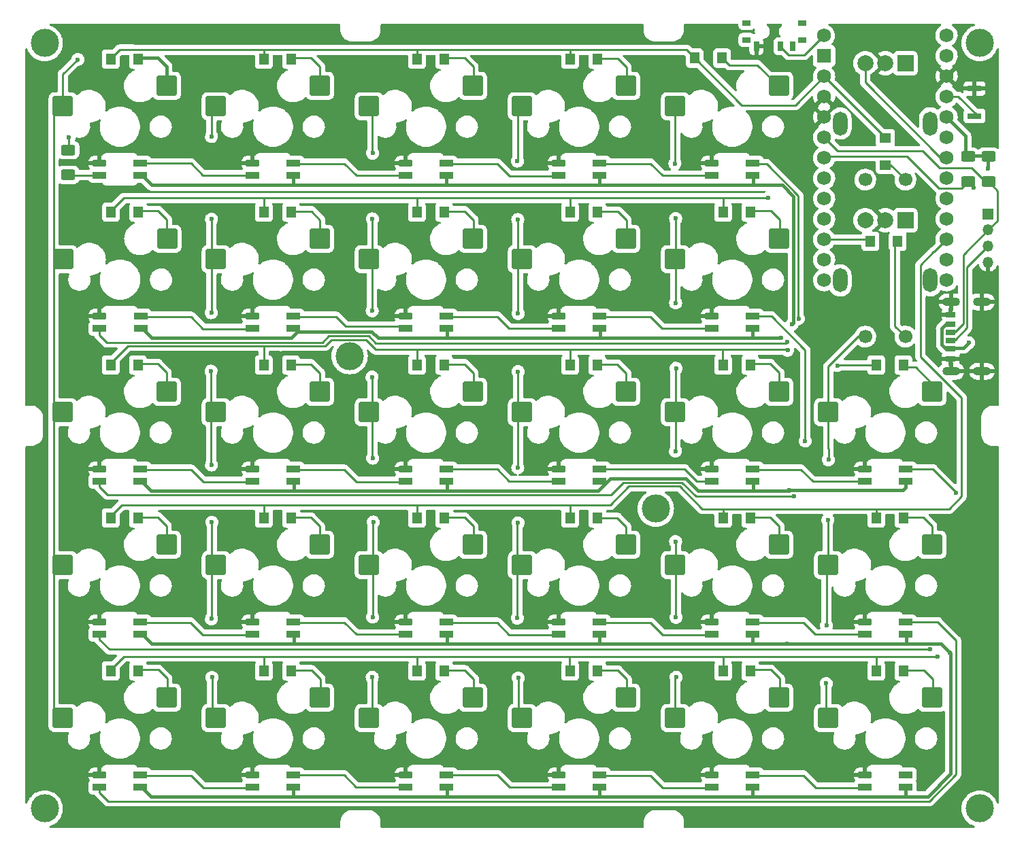
<source format=gbl>
%TF.GenerationSoftware,KiCad,Pcbnew,(6.0.4-0)*%
%TF.CreationDate,2022-10-04T18:38:15+03:00*%
%TF.ProjectId,Splitimsi,53706c69-7469-46d7-9369-2e6b69636164,rev?*%
%TF.SameCoordinates,Original*%
%TF.FileFunction,Copper,L2,Bot*%
%TF.FilePolarity,Positive*%
%FSLAX46Y46*%
G04 Gerber Fmt 4.6, Leading zero omitted, Abs format (unit mm)*
G04 Created by KiCad (PCBNEW (6.0.4-0)) date 2022-10-04 18:38:15*
%MOMM*%
%LPD*%
G01*
G04 APERTURE LIST*
G04 Aperture macros list*
%AMRoundRect*
0 Rectangle with rounded corners*
0 $1 Rounding radius*
0 $2 $3 $4 $5 $6 $7 $8 $9 X,Y pos of 4 corners*
0 Add a 4 corners polygon primitive as box body*
4,1,4,$2,$3,$4,$5,$6,$7,$8,$9,$2,$3,0*
0 Add four circle primitives for the rounded corners*
1,1,$1+$1,$2,$3*
1,1,$1+$1,$4,$5*
1,1,$1+$1,$6,$7*
1,1,$1+$1,$8,$9*
0 Add four rect primitives between the rounded corners*
20,1,$1+$1,$2,$3,$4,$5,0*
20,1,$1+$1,$4,$5,$6,$7,0*
20,1,$1+$1,$6,$7,$8,$9,0*
20,1,$1+$1,$8,$9,$2,$3,0*%
G04 Aperture macros list end*
%TA.AperFunction,SMDPad,CuDef*%
%ADD10RoundRect,0.250000X-1.025000X-1.000000X1.025000X-1.000000X1.025000X1.000000X-1.025000X1.000000X0*%
%TD*%
%TA.AperFunction,SMDPad,CuDef*%
%ADD11R,1.700000X0.820000*%
%TD*%
%TA.AperFunction,SMDPad,CuDef*%
%ADD12RoundRect,0.205000X-0.645000X-0.205000X0.645000X-0.205000X0.645000X0.205000X-0.645000X0.205000X0*%
%TD*%
%TA.AperFunction,SMDPad,CuDef*%
%ADD13R,1.200000X1.400000*%
%TD*%
%TA.AperFunction,ComponentPad*%
%ADD14C,1.752600*%
%TD*%
%TA.AperFunction,ComponentPad*%
%ADD15C,3.500000*%
%TD*%
%TA.AperFunction,ComponentPad*%
%ADD16R,1.350000X1.350000*%
%TD*%
%TA.AperFunction,ComponentPad*%
%ADD17O,1.350000X1.350000*%
%TD*%
%TA.AperFunction,WasherPad*%
%ADD18O,1.800000X3.000000*%
%TD*%
%TA.AperFunction,ComponentPad*%
%ADD19R,2.000000X2.000000*%
%TD*%
%TA.AperFunction,ComponentPad*%
%ADD20C,2.000000*%
%TD*%
%TA.AperFunction,ComponentPad*%
%ADD21C,1.700000*%
%TD*%
%TA.AperFunction,ComponentPad*%
%ADD22R,1.752600X1.752600*%
%TD*%
%TA.AperFunction,SMDPad,CuDef*%
%ADD23RoundRect,0.250000X-0.625000X0.400000X-0.625000X-0.400000X0.625000X-0.400000X0.625000X0.400000X0*%
%TD*%
%TA.AperFunction,SMDPad,CuDef*%
%ADD24R,1.000000X0.700000*%
%TD*%
%TA.AperFunction,SMDPad,CuDef*%
%ADD25R,0.700000X1.200000*%
%TD*%
%TA.AperFunction,SMDPad,CuDef*%
%ADD26R,1.200000X0.700000*%
%TD*%
%TA.AperFunction,SMDPad,CuDef*%
%ADD27R,1.200000X0.760000*%
%TD*%
%TA.AperFunction,SMDPad,CuDef*%
%ADD28R,1.200000X0.800000*%
%TD*%
%TA.AperFunction,ComponentPad*%
%ADD29O,2.200000X1.100000*%
%TD*%
%TA.AperFunction,SMDPad,CuDef*%
%ADD30R,1.700000X0.800000*%
%TD*%
%TA.AperFunction,SMDPad,CuDef*%
%ADD31RoundRect,0.250000X0.625000X-0.400000X0.625000X0.400000X-0.625000X0.400000X-0.625000X-0.400000X0*%
%TD*%
%TA.AperFunction,SMDPad,CuDef*%
%ADD32R,1.400000X1.200000*%
%TD*%
%TA.AperFunction,ViaPad*%
%ADD33C,0.600000*%
%TD*%
%TA.AperFunction,Conductor*%
%ADD34C,0.254000*%
%TD*%
%TA.AperFunction,Conductor*%
%ADD35C,0.381000*%
%TD*%
G04 APERTURE END LIST*
D10*
%TO.P,SW21,1*%
%TO.N,/Col2_L*%
X62130000Y-83185000D03*
%TO.P,SW21,2*%
%TO.N,Net-(SW21-Pad2)*%
X75057000Y-80645000D03*
D11*
%TO.P,SW21,3,VDD*%
%TO.N,+5V*%
X71763633Y-91789178D03*
%TO.P,SW21,4,DOUT*%
%TO.N,Net-(SW21-Pad4)*%
X71763633Y-90289178D03*
D12*
%TO.P,SW21,5,GND*%
%TO.N,GND*%
X66663633Y-90289178D03*
D11*
%TO.P,SW21,6,DIN*%
%TO.N,Net-(SW20-Pad4)*%
X66663633Y-91789178D03*
D13*
%TO.P,SW21,7,K*%
%TO.N,/Row3_L*%
X68075388Y-77320359D03*
%TO.P,SW21,8,A*%
%TO.N,Net-(SW21-Pad2)*%
X71475388Y-77320359D03*
%TD*%
D10*
%TO.P,SW16,1*%
%TO.N,/Col3_L*%
X81180000Y-64135000D03*
%TO.P,SW16,2*%
%TO.N,Net-(SW16-Pad2)*%
X94107000Y-61595000D03*
D11*
%TO.P,SW16,3,VDD*%
%TO.N,+5V*%
X90813633Y-72739178D03*
%TO.P,SW16,4,DOUT*%
%TO.N,Net-(SW16-Pad4)*%
X90813633Y-71239178D03*
D12*
%TO.P,SW16,5,GND*%
%TO.N,GND*%
X85713633Y-71239178D03*
D11*
%TO.P,SW16,6,DIN*%
%TO.N,Net-(SW15-Pad4)*%
X85713633Y-72739178D03*
D13*
%TO.P,SW16,7,K*%
%TO.N,/Row2_L*%
X87125388Y-58270359D03*
%TO.P,SW16,8,A*%
%TO.N,Net-(SW16-Pad2)*%
X90525388Y-58270359D03*
%TD*%
D14*
%TO.P,Pin1,1,Pin_1*%
%TO.N,/B-_L*%
X118703715Y-17238202D03*
%TD*%
%TO.P,Pin2,1,Pin_1*%
%TO.N,/B+_L*%
X133979677Y-17196748D03*
%TD*%
D10*
%TO.P,SW13,1*%
%TO.N,/Col0_L*%
X24030000Y-64135000D03*
%TO.P,SW13,2*%
%TO.N,Net-(SW13-Pad2)*%
X36957000Y-61595000D03*
D11*
%TO.P,SW13,3,VDD*%
%TO.N,+5V*%
X33663633Y-72739178D03*
%TO.P,SW13,4,DOUT*%
%TO.N,Net-(SW13-Pad4)*%
X33663633Y-71239178D03*
D12*
%TO.P,SW13,5,GND*%
%TO.N,GND*%
X28563633Y-71239178D03*
D11*
%TO.P,SW13,6,DIN*%
%TO.N,/Row1_LedOut_L*%
X28563633Y-72739178D03*
D13*
%TO.P,SW13,7,K*%
%TO.N,/Row2_L*%
X29975388Y-58270359D03*
%TO.P,SW13,8,A*%
%TO.N,Net-(SW13-Pad2)*%
X33375388Y-58270359D03*
%TD*%
D10*
%TO.P,SW9,1*%
%TO.N,/Col2_L*%
X62130000Y-45085000D03*
%TO.P,SW9,2*%
%TO.N,Net-(SW9-Pad2)*%
X75057000Y-42545000D03*
D11*
%TO.P,SW9,3,VDD*%
%TO.N,+5V*%
X71763633Y-53689178D03*
%TO.P,SW9,4,DOUT*%
%TO.N,Net-(SW10-Pad6)*%
X71763633Y-52189178D03*
D12*
%TO.P,SW9,5,GND*%
%TO.N,GND*%
X66663633Y-52189178D03*
D11*
%TO.P,SW9,6,DIN*%
%TO.N,Net-(SW8-Pad4)*%
X66663633Y-53689178D03*
D13*
%TO.P,SW9,7,K*%
%TO.N,/Row1_L*%
X68075388Y-39220359D03*
%TO.P,SW9,8,A*%
%TO.N,Net-(SW9-Pad2)*%
X71475388Y-39220359D03*
%TD*%
D10*
%TO.P,SW26,1*%
%TO.N,/Col1_L*%
X43080000Y-102235000D03*
%TO.P,SW26,2*%
%TO.N,Net-(SW26-Pad2)*%
X56007000Y-99695000D03*
D11*
%TO.P,SW26,3,VDD*%
%TO.N,+5V*%
X52713633Y-110839178D03*
%TO.P,SW26,4,DOUT*%
%TO.N,Net-(SW26-Pad4)*%
X52713633Y-109339178D03*
D12*
%TO.P,SW26,5,GND*%
%TO.N,GND*%
X47613633Y-109339178D03*
D11*
%TO.P,SW26,6,DIN*%
%TO.N,Net-(SW25-Pad4)*%
X47613633Y-110839178D03*
D13*
%TO.P,SW26,7,K*%
%TO.N,/Row4_L*%
X49025388Y-96370359D03*
%TO.P,SW26,8,A*%
%TO.N,Net-(SW26-Pad2)*%
X52425388Y-96370359D03*
%TD*%
D10*
%TO.P,SW1,1*%
%TO.N,/Col0_L*%
X24030000Y-26035000D03*
%TO.P,SW1,2*%
%TO.N,Net-(SW1-Pad2)*%
X36957000Y-23495000D03*
D11*
%TO.P,SW1,3,VDD*%
%TO.N,+5V*%
X33663633Y-34639178D03*
%TO.P,SW1,4,DOUT*%
%TO.N,Net-(SW1-Pad4)*%
X33663633Y-33139178D03*
D12*
%TO.P,SW1,5,GND*%
%TO.N,GND*%
X28563633Y-33139178D03*
D11*
%TO.P,SW1,6,DIN*%
%TO.N,Net-(R1-Pad2)*%
X28563633Y-34639178D03*
D13*
%TO.P,SW1,7,K*%
%TO.N,/Row0_L*%
X29975388Y-20170359D03*
%TO.P,SW1,8,A*%
%TO.N,Net-(SW1-Pad2)*%
X33375388Y-20170359D03*
%TD*%
%TO.P,SW5,8,A*%
%TO.N,Net-(SW5-Pad2)*%
X106049391Y-20035080D03*
%TO.P,SW5,7,K*%
%TO.N,/Row0_L*%
X102649391Y-20035080D03*
D11*
%TO.P,SW5,6,DIN*%
%TO.N,Net-(SW4-Pad4)*%
X104763633Y-34639178D03*
D12*
%TO.P,SW5,5,GND*%
%TO.N,GND*%
X104763633Y-33139178D03*
D11*
%TO.P,SW5,4,DOUT*%
%TO.N,/Row0_LedOut_L*%
X109863633Y-33139178D03*
%TO.P,SW5,3,VDD*%
%TO.N,+5V*%
X109863633Y-34639178D03*
D10*
%TO.P,SW5,2*%
%TO.N,Net-(SW5-Pad2)*%
X113157000Y-23495000D03*
%TO.P,SW5,1*%
%TO.N,/Col4_L*%
X100230000Y-26035000D03*
%TD*%
D15*
%TO.P,H5,1*%
%TO.N,N/C*%
X138100000Y-113510000D03*
%TD*%
D10*
%TO.P,SW7,1*%
%TO.N,/Col0_L*%
X24061832Y-45085000D03*
%TO.P,SW7,2*%
%TO.N,Net-(SW7-Pad2)*%
X36988832Y-42545000D03*
D11*
%TO.P,SW7,3,VDD*%
%TO.N,+5V*%
X33695465Y-53689178D03*
%TO.P,SW7,4,DOUT*%
%TO.N,Net-(SW7-Pad4)*%
X33695465Y-52189178D03*
D12*
%TO.P,SW7,5,GND*%
%TO.N,GND*%
X28595465Y-52189178D03*
D11*
%TO.P,SW7,6,DIN*%
%TO.N,/Row0_LedOut_L*%
X28595465Y-53689178D03*
D13*
%TO.P,SW7,7,K*%
%TO.N,/Row1_L*%
X30007220Y-39220359D03*
%TO.P,SW7,8,A*%
%TO.N,Net-(SW7-Pad2)*%
X33407220Y-39220359D03*
%TD*%
D10*
%TO.P,SW17,1*%
%TO.N,/Col4_L*%
X100230000Y-64135000D03*
%TO.P,SW17,2*%
%TO.N,Net-(SW17-Pad2)*%
X113157000Y-61595000D03*
D11*
%TO.P,SW17,3,VDD*%
%TO.N,+5V*%
X109863633Y-72739178D03*
%TO.P,SW17,4,DOUT*%
%TO.N,Net-(SW17-Pad4)*%
X109863633Y-71239178D03*
D12*
%TO.P,SW17,5,GND*%
%TO.N,GND*%
X104763633Y-71239178D03*
D11*
%TO.P,SW17,6,DIN*%
%TO.N,Net-(SW16-Pad4)*%
X104763633Y-72739178D03*
D13*
%TO.P,SW17,7,K*%
%TO.N,/Row2_L*%
X106175388Y-58270359D03*
%TO.P,SW17,8,A*%
%TO.N,Net-(SW17-Pad2)*%
X109575388Y-58270359D03*
%TD*%
D10*
%TO.P,SW22,1*%
%TO.N,/Col3_L*%
X81180000Y-83185000D03*
%TO.P,SW22,2*%
%TO.N,Net-(SW22-Pad2)*%
X94107000Y-80645000D03*
D11*
%TO.P,SW22,3,VDD*%
%TO.N,+5V*%
X90813633Y-91789178D03*
%TO.P,SW22,4,DOUT*%
%TO.N,Net-(SW22-Pad4)*%
X90813633Y-90289178D03*
D12*
%TO.P,SW22,5,GND*%
%TO.N,GND*%
X85713633Y-90289178D03*
D11*
%TO.P,SW22,6,DIN*%
%TO.N,Net-(SW21-Pad4)*%
X85713633Y-91789178D03*
D13*
%TO.P,SW22,7,K*%
%TO.N,/Row3_L*%
X87125388Y-77320359D03*
%TO.P,SW22,8,A*%
%TO.N,Net-(SW22-Pad2)*%
X90525388Y-77320359D03*
%TD*%
D10*
%TO.P,SW19,1*%
%TO.N,/Col0_L*%
X24030000Y-83185000D03*
%TO.P,SW19,2*%
%TO.N,Net-(SW19-Pad2)*%
X36957000Y-80645000D03*
D11*
%TO.P,SW19,3,VDD*%
%TO.N,+5V*%
X33663633Y-91789178D03*
%TO.P,SW19,4,DOUT*%
%TO.N,Net-(SW19-Pad4)*%
X33663633Y-90289178D03*
D12*
%TO.P,SW19,5,GND*%
%TO.N,GND*%
X28563633Y-90289178D03*
D11*
%TO.P,SW19,6,DIN*%
%TO.N,/Row2_LedOut_L*%
X28563633Y-91789178D03*
D13*
%TO.P,SW19,7,K*%
%TO.N,/Row3_L*%
X29975388Y-77320359D03*
%TO.P,SW19,8,A*%
%TO.N,Net-(SW19-Pad2)*%
X33375388Y-77320359D03*
%TD*%
D16*
%TO.P,Dogo1,1,Pin_1*%
%TO.N,+5V*%
X139150000Y-39460000D03*
D17*
%TO.P,Dogo1,2,Pin_2*%
%TO.N,/SDA_L*%
X139150000Y-41460000D03*
%TO.P,Dogo1,3,Pin_3*%
%TO.N,/SCL_L*%
X139150000Y-43460000D03*
%TO.P,Dogo1,4,Pin_4*%
%TO.N,GND*%
X139150000Y-45460000D03*
%TD*%
D10*
%TO.P,SW15,1*%
%TO.N,/Col2_L*%
X62130000Y-64135000D03*
%TO.P,SW15,2*%
%TO.N,Net-(SW15-Pad2)*%
X75057000Y-61595000D03*
D11*
%TO.P,SW15,3,VDD*%
%TO.N,+5V*%
X71763633Y-72739178D03*
%TO.P,SW15,4,DOUT*%
%TO.N,Net-(SW15-Pad4)*%
X71763633Y-71239178D03*
D12*
%TO.P,SW15,5,GND*%
%TO.N,GND*%
X66663633Y-71239178D03*
D11*
%TO.P,SW15,6,DIN*%
%TO.N,Net-(SW14-Pad4)*%
X66663633Y-72739178D03*
D13*
%TO.P,SW15,7,K*%
%TO.N,/Row2_L*%
X68075388Y-58270359D03*
%TO.P,SW15,8,A*%
%TO.N,Net-(SW15-Pad2)*%
X71475388Y-58270359D03*
%TD*%
D18*
%TO.P,SW6,*%
%TO.N,*%
X131960574Y-28170687D03*
X120765000Y-28175857D03*
D19*
%TO.P,SW6,A,A*%
%TO.N,/Rot1PinA_L*%
X128865000Y-20675857D03*
D20*
%TO.P,SW6,B,B*%
%TO.N,/Rot1PinB_L*%
X123865000Y-20675857D03*
%TO.P,SW6,C,C*%
%TO.N,GND*%
X126365000Y-20675857D03*
D21*
%TO.P,SW6,S1,S1*%
%TO.N,/Col5_L*%
X123865000Y-35175857D03*
%TO.P,SW6,S2,S2*%
%TO.N,Net-(D1-Pad1)*%
X128865000Y-35175857D03*
%TD*%
D10*
%TO.P,SW2,1*%
%TO.N,/Col1_L*%
X43080000Y-26035000D03*
%TO.P,SW2,2*%
%TO.N,Net-(SW2-Pad2)*%
X56007000Y-23495000D03*
D11*
%TO.P,SW2,3,VDD*%
%TO.N,+5V*%
X52713633Y-34639178D03*
%TO.P,SW2,4,DOUT*%
%TO.N,Net-(SW2-Pad4)*%
X52713633Y-33139178D03*
D12*
%TO.P,SW2,5,GND*%
%TO.N,GND*%
X47613633Y-33139178D03*
D11*
%TO.P,SW2,6,DIN*%
%TO.N,Net-(SW1-Pad4)*%
X47613633Y-34639178D03*
D13*
%TO.P,SW2,7,K*%
%TO.N,/Row0_L*%
X49025388Y-20170359D03*
%TO.P,SW2,8,A*%
%TO.N,Net-(SW2-Pad2)*%
X52425388Y-20170359D03*
%TD*%
D10*
%TO.P,SW4,1*%
%TO.N,/Col3_L*%
X81180000Y-26035000D03*
%TO.P,SW4,2*%
%TO.N,Net-(SW4-Pad2)*%
X94107000Y-23495000D03*
D11*
%TO.P,SW4,3,VDD*%
%TO.N,+5V*%
X90813633Y-34639178D03*
%TO.P,SW4,4,DOUT*%
%TO.N,Net-(SW4-Pad4)*%
X90813633Y-33139178D03*
D12*
%TO.P,SW4,5,GND*%
%TO.N,GND*%
X85713633Y-33139178D03*
D11*
%TO.P,SW4,6,DIN*%
%TO.N,Net-(SW3-Pad4)*%
X85713633Y-34639178D03*
D13*
%TO.P,SW4,7,K*%
%TO.N,/Row0_L*%
X87125388Y-20170359D03*
%TO.P,SW4,8,A*%
%TO.N,Net-(SW4-Pad2)*%
X90525388Y-20170359D03*
%TD*%
D15*
%TO.P,H3,1*%
%TO.N,N/C*%
X138100000Y-18170000D03*
%TD*%
D10*
%TO.P,SW30,1*%
%TO.N,/Col5_L*%
X119280000Y-102235000D03*
%TO.P,SW30,2*%
%TO.N,Net-(SW30-Pad2)*%
X132207000Y-99695000D03*
D11*
%TO.P,SW30,3,VDD*%
%TO.N,+5V*%
X128913633Y-110839178D03*
%TO.P,SW30,4,DOUT*%
%TO.N,/Row4_LedOut_L*%
X128913633Y-109339178D03*
D12*
%TO.P,SW30,5,GND*%
%TO.N,GND*%
X123813633Y-109339178D03*
D11*
%TO.P,SW30,6,DIN*%
%TO.N,Net-(SW29-Pad4)*%
X123813633Y-110839178D03*
D13*
%TO.P,SW30,7,K*%
%TO.N,/Row4_L*%
X125225388Y-96370359D03*
%TO.P,SW30,8,A*%
%TO.N,Net-(SW30-Pad2)*%
X128625388Y-96370359D03*
%TD*%
D15*
%TO.P,H6,1*%
%TO.N,N/C*%
X97800000Y-76160000D03*
%TD*%
%TO.P,H1,1*%
%TO.N,N/C*%
X21760000Y-18170000D03*
%TD*%
D18*
%TO.P,SW12,*%
%TO.N,*%
X131960574Y-47720687D03*
X120765000Y-47725857D03*
D19*
%TO.P,SW12,A,A*%
%TO.N,/Rot2PinA_L*%
X128865000Y-40225857D03*
D20*
%TO.P,SW12,B,B*%
%TO.N,/Rot2PinB_L*%
X123865000Y-40225857D03*
%TO.P,SW12,C,C*%
%TO.N,GND*%
X126365000Y-40225857D03*
D21*
%TO.P,SW12,S1,S1*%
%TO.N,/Col5_L*%
X123865000Y-54725857D03*
%TO.P,SW12,S2,S2*%
%TO.N,Net-(D2-Pad1)*%
X128865000Y-54725857D03*
%TD*%
D10*
%TO.P,SW14,1*%
%TO.N,/Col1_L*%
X43080000Y-64135000D03*
%TO.P,SW14,2*%
%TO.N,Net-(SW14-Pad2)*%
X56007000Y-61595000D03*
D11*
%TO.P,SW14,3,VDD*%
%TO.N,+5V*%
X52713633Y-72739178D03*
%TO.P,SW14,4,DOUT*%
%TO.N,Net-(SW14-Pad4)*%
X52713633Y-71239178D03*
D12*
%TO.P,SW14,5,GND*%
%TO.N,GND*%
X47613633Y-71239178D03*
D11*
%TO.P,SW14,6,DIN*%
%TO.N,Net-(SW13-Pad4)*%
X47613633Y-72739178D03*
D13*
%TO.P,SW14,7,K*%
%TO.N,/Row2_L*%
X49025388Y-58270359D03*
%TO.P,SW14,8,A*%
%TO.N,Net-(SW14-Pad2)*%
X52425388Y-58270359D03*
%TD*%
D15*
%TO.P,H4,1*%
%TO.N,N/C*%
X59700000Y-57160000D03*
%TD*%
D10*
%TO.P,SW8,1*%
%TO.N,/Col1_L*%
X43080000Y-45085000D03*
%TO.P,SW8,2*%
%TO.N,Net-(SW8-Pad2)*%
X56007000Y-42545000D03*
D11*
%TO.P,SW8,3,VDD*%
%TO.N,+5V*%
X52713633Y-53689178D03*
%TO.P,SW8,4,DOUT*%
%TO.N,Net-(SW8-Pad4)*%
X52713633Y-52189178D03*
D12*
%TO.P,SW8,5,GND*%
%TO.N,GND*%
X47613633Y-52189178D03*
D11*
%TO.P,SW8,6,DIN*%
%TO.N,Net-(SW7-Pad4)*%
X47613633Y-53689178D03*
D13*
%TO.P,SW8,7,K*%
%TO.N,/Row1_L*%
X49025388Y-39220359D03*
%TO.P,SW8,8,A*%
%TO.N,Net-(SW8-Pad2)*%
X52425388Y-39220359D03*
%TD*%
D10*
%TO.P,SW24,1*%
%TO.N,/Col5_L*%
X119280000Y-83185000D03*
%TO.P,SW24,2*%
%TO.N,Net-(SW24-Pad2)*%
X132207000Y-80645000D03*
D11*
%TO.P,SW24,3,VDD*%
%TO.N,+5V*%
X128913633Y-91789178D03*
%TO.P,SW24,4,DOUT*%
%TO.N,/Row3_LedOut_L*%
X128913633Y-90289178D03*
D12*
%TO.P,SW24,5,GND*%
%TO.N,GND*%
X123813633Y-90289178D03*
D11*
%TO.P,SW24,6,DIN*%
%TO.N,Net-(SW23-Pad4)*%
X123813633Y-91789178D03*
D13*
%TO.P,SW24,7,K*%
%TO.N,/Row3_L*%
X125225388Y-77320359D03*
%TO.P,SW24,8,A*%
%TO.N,Net-(SW24-Pad2)*%
X128625388Y-77320359D03*
%TD*%
D10*
%TO.P,SW3,1*%
%TO.N,/Col2_L*%
X62130000Y-26035000D03*
%TO.P,SW3,2*%
%TO.N,Net-(SW3-Pad2)*%
X75057000Y-23495000D03*
D11*
%TO.P,SW3,3,VDD*%
%TO.N,+5V*%
X71763633Y-34639178D03*
%TO.P,SW3,4,DOUT*%
%TO.N,Net-(SW3-Pad4)*%
X71763633Y-33139178D03*
D12*
%TO.P,SW3,5,GND*%
%TO.N,GND*%
X66663633Y-33139178D03*
D11*
%TO.P,SW3,6,DIN*%
%TO.N,Net-(SW2-Pad4)*%
X66663633Y-34639178D03*
D13*
%TO.P,SW3,7,K*%
%TO.N,/Row0_L*%
X68075388Y-20170359D03*
%TO.P,SW3,8,A*%
%TO.N,Net-(SW3-Pad2)*%
X71475388Y-20170359D03*
%TD*%
D22*
%TO.P,U1,1,TX0/PD3*%
%TO.N,/LedData_L*%
X118744835Y-19757731D03*
D14*
%TO.P,U1,2,RX1/PD2*%
%TO.N,/Row0_L*%
X118744835Y-22297731D03*
%TO.P,U1,3,GND*%
%TO.N,GND*%
X118744835Y-24837731D03*
%TO.P,U1,4,GND*%
X118744835Y-27377731D03*
%TO.P,U1,5,2/PD1*%
%TO.N,/SDA_L*%
X118744835Y-29917731D03*
%TO.P,U1,6,3/PD0*%
%TO.N,/SCL_L*%
X118744835Y-32457731D03*
%TO.P,U1,7,4/PD4*%
%TO.N,/Col1_L*%
X118744835Y-34997731D03*
%TO.P,U1,8,5/PC6*%
%TO.N,/Col2_L*%
X118744835Y-37537731D03*
%TO.P,U1,9,6/PD7*%
%TO.N,/Col3_L*%
X118744835Y-40077731D03*
%TO.P,U1,10,7/PE6*%
%TO.N,/Row1_L*%
X118744835Y-42617731D03*
%TO.P,U1,11,8/PB4*%
%TO.N,/Col4_L*%
X118744835Y-45157731D03*
%TO.P,U1,12,9/PB5*%
%TO.N,/Row2_L*%
X118744835Y-47697731D03*
%TO.P,U1,13,10/PB6*%
%TO.N,/Col5_L*%
X133984835Y-47697731D03*
%TO.P,U1,14,16/PB2*%
%TO.N,/Row4_L*%
X133984835Y-45157731D03*
%TO.P,U1,15,14/PB3*%
%TO.N,/Row3_L*%
X133984835Y-42617731D03*
%TO.P,U1,16,15/PB1*%
%TO.N,/Rot2PinA_L*%
X133984835Y-40077731D03*
%TO.P,U1,17,A0/PF7*%
%TO.N,/Rot2PinB_L*%
X133984835Y-37537731D03*
%TO.P,U1,18,A1/PF6*%
%TO.N,/Rot1PinA_L*%
X133984835Y-34997731D03*
%TO.P,U1,19,A2/PF5*%
%TO.N,/Rot1PinB_L*%
X133984835Y-32457731D03*
%TO.P,U1,20,A3/PF4*%
%TO.N,/Col0_L*%
X133984835Y-29917731D03*
%TO.P,U1,21,VCC*%
%TO.N,+5V*%
X133984835Y-27377731D03*
%TO.P,U1,22,RST*%
%TO.N,Net-(U1-Pad22)*%
X133984835Y-24837731D03*
%TO.P,U1,23,GND*%
%TO.N,GND*%
X133984835Y-22297731D03*
%TO.P,U1,24,RAW*%
%TO.N,unconnected-(U1-Pad24)*%
X133984835Y-19757731D03*
%TD*%
D10*
%TO.P,SW27,1*%
%TO.N,/Col2_L*%
X62130000Y-102235000D03*
%TO.P,SW27,2*%
%TO.N,Net-(SW27-Pad2)*%
X75057000Y-99695000D03*
D11*
%TO.P,SW27,3,VDD*%
%TO.N,+5V*%
X71763633Y-110839178D03*
%TO.P,SW27,4,DOUT*%
%TO.N,Net-(SW27-Pad4)*%
X71763633Y-109339178D03*
D12*
%TO.P,SW27,5,GND*%
%TO.N,GND*%
X66663633Y-109339178D03*
D11*
%TO.P,SW27,6,DIN*%
%TO.N,Net-(SW26-Pad4)*%
X66663633Y-110839178D03*
D13*
%TO.P,SW27,7,K*%
%TO.N,/Row4_L*%
X68075388Y-96370359D03*
%TO.P,SW27,8,A*%
%TO.N,Net-(SW27-Pad2)*%
X71475388Y-96370359D03*
%TD*%
D10*
%TO.P,SW18,1*%
%TO.N,/Col5_L*%
X119280000Y-64135000D03*
%TO.P,SW18,2*%
%TO.N,Net-(SW18-Pad2)*%
X132207000Y-61595000D03*
D11*
%TO.P,SW18,3,VDD*%
%TO.N,+5V*%
X128913633Y-72739178D03*
%TO.P,SW18,4,DOUT*%
%TO.N,/Row2_LedOut_L*%
X128913633Y-71239178D03*
D12*
%TO.P,SW18,5,GND*%
%TO.N,GND*%
X123813633Y-71239178D03*
D11*
%TO.P,SW18,6,DIN*%
%TO.N,Net-(SW17-Pad4)*%
X123813633Y-72739178D03*
D13*
%TO.P,SW18,7,K*%
%TO.N,/Row2_L*%
X125225388Y-58270359D03*
%TO.P,SW18,8,A*%
%TO.N,Net-(SW18-Pad2)*%
X128625388Y-58270359D03*
%TD*%
D10*
%TO.P,SW28,1*%
%TO.N,/Col3_L*%
X81180000Y-102235000D03*
%TO.P,SW28,2*%
%TO.N,Net-(SW28-Pad2)*%
X94107000Y-99695000D03*
D11*
%TO.P,SW28,3,VDD*%
%TO.N,+5V*%
X90813633Y-110839178D03*
%TO.P,SW28,4,DOUT*%
%TO.N,Net-(SW28-Pad4)*%
X90813633Y-109339178D03*
D12*
%TO.P,SW28,5,GND*%
%TO.N,GND*%
X85713633Y-109339178D03*
D11*
%TO.P,SW28,6,DIN*%
%TO.N,Net-(SW27-Pad4)*%
X85713633Y-110839178D03*
D13*
%TO.P,SW28,7,K*%
%TO.N,/Row4_L*%
X87125388Y-96370359D03*
%TO.P,SW28,8,A*%
%TO.N,Net-(SW28-Pad2)*%
X90525388Y-96370359D03*
%TD*%
D10*
%TO.P,SW11,1*%
%TO.N,/Col4_L*%
X100230000Y-45085000D03*
%TO.P,SW11,2*%
%TO.N,Net-(SW11-Pad2)*%
X113157000Y-42545000D03*
D11*
%TO.P,SW11,3,VDD*%
%TO.N,+5V*%
X109863633Y-53689178D03*
%TO.P,SW11,4,DOUT*%
%TO.N,/Row1_LedOut_L*%
X109863633Y-52189178D03*
D12*
%TO.P,SW11,5,GND*%
%TO.N,GND*%
X104763633Y-52189178D03*
D11*
%TO.P,SW11,6,DIN*%
%TO.N,Net-(SW10-Pad4)*%
X104763633Y-53689178D03*
D13*
%TO.P,SW11,7,K*%
%TO.N,/Row1_L*%
X106175388Y-39220359D03*
%TO.P,SW11,8,A*%
%TO.N,Net-(SW11-Pad2)*%
X109575388Y-39220359D03*
%TD*%
D10*
%TO.P,SW23,1*%
%TO.N,/Col4_L*%
X100230000Y-83185000D03*
%TO.P,SW23,2*%
%TO.N,Net-(SW23-Pad2)*%
X113157000Y-80645000D03*
D11*
%TO.P,SW23,3,VDD*%
%TO.N,+5V*%
X109863633Y-91789178D03*
%TO.P,SW23,4,DOUT*%
%TO.N,Net-(SW23-Pad4)*%
X109863633Y-90289178D03*
D12*
%TO.P,SW23,5,GND*%
%TO.N,GND*%
X104763633Y-90289178D03*
D11*
%TO.P,SW23,6,DIN*%
%TO.N,Net-(SW22-Pad4)*%
X104763633Y-91789178D03*
D13*
%TO.P,SW23,7,K*%
%TO.N,/Row3_L*%
X106175388Y-77320359D03*
%TO.P,SW23,8,A*%
%TO.N,Net-(SW23-Pad2)*%
X109575388Y-77320359D03*
%TD*%
D10*
%TO.P,SW10,1*%
%TO.N,/Col3_L*%
X81180000Y-45085000D03*
%TO.P,SW10,2*%
%TO.N,Net-(SW10-Pad2)*%
X94107000Y-42545000D03*
D11*
%TO.P,SW10,3,VDD*%
%TO.N,+5V*%
X90813633Y-53689178D03*
%TO.P,SW10,4,DOUT*%
%TO.N,Net-(SW10-Pad4)*%
X90813633Y-52189178D03*
D12*
%TO.P,SW10,5,GND*%
%TO.N,GND*%
X85713633Y-52189178D03*
D11*
%TO.P,SW10,6,DIN*%
%TO.N,Net-(SW10-Pad6)*%
X85713633Y-53689178D03*
D13*
%TO.P,SW10,7,K*%
%TO.N,/Row1_L*%
X87125388Y-39220359D03*
%TO.P,SW10,8,A*%
%TO.N,Net-(SW10-Pad2)*%
X90525388Y-39220359D03*
%TD*%
D10*
%TO.P,SW29,1*%
%TO.N,/Col4_L*%
X100230000Y-102235000D03*
%TO.P,SW29,2*%
%TO.N,Net-(SW29-Pad2)*%
X113157000Y-99695000D03*
D11*
%TO.P,SW29,3,VDD*%
%TO.N,+5V*%
X109863633Y-110839178D03*
%TO.P,SW29,4,DOUT*%
%TO.N,Net-(SW29-Pad4)*%
X109863633Y-109339178D03*
D12*
%TO.P,SW29,5,GND*%
%TO.N,GND*%
X104763633Y-109339178D03*
D11*
%TO.P,SW29,6,DIN*%
%TO.N,Net-(SW28-Pad4)*%
X104763633Y-110839178D03*
D13*
%TO.P,SW29,7,K*%
%TO.N,/Row4_L*%
X106175388Y-96370359D03*
%TO.P,SW29,8,A*%
%TO.N,Net-(SW29-Pad2)*%
X109575388Y-96370359D03*
%TD*%
D15*
%TO.P,H2,1*%
%TO.N,N/C*%
X21760000Y-113510000D03*
%TD*%
D10*
%TO.P,SW20,1*%
%TO.N,/Col1_L*%
X43080000Y-83185000D03*
%TO.P,SW20,2*%
%TO.N,Net-(SW20-Pad2)*%
X56007000Y-80645000D03*
D11*
%TO.P,SW20,3,VDD*%
%TO.N,+5V*%
X52713633Y-91789178D03*
%TO.P,SW20,4,DOUT*%
%TO.N,Net-(SW20-Pad4)*%
X52713633Y-90289178D03*
D12*
%TO.P,SW20,5,GND*%
%TO.N,GND*%
X47613633Y-90289178D03*
D11*
%TO.P,SW20,6,DIN*%
%TO.N,Net-(SW19-Pad4)*%
X47613633Y-91789178D03*
D13*
%TO.P,SW20,7,K*%
%TO.N,/Row3_L*%
X49025388Y-77320359D03*
%TO.P,SW20,8,A*%
%TO.N,Net-(SW20-Pad2)*%
X52425388Y-77320359D03*
%TD*%
D10*
%TO.P,SW25,1*%
%TO.N,/Col0_L*%
X24030000Y-102235000D03*
%TO.P,SW25,2*%
%TO.N,Net-(SW25-Pad2)*%
X36957000Y-99695000D03*
D11*
%TO.P,SW25,3,VDD*%
%TO.N,+5V*%
X33663633Y-110839178D03*
%TO.P,SW25,4,DOUT*%
%TO.N,Net-(SW25-Pad4)*%
X33663633Y-109339178D03*
D12*
%TO.P,SW25,5,GND*%
%TO.N,GND*%
X28563633Y-109339178D03*
D11*
%TO.P,SW25,6,DIN*%
%TO.N,/Row3_LedOut_L*%
X28563633Y-110839178D03*
D13*
%TO.P,SW25,7,K*%
%TO.N,/Row4_L*%
X29975388Y-96370359D03*
%TO.P,SW25,8,A*%
%TO.N,Net-(SW25-Pad2)*%
X33375388Y-96370359D03*
%TD*%
D23*
%TO.P,R1,1*%
%TO.N,/LedData_L*%
X24690000Y-31480000D03*
%TO.P,R1,2*%
%TO.N,Net-(R1-Pad2)*%
X24690000Y-34580000D03*
%TD*%
D24*
%TO.P,BatSW1,0*%
%TO.N,N/C*%
X109110000Y-15660000D03*
X109110000Y-17760000D03*
X116010000Y-15660000D03*
X116010000Y-17760000D03*
D25*
%TO.P,BatSW1,1,A*%
%TO.N,GND*%
X110310000Y-18560000D03*
%TO.P,BatSW1,2,B*%
%TO.N,/B-_L*%
X113310000Y-18560000D03*
%TO.P,BatSW1,3,C*%
%TO.N,unconnected-(BatSW1-Pad3)*%
X114810000Y-18560000D03*
%TD*%
D26*
%TO.P,J1,A5,CC1*%
%TO.N,/SDA_L*%
X134510000Y-54220000D03*
D27*
%TO.P,J1,A9,VBUS*%
%TO.N,+5V*%
X134510000Y-56240000D03*
D28*
%TO.P,J1,A12,GND*%
%TO.N,GND*%
X134510000Y-57470000D03*
D26*
%TO.P,J1,B5,CC2*%
%TO.N,/SCL_L*%
X134510000Y-55220000D03*
D27*
%TO.P,J1,B9,VBUS*%
%TO.N,+5V*%
X134510000Y-53200000D03*
D28*
%TO.P,J1,B12,GND*%
%TO.N,GND*%
X134510000Y-51970000D03*
D29*
%TO.P,J1,S1,SHIELD*%
X138390000Y-50400000D03*
%TO.P,J1,S2,SHIELD*%
X138390000Y-59040000D03*
%TO.P,J1,S3,SHIELD*%
X134590000Y-50400000D03*
%TO.P,J1,S4,SHIELD*%
X134590000Y-59040000D03*
%TD*%
D30*
%TO.P,rst1,1*%
%TO.N,Net-(U1-Pad22)*%
X137475395Y-27237625D03*
%TO.P,rst1,2*%
%TO.N,GND*%
X137475395Y-23837625D03*
%TD*%
D31*
%TO.P,R2,1*%
%TO.N,/SCL_L*%
X136650000Y-35410000D03*
%TO.P,R2,2*%
%TO.N,+5V*%
X136650000Y-32310000D03*
%TD*%
D32*
%TO.P,D1,1,A*%
%TO.N,Net-(D1-Pad1)*%
X126363663Y-33369915D03*
%TO.P,D1,2,K*%
%TO.N,/Row0_L*%
X126363663Y-29969915D03*
%TD*%
D13*
%TO.P,D2,1,A*%
%TO.N,Net-(D2-Pad1)*%
X127906250Y-42862500D03*
%TO.P,D2,2,K*%
%TO.N,/Row1_L*%
X124506250Y-42862500D03*
%TD*%
D31*
%TO.P,R3,1*%
%TO.N,/SDA_L*%
X139200000Y-35410000D03*
%TO.P,R3,2*%
%TO.N,+5V*%
X139200000Y-32310000D03*
%TD*%
D33*
%TO.N,+5V*%
X136750000Y-55480000D03*
X114158315Y-92967469D03*
X114430723Y-73881437D03*
X113435823Y-54901451D03*
X134398028Y-94122408D03*
X139150000Y-33780000D03*
X114757103Y-53184258D03*
%TO.N,/Row1_L*%
X111787846Y-37475356D03*
%TO.N,/SCL_L*%
X137340000Y-36150000D03*
%TO.N,/LedData_L*%
X24780000Y-29910000D03*
%TO.N,/Col0_L*%
X25890641Y-20211405D03*
%TO.N,/Col1_L*%
X42490000Y-51750000D03*
X42520000Y-70710000D03*
X42520000Y-40090000D03*
X42580000Y-97170000D03*
X42550000Y-77860000D03*
X42460000Y-59021536D03*
X42520000Y-29800000D03*
X42520000Y-89890000D03*
%TO.N,/Col2_L*%
X62500000Y-59760000D03*
X62520000Y-97140000D03*
X62640000Y-77820000D03*
X62510000Y-51510000D03*
X62560000Y-31879864D03*
X62580000Y-69870000D03*
X62540000Y-40060000D03*
X62580000Y-89650000D03*
%TO.N,/Col3_L*%
X80670000Y-51850000D03*
X80630000Y-40140000D03*
X80650000Y-77920000D03*
X80690000Y-97240000D03*
X80630000Y-71060000D03*
X80580000Y-89790000D03*
X80580000Y-32860000D03*
X80670000Y-59080000D03*
%TO.N,/Col4_L*%
X100180000Y-33170000D03*
X100330000Y-97140000D03*
X100270000Y-40000000D03*
X100300000Y-89690000D03*
X100260000Y-68980000D03*
X100270000Y-80240000D03*
X100320000Y-58680000D03*
X100270000Y-50530000D03*
%TO.N,/Row0_LedOut_L*%
X114150000Y-55400000D03*
X115570286Y-52484047D03*
%TO.N,/Col5_L*%
X119281443Y-70055526D03*
X119039926Y-90706483D03*
X119226769Y-77542009D03*
X119012347Y-97932235D03*
%TO.N,/Row1_LedOut_L*%
X114994311Y-74606844D03*
X116399395Y-67731104D03*
%TO.N,/Row2_L*%
X120400000Y-58310000D03*
X114210000Y-56410000D03*
%TO.N,/Row2_LedOut_L*%
X131968308Y-93695176D03*
X135151293Y-74199759D03*
%TO.N,/Row4_L*%
X132838789Y-94561211D03*
%TD*%
D34*
%TO.N,Net-(SW11-Pad2)*%
X113201110Y-40162386D02*
X113201110Y-42571355D01*
X112106794Y-39068070D02*
X113201110Y-40162386D01*
X109634149Y-39068070D02*
X112106794Y-39068070D01*
%TO.N,/Row3_L*%
X125251027Y-76183726D02*
X134289268Y-76183726D01*
X134289268Y-76183726D02*
X135856062Y-74616932D01*
X135856062Y-62352145D02*
X130730000Y-57226083D01*
X132437243Y-44165323D02*
X133984835Y-42617731D01*
X130730000Y-57226083D02*
X130736182Y-57219901D01*
X135856062Y-74616932D02*
X135856062Y-62352145D01*
X130736182Y-57219901D02*
X130736182Y-45828217D01*
X130736182Y-45828217D02*
X132399076Y-44165323D01*
X132399076Y-44165323D02*
X132437243Y-44165323D01*
%TO.N,/Row0_L*%
X115158179Y-25884387D02*
X118744835Y-22297731D01*
%TO.N,Net-(SW5-Pad2)*%
X106923205Y-20908894D02*
X106049391Y-20035080D01*
X106923205Y-20908894D02*
X110446467Y-20908894D01*
X110446467Y-20908894D02*
X113032573Y-23495000D01*
X113032573Y-23495000D02*
X113157000Y-23495000D01*
%TO.N,/Row0_L*%
X102649391Y-20035080D02*
X102663079Y-20035080D01*
X108512386Y-25884387D02*
X115158179Y-25884387D01*
X102663079Y-20035080D02*
X108512386Y-25884387D01*
X87148280Y-18986370D02*
X101600681Y-18986370D01*
X101600681Y-18986370D02*
X102649391Y-20035080D01*
%TO.N,/Col0_L*%
X25890641Y-20211405D02*
X25818595Y-20211405D01*
X25818595Y-20211405D02*
X24030000Y-22000000D01*
X24030000Y-22000000D02*
X24030000Y-26035000D01*
%TO.N,/Row3_L*%
X125251027Y-76183726D02*
X106254251Y-76183726D01*
X106254251Y-76183726D02*
X103556687Y-76183726D01*
X106175388Y-77320359D02*
X106175388Y-76262589D01*
X106175388Y-76262589D02*
X106254251Y-76183726D01*
X100742986Y-73370025D02*
X94471469Y-73370025D01*
X92148389Y-75693105D02*
X87264632Y-75693105D01*
X103556687Y-76183726D02*
X100742986Y-73370025D01*
X94471469Y-73370025D02*
X92148389Y-75693105D01*
%TO.N,/Row0_L*%
X87148280Y-18986370D02*
X68115628Y-18986370D01*
X87125388Y-20170359D02*
X87125388Y-19009262D01*
X87125388Y-19009262D02*
X87148280Y-18986370D01*
X68115628Y-18986370D02*
X49000327Y-18986370D01*
X68075388Y-20170359D02*
X68075388Y-19026610D01*
X68075388Y-19026610D02*
X68115628Y-18986370D01*
X49000327Y-18986370D02*
X32831475Y-18986370D01*
X49025388Y-20170359D02*
X49025388Y-19011431D01*
X49025388Y-19011431D02*
X49000327Y-18986370D01*
X29975388Y-20067128D02*
X29975388Y-20170359D01*
X32831475Y-18986370D02*
X32826851Y-18981746D01*
X32826851Y-18981746D02*
X31060770Y-18981746D01*
X31060770Y-18981746D02*
X29975388Y-20067128D01*
%TO.N,/Row3_L*%
X125225388Y-76209365D02*
X125251027Y-76183726D01*
X125225388Y-77320359D02*
X125225388Y-76209365D01*
%TO.N,/Row1_LedOut_L*%
X28563633Y-72739178D02*
X28563633Y-73403178D01*
X28563633Y-73403178D02*
X29559082Y-74398627D01*
X92204458Y-74398627D02*
X93728943Y-72874142D01*
X93728943Y-72874142D02*
X101056723Y-72874142D01*
X29559082Y-74398627D02*
X92204458Y-74398627D01*
X101056723Y-72874142D02*
X102789425Y-74606844D01*
X102789425Y-74606844D02*
X114994311Y-74606844D01*
%TO.N,/Row3_L*%
X68060656Y-75693105D02*
X87264632Y-75693105D01*
X87125388Y-75832349D02*
X87264632Y-75693105D01*
X87125388Y-77320359D02*
X87125388Y-75832349D01*
X49050659Y-75693105D02*
X68060656Y-75693105D01*
X68075388Y-77320359D02*
X68075388Y-75707837D01*
X68075388Y-75707837D02*
X68060656Y-75693105D01*
X31378486Y-75693105D02*
X49050659Y-75693105D01*
X49025388Y-77320359D02*
X49025388Y-75718376D01*
X49025388Y-75718376D02*
X49050659Y-75693105D01*
X29926937Y-77144654D02*
X31378486Y-75693105D01*
%TO.N,/Col5_L*%
X119012347Y-97932235D02*
X118984768Y-97959814D01*
X118984768Y-97959814D02*
X118984768Y-101939768D01*
X119039926Y-90706483D02*
X119039926Y-83425074D01*
X119226769Y-77542009D02*
X119201923Y-77566855D01*
X119201923Y-77566855D02*
X119201923Y-83106923D01*
X119201923Y-83106923D02*
X119280000Y-83185000D01*
X119281443Y-70055526D02*
X119281443Y-68644461D01*
X119281443Y-68644461D02*
X119280000Y-68643018D01*
X119280000Y-68643018D02*
X119280000Y-64135000D01*
%TO.N,/B-_L*%
X113310000Y-18650000D02*
X114290000Y-19630000D01*
X116311917Y-19630000D02*
X118703715Y-17238202D01*
X113310000Y-18560000D02*
X113310000Y-18650000D01*
X114290000Y-19630000D02*
X116311917Y-19630000D01*
D35*
%TO.N,Net-(SW1-Pad2)*%
X36957000Y-21086031D02*
X36957000Y-23495000D01*
X35862684Y-19991715D02*
X36957000Y-21086031D01*
X33390039Y-19991715D02*
X35862684Y-19991715D01*
%TO.N,+5V*%
X109863633Y-72739178D02*
X109863633Y-72775033D01*
X133895178Y-53200000D02*
X133360000Y-53735178D01*
X128930000Y-110871405D02*
X128930000Y-111948594D01*
X52750000Y-91841405D02*
X52750000Y-92918594D01*
X139150000Y-32677315D02*
X138689401Y-32216716D01*
X33866456Y-34666456D02*
X35056485Y-35856485D01*
X90860000Y-53721405D02*
X90860000Y-54798594D01*
X114763947Y-53177414D02*
X114757103Y-53184258D01*
X71790000Y-110881405D02*
X71790000Y-111958594D01*
X52713633Y-72739178D02*
X52713633Y-72748718D01*
X55864905Y-35856485D02*
X70740206Y-35856485D01*
X128913633Y-110839178D02*
X128924293Y-110839178D01*
X109880000Y-53771405D02*
X109880000Y-54848594D01*
X92023681Y-35856485D02*
X111031470Y-35856485D01*
X138689401Y-32216716D02*
X136368094Y-32216716D01*
X90820000Y-34671405D02*
X90820000Y-35748594D01*
X109860000Y-110871405D02*
X109860000Y-111948594D01*
X130146147Y-93009570D02*
X133285190Y-93009570D01*
X35029207Y-73929207D02*
X33839178Y-72739178D01*
X114927886Y-37236542D02*
X113547829Y-35856485D01*
X70740206Y-35856485D02*
X73015892Y-35856485D01*
X33869489Y-91809489D02*
X35059518Y-92999518D01*
X52720000Y-34691405D02*
X52720000Y-35768594D01*
X113547829Y-35856485D02*
X111031470Y-35856485D01*
X53907785Y-35856485D02*
X55864905Y-35856485D01*
X71763633Y-72739178D02*
X71812200Y-72739178D01*
X133360000Y-55704822D02*
X133895178Y-56240000D01*
X128913633Y-73530178D02*
X128913633Y-72739178D01*
X35074163Y-54904163D02*
X33884134Y-53714134D01*
X52740000Y-72771405D02*
X52740000Y-73848594D01*
X92125278Y-72404722D02*
X90600793Y-73929207D01*
X133285190Y-93009570D02*
X134476818Y-94201198D01*
X63239731Y-54904163D02*
X62455568Y-54120000D01*
X130129933Y-92993356D02*
X130146147Y-93009570D01*
X35059518Y-92999518D02*
X127872728Y-92999518D01*
X52713633Y-111916367D02*
X52606824Y-112023176D01*
X111017807Y-73929207D02*
X103038412Y-73929207D01*
X109880000Y-91831405D02*
X109880000Y-92908594D01*
X128940000Y-91851405D02*
X128940000Y-92928594D01*
X139150000Y-33780000D02*
X139150000Y-32677315D01*
X73015892Y-35856485D02*
X92023681Y-35856485D01*
X90830000Y-91851405D02*
X90830000Y-92928594D01*
X103038412Y-73929207D02*
X101513927Y-72404722D01*
X109900000Y-72801405D02*
X109900000Y-73878594D01*
X111079510Y-54904163D02*
X63239731Y-54904163D01*
X35056485Y-35856485D02*
X53907785Y-35856485D01*
X134510000Y-53200000D02*
X133895178Y-53200000D01*
X90600793Y-73929207D02*
X35029207Y-73929207D01*
X114757103Y-53184258D02*
X114927886Y-53013475D01*
X114430723Y-73881437D02*
X128562374Y-73881437D01*
X111082222Y-54901451D02*
X111079510Y-54904163D01*
X71800000Y-53741405D02*
X71800000Y-54818594D01*
X33833147Y-110833147D02*
X35023176Y-112023176D01*
X127878890Y-92993356D02*
X130129933Y-92993356D01*
X114382953Y-73929207D02*
X111017807Y-73929207D01*
X114430723Y-73881437D02*
X114382953Y-73929207D01*
X131644836Y-112023176D02*
X52606824Y-112023176D01*
X52713633Y-110839178D02*
X52713633Y-111916367D01*
X128562374Y-73881437D02*
X128913633Y-73530178D01*
X136750000Y-55480000D02*
X136090000Y-56140000D01*
X71770000Y-34691405D02*
X71770000Y-35768594D01*
X127872728Y-92999518D02*
X127878890Y-92993356D01*
X113435823Y-54901451D02*
X111082222Y-54901451D01*
X134476818Y-109191194D02*
X131644836Y-112023176D01*
X133895178Y-56240000D02*
X134510000Y-56240000D01*
X128925755Y-91789178D02*
X128913633Y-91789178D01*
X133360000Y-53735178D02*
X133360000Y-55704822D01*
X136368094Y-32216716D02*
X136368094Y-29760990D01*
X35023176Y-112023176D02*
X52606824Y-112023176D01*
X134476818Y-94201198D02*
X134476818Y-109191194D01*
X101513927Y-72404722D02*
X92125278Y-72404722D01*
X71790000Y-91831405D02*
X71790000Y-92908594D01*
X62455568Y-54120000D02*
X53190000Y-54120000D01*
X71800000Y-72771405D02*
X71800000Y-73848594D01*
X136090000Y-56140000D02*
X134290000Y-56140000D01*
X136368094Y-29760990D02*
X133984835Y-27377731D01*
X114927886Y-53013475D02*
X114927886Y-37236542D01*
X109910000Y-34671405D02*
X109910000Y-35748594D01*
X52405837Y-54904163D02*
X35074163Y-54904163D01*
X90830000Y-110851405D02*
X90830000Y-111928594D01*
X53190000Y-54120000D02*
X52405837Y-54904163D01*
D34*
%TO.N,Net-(SW1-Pad4)*%
X33663633Y-33139178D02*
X39955293Y-33139178D01*
X41455293Y-34639178D02*
X47613633Y-34639178D01*
X39955293Y-33139178D02*
X41455293Y-34639178D01*
%TO.N,/Row0_L*%
X126363663Y-29969915D02*
X126363663Y-29916559D01*
X126363663Y-29916559D02*
X118744835Y-22297731D01*
%TO.N,/Row1_L*%
X31628844Y-37448029D02*
X50678844Y-37448029D01*
X111787846Y-37475356D02*
X111776184Y-37463694D01*
X118744835Y-42617731D02*
X124261481Y-42617731D01*
X50678844Y-37448029D02*
X69799937Y-37448029D01*
X29986637Y-39090236D02*
X31628844Y-37448029D01*
X124261481Y-42617731D02*
X124506250Y-42862500D01*
X68070000Y-39055838D02*
X68070000Y-37464162D01*
X88768329Y-37448029D02*
X107872659Y-37448029D01*
X107888324Y-37463694D02*
X107872659Y-37448029D01*
X69799937Y-37448029D02*
X88768329Y-37448029D01*
X87120000Y-39055838D02*
X87120000Y-37464162D01*
X49030000Y-39085838D02*
X49030000Y-37494162D01*
X111776184Y-37463694D02*
X107888324Y-37463694D01*
X106180000Y-39095838D02*
X106180000Y-37504162D01*
%TO.N,Net-(SW2-Pad2)*%
X56022998Y-21132686D02*
X56022998Y-23541655D01*
X52456037Y-20038370D02*
X54928682Y-20038370D01*
X54928682Y-20038370D02*
X56022998Y-21132686D01*
%TO.N,Net-(SW2-Pad4)*%
X52741641Y-33168458D02*
X59033301Y-33168458D01*
X59033301Y-33168458D02*
X60533301Y-34668458D01*
X60533301Y-34668458D02*
X66691641Y-34668458D01*
%TO.N,Net-(SW3-Pad4)*%
X71790368Y-33199182D02*
X78082028Y-33199182D01*
X78082028Y-33199182D02*
X79582028Y-34699182D01*
X79582028Y-34699182D02*
X85740368Y-34699182D01*
%TO.N,Net-(SW3-Pad2)*%
X75115561Y-21132686D02*
X75115561Y-23541655D01*
X74021245Y-20038370D02*
X75115561Y-21132686D01*
X71548600Y-20038370D02*
X74021245Y-20038370D01*
%TO.N,Net-(SW4-Pad4)*%
X97130755Y-33168458D02*
X98630755Y-34668458D01*
X90839095Y-33168458D02*
X97130755Y-33168458D01*
X98630755Y-34668458D02*
X104789095Y-34668458D01*
%TO.N,/SDA_L*%
X137118688Y-33746003D02*
X133091619Y-33746003D01*
X140330000Y-40280000D02*
X140330000Y-36560000D01*
X140330000Y-36560000D02*
X139210000Y-35440000D01*
X130970688Y-31625072D02*
X120452176Y-31625072D01*
X136070000Y-44540000D02*
X136070000Y-53080000D01*
X136070000Y-53080000D02*
X135030000Y-54120000D01*
X120452176Y-31625072D02*
X118744835Y-29917731D01*
X138812685Y-35440000D02*
X139210000Y-35440000D01*
X139150000Y-41460000D02*
X136070000Y-44540000D01*
X133091619Y-33746003D02*
X130970688Y-31625072D01*
X139150000Y-41460000D02*
X140330000Y-40280000D01*
X137118688Y-33746003D02*
X138812685Y-35440000D01*
X135030000Y-54120000D02*
X134290000Y-54120000D01*
%TO.N,Net-(SW4-Pad2)*%
X90568151Y-20074876D02*
X93040796Y-20074876D01*
X94135112Y-21169192D02*
X94135112Y-23578161D01*
X93040796Y-20074876D02*
X94135112Y-21169192D01*
%TO.N,Net-(SW7-Pad4)*%
X39953850Y-52247909D02*
X41453850Y-53747909D01*
X41453850Y-53747909D02*
X47612190Y-53747909D01*
X33662190Y-52247909D02*
X39953850Y-52247909D01*
%TO.N,Net-(SW8-Pad4)*%
X66321561Y-53470000D02*
X66599470Y-53747909D01*
X59240000Y-53470000D02*
X66321561Y-53470000D01*
X52649470Y-52247909D02*
X58017909Y-52247909D01*
X58017909Y-52247909D02*
X59240000Y-53470000D01*
%TO.N,Net-(SW10-Pad6)*%
X78051305Y-52217186D02*
X79551305Y-53717186D01*
X79551305Y-53717186D02*
X85709645Y-53717186D01*
X71759645Y-52217186D02*
X78051305Y-52217186D01*
%TO.N,/SCL_L*%
X129052616Y-32254097D02*
X133051613Y-36253094D01*
X118948469Y-32254097D02*
X129052616Y-32254097D01*
X136650000Y-35460000D02*
X136650000Y-35410000D01*
X133051613Y-36253094D02*
X135806906Y-36253094D01*
X135806906Y-36253094D02*
X136650000Y-35410000D01*
X137340000Y-36150000D02*
X136650000Y-35460000D01*
X118744835Y-32457731D02*
X118948469Y-32254097D01*
X135030000Y-55120000D02*
X134290000Y-55120000D01*
X136530000Y-53620000D02*
X135030000Y-55120000D01*
X136530000Y-46080000D02*
X136530000Y-53620000D01*
X139150000Y-43460000D02*
X136530000Y-46080000D01*
%TO.N,Net-(SW7-Pad2)*%
X35872625Y-39057921D02*
X36966941Y-40152237D01*
X33399980Y-39057921D02*
X35872625Y-39057921D01*
X36966941Y-40152237D02*
X36966941Y-42561206D01*
%TO.N,/LedData_L*%
X24780000Y-29910000D02*
X24780000Y-30890000D01*
%TO.N,Net-(SW8-Pad2)*%
X54938623Y-39104576D02*
X56032939Y-40198892D01*
X52465978Y-39104576D02*
X54938623Y-39104576D01*
X56032939Y-40198892D02*
X56032939Y-42607861D01*
%TO.N,/Col0_L*%
X22880000Y-27185000D02*
X24030000Y-26035000D01*
X22880000Y-101085000D02*
X22880000Y-27185000D01*
X24030000Y-102235000D02*
X22880000Y-101085000D01*
%TO.N,Net-(SW9-Pad2)*%
X75125502Y-40198892D02*
X75125502Y-42607861D01*
X71558541Y-39104576D02*
X74031186Y-39104576D01*
X74031186Y-39104576D02*
X75125502Y-40198892D01*
%TO.N,Net-(SW10-Pad2)*%
X90578092Y-39141082D02*
X93050737Y-39141082D01*
X94145053Y-40235398D02*
X94145053Y-42644367D01*
X93050737Y-39141082D02*
X94145053Y-40235398D01*
%TO.N,Net-(SW13-Pad4)*%
X39984574Y-71296636D02*
X41484574Y-72796636D01*
X41484574Y-72796636D02*
X47642914Y-72796636D01*
X33692914Y-71296636D02*
X39984574Y-71296636D01*
%TO.N,Net-(SW14-Pad4)*%
X52741641Y-71296636D02*
X59033301Y-71296636D01*
X60533301Y-72796636D02*
X66691641Y-72796636D01*
X59033301Y-71296636D02*
X60533301Y-72796636D01*
%TO.N,Net-(SW13-Pad2)*%
X33363474Y-58113979D02*
X35836119Y-58113979D01*
X36930435Y-59208295D02*
X36930435Y-61617264D01*
X35836119Y-58113979D02*
X36930435Y-59208295D01*
%TO.N,/Col1_L*%
X42580000Y-101735000D02*
X43080000Y-102235000D01*
X42550000Y-89860000D02*
X42520000Y-89890000D01*
X42460000Y-59021536D02*
X42460000Y-70650000D01*
X42460000Y-70650000D02*
X42520000Y-70710000D01*
X42520000Y-26595000D02*
X43080000Y-26035000D01*
X42520000Y-51720000D02*
X42520000Y-40090000D01*
X42490000Y-51750000D02*
X42520000Y-51720000D01*
X42580000Y-97170000D02*
X42580000Y-101735000D01*
X42520000Y-29800000D02*
X42520000Y-26595000D01*
X42550000Y-77860000D02*
X42550000Y-89860000D01*
%TO.N,Net-(SW14-Pad2)*%
X52429472Y-58160634D02*
X54902117Y-58160634D01*
X55996433Y-59254950D02*
X55996433Y-61663919D01*
X54902117Y-58160634D02*
X55996433Y-59254950D01*
%TO.N,Net-(SW15-Pad2)*%
X75088996Y-59254950D02*
X75088996Y-61663919D01*
X71522035Y-58160634D02*
X73994680Y-58160634D01*
X73994680Y-58160634D02*
X75088996Y-59254950D01*
%TO.N,Net-(D1-Pad1)*%
X127059058Y-33369915D02*
X128865000Y-35175857D01*
X126363663Y-33369915D02*
X127059058Y-33369915D01*
%TO.N,Net-(SW17-Pad2)*%
X109597643Y-58124128D02*
X112070288Y-58124128D01*
X113164604Y-59218444D02*
X113164604Y-61627413D01*
X112070288Y-58124128D02*
X113164604Y-59218444D01*
%TO.N,Net-(SW18-Pad2)*%
X128246484Y-58510000D02*
X130120000Y-58510000D01*
X132207000Y-60597000D02*
X132207000Y-61595000D01*
X130120000Y-58510000D02*
X132207000Y-60597000D01*
%TO.N,Net-(D2-Pad1)*%
X127906250Y-42862500D02*
X127540000Y-43228750D01*
X127540000Y-43228750D02*
X127540000Y-53400857D01*
X127540000Y-53400857D02*
X128865000Y-54725857D01*
%TO.N,Net-(SW19-Pad2)*%
X33363474Y-77206542D02*
X35836119Y-77206542D01*
X36930435Y-78300858D02*
X36930435Y-80709827D01*
X35836119Y-77206542D02*
X36930435Y-78300858D01*
%TO.N,Net-(SW19-Pad4)*%
X41423127Y-91845364D02*
X47581467Y-91845364D01*
X33631467Y-90345364D02*
X39923127Y-90345364D01*
X39923127Y-90345364D02*
X41423127Y-91845364D01*
%TO.N,Net-(SW20-Pad2)*%
X54902117Y-77253197D02*
X55996433Y-78347513D01*
X52429472Y-77253197D02*
X54902117Y-77253197D01*
X55996433Y-78347513D02*
X55996433Y-80756482D01*
%TO.N,Net-(SW20-Pad4)*%
X60533301Y-91814640D02*
X66691641Y-91814640D01*
X59033301Y-90314640D02*
X60533301Y-91814640D01*
X52741641Y-90314640D02*
X59033301Y-90314640D01*
%TO.N,Net-(SW21-Pad2)*%
X75088996Y-78347513D02*
X75088996Y-80756482D01*
X73994680Y-77253197D02*
X75088996Y-78347513D01*
X71522035Y-77253197D02*
X73994680Y-77253197D01*
%TO.N,Net-(SW22-Pad2)*%
X90541586Y-77289703D02*
X93014231Y-77289703D01*
X93014231Y-77289703D02*
X94108547Y-78384019D01*
X94108547Y-78384019D02*
X94108547Y-80792988D01*
%TO.N,/Col2_L*%
X62530000Y-69820000D02*
X62580000Y-69870000D01*
X62130000Y-102235000D02*
X62520000Y-101845000D01*
X62580000Y-77880000D02*
X62640000Y-77820000D01*
X62540000Y-44675000D02*
X62540000Y-40060000D01*
X62510000Y-45465000D02*
X62130000Y-45085000D01*
X62130000Y-45085000D02*
X62540000Y-44675000D01*
X62510000Y-51510000D02*
X62510000Y-45465000D01*
X62500000Y-59760000D02*
X62530000Y-59790000D01*
X62530000Y-59790000D02*
X62530000Y-69820000D01*
X62560000Y-31879864D02*
X62520000Y-31839864D01*
X62520000Y-31839864D02*
X62520000Y-26425000D01*
X62520000Y-101845000D02*
X62520000Y-97140000D01*
X62580000Y-89650000D02*
X62580000Y-77880000D01*
X62520000Y-26425000D02*
X62130000Y-26035000D01*
%TO.N,Net-(SW23-Pad2)*%
X113164604Y-78311007D02*
X113164604Y-80719976D01*
X112070288Y-77216691D02*
X113164604Y-78311007D01*
X109597643Y-77216691D02*
X112070288Y-77216691D01*
%TO.N,Net-(SW24-Pad2)*%
X131095738Y-77231866D02*
X132190054Y-78326182D01*
X132190054Y-78326182D02*
X132190054Y-80735151D01*
X128623093Y-77231866D02*
X131095738Y-77231866D01*
%TO.N,Net-(SW25-Pad2)*%
X33436485Y-96226093D02*
X35909130Y-96226093D01*
X37003446Y-97320409D02*
X37003446Y-99729378D01*
X35909130Y-96226093D02*
X37003446Y-97320409D01*
%TO.N,/Col3_L*%
X80630000Y-26773138D02*
X81316644Y-26086494D01*
X80630000Y-51810000D02*
X80670000Y-51850000D01*
X80580000Y-77990000D02*
X80650000Y-77920000D01*
X80580000Y-32860000D02*
X80630000Y-32810000D01*
X80670000Y-59080000D02*
X80670000Y-71020000D01*
X80670000Y-71020000D02*
X80630000Y-71060000D01*
X80710000Y-97260000D02*
X80710000Y-101765000D01*
X80710000Y-101765000D02*
X81180000Y-102235000D01*
X80630000Y-32810000D02*
X80630000Y-26773138D01*
X80690000Y-97240000D02*
X80710000Y-97260000D01*
X80580000Y-89790000D02*
X80580000Y-77990000D01*
X80630000Y-40140000D02*
X80630000Y-51810000D01*
%TO.N,Net-(SW26-Pad2)*%
X56069444Y-97367064D02*
X56069444Y-99776033D01*
X52502483Y-96272748D02*
X54975128Y-96272748D01*
X54975128Y-96272748D02*
X56069444Y-97367064D01*
%TO.N,Net-(SW25-Pad4)*%
X33692914Y-109394091D02*
X39984574Y-109394091D01*
X39984574Y-109394091D02*
X41484574Y-110894091D01*
X41484574Y-110894091D02*
X47642914Y-110894091D01*
%TO.N,Net-(SW27-Pad2)*%
X71595046Y-96272748D02*
X74067691Y-96272748D01*
X74067691Y-96272748D02*
X75162007Y-97367064D01*
X75162007Y-97367064D02*
X75162007Y-99776033D01*
%TO.N,Net-(SW26-Pad4)*%
X59002577Y-109363367D02*
X60502577Y-110863367D01*
X60502577Y-110863367D02*
X66660917Y-110863367D01*
X52710917Y-109363367D02*
X59002577Y-109363367D01*
%TO.N,/Col4_L*%
X100230000Y-97240000D02*
X100330000Y-97140000D01*
X100230000Y-102235000D02*
X100230000Y-97240000D01*
X100230000Y-33120000D02*
X100230000Y-26035000D01*
X100270000Y-68970000D02*
X100270000Y-58730000D01*
X100300000Y-89690000D02*
X100300000Y-80270000D01*
X100300000Y-80270000D02*
X100270000Y-80240000D01*
X100260000Y-68980000D02*
X100270000Y-68970000D01*
X100270000Y-58730000D02*
X100320000Y-58680000D01*
X100180000Y-33170000D02*
X100230000Y-33120000D01*
X100270000Y-40000000D02*
X100270000Y-50530000D01*
%TO.N,/Row0_LedOut_L*%
X115542705Y-52456466D02*
X115542705Y-37187501D01*
X28563633Y-53689178D02*
X28563633Y-54545818D01*
X57100000Y-54640000D02*
X62050000Y-54640000D01*
X111581674Y-33226470D02*
X109758285Y-33226470D01*
X56289024Y-55450976D02*
X57100000Y-54640000D01*
X113990000Y-55560000D02*
X114150000Y-55400000D01*
X28563633Y-54545818D02*
X29468791Y-55450976D01*
X29468791Y-55450976D02*
X56289024Y-55450976D01*
X62970000Y-55560000D02*
X113990000Y-55560000D01*
X62050000Y-54640000D02*
X62970000Y-55560000D01*
X115570286Y-52484047D02*
X115542705Y-52456466D01*
X115542705Y-37187501D02*
X111581674Y-33226470D01*
%TO.N,/Rot1PinB_L*%
X133242812Y-32457731D02*
X133984835Y-32457731D01*
X123865000Y-23079919D02*
X133242812Y-32457731D01*
X123865000Y-20675857D02*
X123865000Y-23079919D01*
%TO.N,/Col5_L*%
X123865000Y-54725857D02*
X123004143Y-54725857D01*
X119280000Y-58450000D02*
X119280000Y-64135000D01*
X123004143Y-54725857D02*
X119280000Y-58450000D01*
%TO.N,/Row1_LedOut_L*%
X112169178Y-52189178D02*
X109863633Y-52189178D01*
X116399406Y-56419406D02*
X112169178Y-52189178D01*
X116399406Y-67731093D02*
X116399406Y-56419406D01*
X116399395Y-67731104D02*
X116399406Y-67731093D01*
%TO.N,/Row2_L*%
X32155932Y-55856896D02*
X51102684Y-55856896D01*
X29926937Y-58085891D02*
X32155932Y-55856896D01*
X120439641Y-58270359D02*
X125225388Y-58270359D01*
X56673104Y-55856896D02*
X57410000Y-55120000D01*
X49020000Y-57515838D02*
X49020000Y-55924162D01*
X51205932Y-55856896D02*
X56673104Y-55856896D01*
X68070000Y-57945838D02*
X68070000Y-56354162D01*
X62940000Y-56350000D02*
X114150000Y-56350000D01*
X57410000Y-55120000D02*
X61710000Y-55120000D01*
X120400000Y-58310000D02*
X120439641Y-58270359D01*
X114150000Y-56350000D02*
X114210000Y-56410000D01*
X51102684Y-55856896D02*
X51142315Y-55896527D01*
X68090039Y-58091715D02*
X68090039Y-57979961D01*
X106150000Y-57985838D02*
X106150000Y-56394162D01*
X87120000Y-57965838D02*
X87120000Y-56374162D01*
X61710000Y-55120000D02*
X62940000Y-56350000D01*
X68026937Y-58085891D02*
X68026937Y-58053063D01*
%TO.N,/Row2_LedOut_L*%
X135151293Y-74113725D02*
X132276746Y-71239178D01*
X29801800Y-93691345D02*
X112511104Y-93691345D01*
X131968620Y-93691345D02*
X131968620Y-93694864D01*
X131968620Y-93694864D02*
X131968308Y-93695176D01*
X28563633Y-92453178D02*
X29801800Y-93691345D01*
X132276746Y-71239178D02*
X128913633Y-71239178D01*
X112511104Y-93691345D02*
X131968620Y-93691345D01*
X28563633Y-91789178D02*
X28563633Y-92453178D01*
X135151293Y-74199759D02*
X135151293Y-74113725D01*
%TO.N,Net-(SW21-Pad4)*%
X71759645Y-90345364D02*
X78051305Y-90345364D01*
X78051305Y-90345364D02*
X79551305Y-91845364D01*
X79551305Y-91845364D02*
X85709645Y-91845364D01*
%TO.N,Net-(SW27-Pad4)*%
X79612752Y-110863367D02*
X85771092Y-110863367D01*
X78112752Y-109363367D02*
X79612752Y-110863367D01*
X71821092Y-109363367D02*
X78112752Y-109363367D01*
%TO.N,Net-(SW28-Pad2)*%
X94181558Y-97403570D02*
X94181558Y-99812539D01*
X90614597Y-96309254D02*
X93087242Y-96309254D01*
X93087242Y-96309254D02*
X94181558Y-97403570D01*
%TO.N,Net-(SW10-Pad4)*%
X97100032Y-52217186D02*
X98600032Y-53717186D01*
X98600032Y-53717186D02*
X104758372Y-53717186D01*
X90808372Y-52217186D02*
X97100032Y-52217186D01*
%TO.N,Net-(SW15-Pad4)*%
X79551305Y-72735189D02*
X85709645Y-72735189D01*
X78051305Y-71235189D02*
X79551305Y-72735189D01*
X71759645Y-71235189D02*
X78051305Y-71235189D01*
%TO.N,Net-(SW16-Pad2)*%
X94108547Y-59291456D02*
X94108547Y-61700425D01*
X90541586Y-58197140D02*
X93014231Y-58197140D01*
X93014231Y-58197140D02*
X94108547Y-59291456D01*
%TO.N,Net-(SW16-Pad4)*%
X90808372Y-71235189D02*
X101362813Y-71235189D01*
X101362813Y-71235189D02*
X102862813Y-72735189D01*
X102862813Y-72735189D02*
X104758372Y-72735189D01*
%TO.N,Net-(SW22-Pad4)*%
X97161479Y-90376087D02*
X98661479Y-91876087D01*
X98661479Y-91876087D02*
X104819819Y-91876087D01*
X90869819Y-90376087D02*
X97161479Y-90376087D01*
%TO.N,Net-(SW28-Pad4)*%
X97161479Y-109424814D02*
X98661479Y-110924814D01*
X98661479Y-110924814D02*
X104819819Y-110924814D01*
X90869819Y-109424814D02*
X97161479Y-109424814D01*
%TO.N,Net-(SW29-Pad2)*%
X112143299Y-96236242D02*
X113237615Y-97330558D01*
X113237615Y-97330558D02*
X113237615Y-99739527D01*
X109670654Y-96236242D02*
X112143299Y-96236242D01*
%TO.N,/Row3_LedOut_L*%
X131822505Y-112610000D02*
X135161707Y-109270798D01*
X135161707Y-109270798D02*
X135161707Y-92569695D01*
X29670455Y-112610000D02*
X131822505Y-112610000D01*
X28563633Y-110839178D02*
X28563633Y-111503178D01*
X28563633Y-111503178D02*
X29670455Y-112610000D01*
X132881190Y-90289178D02*
X128913633Y-90289178D01*
X135161707Y-92569695D02*
X132881190Y-90289178D01*
%TO.N,Net-(SW17-Pad4)*%
X117359161Y-72781461D02*
X123517501Y-72781461D01*
X109567501Y-71281461D02*
X115859161Y-71281461D01*
X115859161Y-71281461D02*
X117359161Y-72781461D01*
%TO.N,Net-(SW23-Pad4)*%
X116148759Y-90314640D02*
X117648759Y-91814640D01*
X109857099Y-90314640D02*
X116148759Y-90314640D01*
X117648759Y-91814640D02*
X123807099Y-91814640D01*
%TO.N,Net-(SW29-Pad4)*%
X117710206Y-110894091D02*
X123868546Y-110894091D01*
X109918546Y-109394091D02*
X116210206Y-109394091D01*
X116210206Y-109394091D02*
X117710206Y-110894091D01*
%TO.N,Net-(SW30-Pad2)*%
X128671835Y-96289740D02*
X131144480Y-96289740D01*
X132238796Y-97384056D02*
X132238796Y-99793025D01*
X131144480Y-96289740D02*
X132238796Y-97384056D01*
%TO.N,Net-(R1-Pad2)*%
X25429178Y-34639178D02*
X25390000Y-34600000D01*
X28563633Y-34639178D02*
X25429178Y-34639178D01*
%TO.N,/Row4_L*%
X68090000Y-96185838D02*
X68090000Y-94594162D01*
X69771791Y-94561211D02*
X88740183Y-94561211D01*
X31600698Y-94561211D02*
X50650698Y-94561211D01*
X88740183Y-94561211D02*
X107844513Y-94561211D01*
X87100000Y-96185838D02*
X87100000Y-94594162D01*
X29958491Y-96203418D02*
X31600698Y-94561211D01*
X125220000Y-96175838D02*
X125220000Y-94584162D01*
X49020000Y-96185838D02*
X49020000Y-94594162D01*
X123433260Y-94561211D02*
X132838789Y-94561211D01*
X106160000Y-96205838D02*
X106160000Y-94614162D01*
X123433260Y-94561211D02*
X107844513Y-94561211D01*
X50650698Y-94561211D02*
X69771791Y-94561211D01*
%TO.N,Net-(U1-Pad22)*%
X135449485Y-24837731D02*
X137750000Y-27138246D01*
X133984835Y-24837731D02*
X135449485Y-24837731D01*
%TD*%
%TA.AperFunction,Conductor*%
%TO.N,GND*%
G36*
X58486514Y-15791395D02*
G01*
X58533007Y-15845051D01*
X58544393Y-15897393D01*
X58544393Y-16409640D01*
X58542647Y-16430543D01*
X58539317Y-16450337D01*
X58539164Y-16462889D01*
X58539853Y-16467697D01*
X58541308Y-16477856D01*
X58542259Y-16486729D01*
X58555625Y-16673632D01*
X58555946Y-16678119D01*
X58556902Y-16682512D01*
X58592719Y-16847164D01*
X58601812Y-16888967D01*
X58626214Y-16954393D01*
X58675644Y-17086926D01*
X58675647Y-17086933D01*
X58677217Y-17091142D01*
X58679371Y-17095087D01*
X58679372Y-17095089D01*
X58767573Y-17256619D01*
X58780628Y-17280527D01*
X58783324Y-17284129D01*
X58783325Y-17284130D01*
X58797082Y-17302508D01*
X58909938Y-17453268D01*
X58913121Y-17456451D01*
X59024161Y-17567492D01*
X59062516Y-17605848D01*
X59166671Y-17683819D01*
X59231653Y-17732465D01*
X59231656Y-17732467D01*
X59235255Y-17735161D01*
X59239203Y-17737317D01*
X59239208Y-17737320D01*
X59346677Y-17796003D01*
X59424639Y-17838574D01*
X59526984Y-17876747D01*
X59622586Y-17912406D01*
X59622594Y-17912408D01*
X59626813Y-17913982D01*
X59631216Y-17914940D01*
X59631220Y-17914941D01*
X59718260Y-17933876D01*
X59837660Y-17959851D01*
X60012426Y-17972352D01*
X60024334Y-17973777D01*
X60040337Y-17976469D01*
X60046451Y-17976544D01*
X60048024Y-17976563D01*
X60048028Y-17976563D01*
X60052889Y-17976622D01*
X60080522Y-17972665D01*
X60098382Y-17971393D01*
X61999640Y-17971393D01*
X62020543Y-17973139D01*
X62040337Y-17976469D01*
X62046613Y-17976545D01*
X62048030Y-17976563D01*
X62048033Y-17976563D01*
X62052889Y-17976622D01*
X62067664Y-17974506D01*
X62076535Y-17973555D01*
X62263634Y-17960175D01*
X62263636Y-17960175D01*
X62268121Y-17959854D01*
X62358600Y-17940172D01*
X62474574Y-17914944D01*
X62474581Y-17914942D01*
X62478971Y-17913987D01*
X62483186Y-17912415D01*
X62483189Y-17912414D01*
X62676935Y-17840151D01*
X62681147Y-17838580D01*
X62870534Y-17735168D01*
X63043275Y-17605855D01*
X63195855Y-17453275D01*
X63325168Y-17280534D01*
X63369081Y-17200113D01*
X63426426Y-17095092D01*
X63426427Y-17095091D01*
X63428580Y-17091147D01*
X63448281Y-17038327D01*
X63502414Y-16893189D01*
X63502416Y-16893183D01*
X63503987Y-16888971D01*
X63504942Y-16884581D01*
X63504944Y-16884574D01*
X63535478Y-16744209D01*
X63549854Y-16678121D01*
X63562351Y-16503361D01*
X63563777Y-16491444D01*
X63565662Y-16480241D01*
X63565663Y-16480234D01*
X63566469Y-16475441D01*
X63566622Y-16462889D01*
X63562666Y-16435266D01*
X63561393Y-16417404D01*
X63561393Y-15897393D01*
X63581395Y-15829272D01*
X63635051Y-15782779D01*
X63687393Y-15771393D01*
X96138992Y-15771393D01*
X96207113Y-15791395D01*
X96253606Y-15845051D01*
X96264992Y-15897393D01*
X96264992Y-16409640D01*
X96263246Y-16430543D01*
X96259916Y-16450337D01*
X96259763Y-16462889D01*
X96260452Y-16467697D01*
X96261909Y-16477870D01*
X96262860Y-16486743D01*
X96276225Y-16673632D01*
X96276546Y-16678119D01*
X96277502Y-16682512D01*
X96313319Y-16847164D01*
X96322412Y-16888967D01*
X96323982Y-16893177D01*
X96323984Y-16893183D01*
X96383934Y-17053919D01*
X96397817Y-17091141D01*
X96399971Y-17095086D01*
X96399972Y-17095088D01*
X96488173Y-17256619D01*
X96501228Y-17280527D01*
X96503924Y-17284129D01*
X96503925Y-17284130D01*
X96587054Y-17395178D01*
X96630538Y-17453267D01*
X96633721Y-17456450D01*
X96757559Y-17580290D01*
X96783115Y-17605847D01*
X96858195Y-17662052D01*
X96952252Y-17732464D01*
X96952254Y-17732465D01*
X96955854Y-17735160D01*
X96959802Y-17737316D01*
X96959807Y-17737319D01*
X97050546Y-17786867D01*
X97145238Y-17838573D01*
X97149453Y-17840145D01*
X97149457Y-17840147D01*
X97230929Y-17870535D01*
X97347412Y-17913982D01*
X97558259Y-17959851D01*
X97733024Y-17972352D01*
X97744934Y-17973777D01*
X97756136Y-17975662D01*
X97756143Y-17975663D01*
X97760936Y-17976469D01*
X97767050Y-17976544D01*
X97768623Y-17976563D01*
X97768627Y-17976563D01*
X97773488Y-17976622D01*
X97801121Y-17972665D01*
X97818981Y-17971393D01*
X99720239Y-17971393D01*
X99741142Y-17973139D01*
X99760936Y-17976469D01*
X99767212Y-17976545D01*
X99768629Y-17976563D01*
X99768632Y-17976563D01*
X99773488Y-17976622D01*
X99788277Y-17974504D01*
X99797148Y-17973553D01*
X99984230Y-17960174D01*
X99988719Y-17959853D01*
X99993112Y-17958898D01*
X99993115Y-17958897D01*
X100073810Y-17941343D01*
X100199569Y-17913987D01*
X100401745Y-17838580D01*
X100591132Y-17735168D01*
X100682973Y-17666417D01*
X100760271Y-17608553D01*
X100760278Y-17608547D01*
X100763874Y-17605855D01*
X100916454Y-17453275D01*
X100919146Y-17449679D01*
X100919152Y-17449672D01*
X101043066Y-17284141D01*
X101045767Y-17280533D01*
X101149179Y-17091147D01*
X101168880Y-17038327D01*
X101223013Y-16893189D01*
X101223015Y-16893183D01*
X101224586Y-16888971D01*
X101225541Y-16884581D01*
X101225543Y-16884574D01*
X101256077Y-16744209D01*
X101270453Y-16678121D01*
X101282950Y-16503361D01*
X101284376Y-16491444D01*
X101286261Y-16480241D01*
X101286262Y-16480234D01*
X101287068Y-16475441D01*
X101287221Y-16462889D01*
X101283265Y-16435266D01*
X101281992Y-16417404D01*
X101281992Y-15897393D01*
X101301994Y-15829272D01*
X101355650Y-15782779D01*
X101407992Y-15771393D01*
X107975500Y-15771393D01*
X108043621Y-15791395D01*
X108090114Y-15845051D01*
X108101500Y-15897393D01*
X108101500Y-16058134D01*
X108108255Y-16120316D01*
X108159385Y-16256705D01*
X108246739Y-16373261D01*
X108363295Y-16460615D01*
X108499684Y-16511745D01*
X108561866Y-16518500D01*
X109658134Y-16518500D01*
X109720316Y-16511745D01*
X109856705Y-16460615D01*
X109947269Y-16392741D01*
X110013775Y-16367893D01*
X110083158Y-16382946D01*
X110133388Y-16433120D01*
X110148518Y-16502486D01*
X110146081Y-16519764D01*
X110131937Y-16586308D01*
X110126500Y-16611885D01*
X110126500Y-16808115D01*
X110127872Y-16814568D01*
X110127872Y-16814572D01*
X110134800Y-16847163D01*
X110143686Y-16888967D01*
X110146081Y-16900236D01*
X110140679Y-16971027D01*
X110097862Y-17027659D01*
X110031225Y-17052153D01*
X109961923Y-17036732D01*
X109947269Y-17027259D01*
X109910972Y-17000056D01*
X109856705Y-16959385D01*
X109720316Y-16908255D01*
X109658134Y-16901500D01*
X108561866Y-16901500D01*
X108499684Y-16908255D01*
X108363295Y-16959385D01*
X108246739Y-17046739D01*
X108159385Y-17163295D01*
X108108255Y-17299684D01*
X108101500Y-17361866D01*
X108101500Y-18158134D01*
X108108255Y-18220316D01*
X108159385Y-18356705D01*
X108246739Y-18473261D01*
X108363295Y-18560615D01*
X108499684Y-18611745D01*
X108561866Y-18618500D01*
X109326001Y-18618500D01*
X109394122Y-18638502D01*
X109440615Y-18692158D01*
X109452001Y-18744500D01*
X109452001Y-19204669D01*
X109452371Y-19211490D01*
X109457895Y-19262352D01*
X109461521Y-19277604D01*
X109506676Y-19398054D01*
X109515214Y-19413649D01*
X109591715Y-19515724D01*
X109604276Y-19528285D01*
X109706351Y-19604786D01*
X109721946Y-19613324D01*
X109842394Y-19658478D01*
X109857649Y-19662105D01*
X109908514Y-19667631D01*
X109915328Y-19668000D01*
X110037885Y-19668000D01*
X110053124Y-19663525D01*
X110054329Y-19662135D01*
X110056000Y-19654452D01*
X110056000Y-19649884D01*
X110564000Y-19649884D01*
X110568475Y-19665123D01*
X110569865Y-19666328D01*
X110577548Y-19667999D01*
X110704669Y-19667999D01*
X110711490Y-19667629D01*
X110762352Y-19662105D01*
X110777604Y-19658479D01*
X110898054Y-19613324D01*
X110913649Y-19604786D01*
X111015724Y-19528285D01*
X111028285Y-19515724D01*
X111104786Y-19413649D01*
X111113324Y-19398054D01*
X111158478Y-19277606D01*
X111162105Y-19262351D01*
X111167631Y-19211486D01*
X111168000Y-19204672D01*
X111168000Y-18832115D01*
X111163525Y-18816876D01*
X111162135Y-18815671D01*
X111154452Y-18814000D01*
X110582115Y-18814000D01*
X110566876Y-18818475D01*
X110565671Y-18819865D01*
X110564000Y-18827548D01*
X110564000Y-19649884D01*
X110056000Y-19649884D01*
X110056000Y-18432000D01*
X110076002Y-18363879D01*
X110129658Y-18317386D01*
X110182000Y-18306000D01*
X111149884Y-18306000D01*
X111165123Y-18301525D01*
X111166328Y-18300135D01*
X111167999Y-18292452D01*
X111167999Y-17915331D01*
X111167629Y-17908510D01*
X111162105Y-17857648D01*
X111158479Y-17842397D01*
X111142039Y-17798543D01*
X111136856Y-17727736D01*
X111170777Y-17665367D01*
X111233032Y-17631237D01*
X111246849Y-17629003D01*
X111248591Y-17628820D01*
X111248592Y-17628820D01*
X111255155Y-17628130D01*
X111261433Y-17626090D01*
X111261434Y-17626090D01*
X111435495Y-17569534D01*
X111435494Y-17569534D01*
X111441780Y-17567492D01*
X111473995Y-17548893D01*
X111542424Y-17509385D01*
X111611720Y-17469377D01*
X111620992Y-17461029D01*
X111752636Y-17342496D01*
X111752637Y-17342495D01*
X111757547Y-17338074D01*
X111776302Y-17312261D01*
X111869007Y-17184663D01*
X111869008Y-17184662D01*
X111872888Y-17179321D01*
X111880024Y-17163295D01*
X111950017Y-17006087D01*
X111950017Y-17006086D01*
X111952702Y-17000056D01*
X111985200Y-16847163D01*
X111992128Y-16814572D01*
X111992128Y-16814568D01*
X111993500Y-16808115D01*
X111993500Y-16611885D01*
X111988064Y-16586308D01*
X111966705Y-16485824D01*
X111952702Y-16419944D01*
X111950017Y-16413913D01*
X111875573Y-16246709D01*
X111875572Y-16246707D01*
X111872888Y-16240679D01*
X111850515Y-16209885D01*
X111761430Y-16087270D01*
X111761428Y-16087268D01*
X111757547Y-16081926D01*
X111656593Y-15991027D01*
X111619355Y-15930584D01*
X111620707Y-15859600D01*
X111660220Y-15800615D01*
X111725351Y-15772357D01*
X111740905Y-15771393D01*
X113379095Y-15771393D01*
X113447216Y-15791395D01*
X113493709Y-15845051D01*
X113503813Y-15915325D01*
X113474319Y-15979905D01*
X113463417Y-15991018D01*
X113362453Y-16081926D01*
X113358572Y-16087268D01*
X113358570Y-16087270D01*
X113269485Y-16209885D01*
X113247112Y-16240679D01*
X113244428Y-16246707D01*
X113244427Y-16246709D01*
X113169983Y-16413913D01*
X113167298Y-16419944D01*
X113153295Y-16485824D01*
X113131937Y-16586308D01*
X113126500Y-16611885D01*
X113126500Y-16808115D01*
X113127872Y-16814568D01*
X113127872Y-16814572D01*
X113134800Y-16847163D01*
X113167298Y-17000056D01*
X113169983Y-17006086D01*
X113169983Y-17006087D01*
X113239977Y-17163295D01*
X113247112Y-17179321D01*
X113250992Y-17184662D01*
X113250993Y-17184663D01*
X113277710Y-17221435D01*
X113292337Y-17241567D01*
X113299509Y-17251439D01*
X113323367Y-17318307D01*
X113307287Y-17387458D01*
X113256373Y-17436938D01*
X113197573Y-17451500D01*
X112911866Y-17451500D01*
X112849684Y-17458255D01*
X112713295Y-17509385D01*
X112596739Y-17596739D01*
X112509385Y-17713295D01*
X112458255Y-17849684D01*
X112451500Y-17911866D01*
X112451500Y-19208134D01*
X112458255Y-19270316D01*
X112509385Y-19406705D01*
X112596739Y-19523261D01*
X112713295Y-19610615D01*
X112849684Y-19661745D01*
X112911866Y-19668500D01*
X113377578Y-19668500D01*
X113445699Y-19688502D01*
X113466673Y-19705405D01*
X113784745Y-20023477D01*
X113792322Y-20031803D01*
X113796447Y-20038303D01*
X113802225Y-20043729D01*
X113802226Y-20043730D01*
X113846281Y-20085100D01*
X113849123Y-20087855D01*
X113868906Y-20107638D01*
X113872114Y-20110126D01*
X113881143Y-20117837D01*
X113913494Y-20148217D01*
X113920443Y-20152037D01*
X113931329Y-20158022D01*
X113947853Y-20168876D01*
X113957670Y-20176491D01*
X113963933Y-20181349D01*
X113971210Y-20184498D01*
X114004650Y-20198969D01*
X114015311Y-20204192D01*
X114047247Y-20221749D01*
X114047252Y-20221751D01*
X114054197Y-20225569D01*
X114061871Y-20227539D01*
X114061878Y-20227542D01*
X114073913Y-20230632D01*
X114092618Y-20237036D01*
X114104013Y-20241967D01*
X114111292Y-20245117D01*
X114126401Y-20247510D01*
X114155127Y-20252060D01*
X114166740Y-20254465D01*
X114209718Y-20265500D01*
X114230065Y-20265500D01*
X114249777Y-20267051D01*
X114269879Y-20270235D01*
X114277771Y-20269489D01*
X114314056Y-20266059D01*
X114325914Y-20265500D01*
X116232897Y-20265500D01*
X116244131Y-20266030D01*
X116251636Y-20267708D01*
X116319929Y-20265562D01*
X116323886Y-20265500D01*
X116351900Y-20265500D01*
X116355825Y-20265004D01*
X116355826Y-20265004D01*
X116355921Y-20264992D01*
X116367766Y-20264059D01*
X116397587Y-20263122D01*
X116404199Y-20262914D01*
X116404200Y-20262914D01*
X116412122Y-20262665D01*
X116431666Y-20256987D01*
X116451029Y-20252977D01*
X116463357Y-20251420D01*
X116463359Y-20251420D01*
X116471216Y-20250427D01*
X116478580Y-20247511D01*
X116478585Y-20247510D01*
X116512473Y-20234093D01*
X116523702Y-20230248D01*
X116540382Y-20225402D01*
X116566310Y-20217869D01*
X116573137Y-20213831D01*
X116573140Y-20213830D01*
X116583823Y-20207512D01*
X116601581Y-20198812D01*
X116613132Y-20194239D01*
X116613138Y-20194235D01*
X116620505Y-20191319D01*
X116629894Y-20184498D01*
X116656405Y-20165236D01*
X116666327Y-20158719D01*
X116697685Y-20140174D01*
X116697689Y-20140171D01*
X116704515Y-20136134D01*
X116718899Y-20121750D01*
X116733933Y-20108909D01*
X116743990Y-20101602D01*
X116750404Y-20096942D01*
X116778695Y-20062744D01*
X116786684Y-20053965D01*
X117144940Y-19695709D01*
X117207252Y-19661683D01*
X117278067Y-19666748D01*
X117334903Y-19709295D01*
X117359714Y-19775815D01*
X117360035Y-19784804D01*
X117360035Y-20682165D01*
X117366790Y-20744347D01*
X117417920Y-20880736D01*
X117505274Y-20997292D01*
X117621830Y-21084646D01*
X117630238Y-21087798D01*
X117713061Y-21118847D01*
X117769825Y-21161489D01*
X117794525Y-21228050D01*
X117779318Y-21297399D01*
X117759925Y-21323880D01*
X117727085Y-21358246D01*
X117664955Y-21423261D01*
X117662041Y-21427533D01*
X117662040Y-21427534D01*
X117606110Y-21509525D01*
X117536632Y-21611376D01*
X117440756Y-21817923D01*
X117439374Y-21822905D01*
X117439374Y-21822906D01*
X117433012Y-21845846D01*
X117379902Y-22037356D01*
X117355704Y-22263781D01*
X117356001Y-22268933D01*
X117356001Y-22268937D01*
X117359654Y-22332296D01*
X117368812Y-22491118D01*
X117386811Y-22570985D01*
X117405765Y-22655095D01*
X117401229Y-22725946D01*
X117371943Y-22771890D01*
X114931851Y-25211982D01*
X114869539Y-25246008D01*
X114842756Y-25248887D01*
X114805026Y-25248887D01*
X114736905Y-25228885D01*
X114690412Y-25175229D01*
X114680308Y-25104955D01*
X114709802Y-25040375D01*
X114715853Y-25033869D01*
X114729979Y-25019719D01*
X114781305Y-24968303D01*
X114833705Y-24883295D01*
X114870275Y-24823968D01*
X114870276Y-24823966D01*
X114874115Y-24817738D01*
X114929797Y-24649861D01*
X114940500Y-24545400D01*
X114940500Y-22444600D01*
X114932649Y-22368932D01*
X114930238Y-22345692D01*
X114930237Y-22345688D01*
X114929526Y-22338834D01*
X114920088Y-22310543D01*
X114875868Y-22178002D01*
X114873550Y-22171054D01*
X114780478Y-22020652D01*
X114655303Y-21895695D01*
X114624567Y-21876749D01*
X114510968Y-21806725D01*
X114510966Y-21806724D01*
X114504738Y-21802885D01*
X114411254Y-21771878D01*
X114343389Y-21749368D01*
X114343387Y-21749368D01*
X114336861Y-21747203D01*
X114330025Y-21746503D01*
X114330022Y-21746502D01*
X114286763Y-21742070D01*
X114232400Y-21736500D01*
X112224996Y-21736500D01*
X112156875Y-21716498D01*
X112135901Y-21699595D01*
X110951717Y-20515411D01*
X110944141Y-20507085D01*
X110940020Y-20500591D01*
X110890201Y-20453808D01*
X110887360Y-20451054D01*
X110867561Y-20431255D01*
X110864436Y-20428831D01*
X110864427Y-20428823D01*
X110864341Y-20428757D01*
X110855316Y-20421049D01*
X110828752Y-20396104D01*
X110822973Y-20390677D01*
X110811276Y-20384246D01*
X110805138Y-20380872D01*
X110788620Y-20370021D01*
X110772534Y-20357544D01*
X110731801Y-20339918D01*
X110721153Y-20334701D01*
X110709525Y-20328309D01*
X110682270Y-20313325D01*
X110674595Y-20311354D01*
X110674589Y-20311352D01*
X110662556Y-20308263D01*
X110643854Y-20301860D01*
X110625175Y-20293777D01*
X110591339Y-20288418D01*
X110581340Y-20286834D01*
X110569727Y-20284429D01*
X110526749Y-20273394D01*
X110506402Y-20273394D01*
X110486691Y-20271843D01*
X110474417Y-20269899D01*
X110466588Y-20268659D01*
X110458696Y-20269405D01*
X110422411Y-20272835D01*
X110410553Y-20273394D01*
X107283891Y-20273394D01*
X107215770Y-20253392D01*
X107169277Y-20199736D01*
X107157891Y-20147394D01*
X107157891Y-19286946D01*
X107151136Y-19224764D01*
X107100006Y-19088375D01*
X107012652Y-18971819D01*
X106896096Y-18884465D01*
X106759707Y-18833335D01*
X106697525Y-18826580D01*
X105401257Y-18826580D01*
X105339075Y-18833335D01*
X105202686Y-18884465D01*
X105086130Y-18971819D01*
X104998776Y-19088375D01*
X104947646Y-19224764D01*
X104940891Y-19286946D01*
X104940891Y-20783214D01*
X104947646Y-20845396D01*
X104998776Y-20981785D01*
X105086130Y-21098341D01*
X105202686Y-21185695D01*
X105339075Y-21236825D01*
X105401257Y-21243580D01*
X106306968Y-21243580D01*
X106375089Y-21263582D01*
X106396063Y-21280485D01*
X106417955Y-21302377D01*
X106425531Y-21310703D01*
X106429652Y-21317197D01*
X106435427Y-21322620D01*
X106479470Y-21363979D01*
X106482312Y-21366734D01*
X106502111Y-21386533D01*
X106505242Y-21388962D01*
X106505247Y-21388966D01*
X106505333Y-21389033D01*
X106514358Y-21396741D01*
X106546699Y-21427111D01*
X106553644Y-21430929D01*
X106553648Y-21430932D01*
X106564539Y-21436920D01*
X106581060Y-21447772D01*
X106597139Y-21460244D01*
X106637860Y-21477865D01*
X106648516Y-21483086D01*
X106680450Y-21500642D01*
X106680456Y-21500644D01*
X106687402Y-21504463D01*
X106695077Y-21506434D01*
X106695083Y-21506436D01*
X106707116Y-21509525D01*
X106725818Y-21515928D01*
X106744497Y-21524011D01*
X106752323Y-21525251D01*
X106752328Y-21525252D01*
X106788325Y-21530954D01*
X106799945Y-21533360D01*
X106835242Y-21542422D01*
X106842923Y-21544394D01*
X106863271Y-21544394D01*
X106882983Y-21545945D01*
X106903085Y-21549129D01*
X106947260Y-21544953D01*
X106959119Y-21544394D01*
X108692394Y-21544394D01*
X108760515Y-21564396D01*
X108807008Y-21618052D01*
X108817112Y-21688326D01*
X108787618Y-21752906D01*
X108766455Y-21772330D01*
X108550897Y-21928941D01*
X108544699Y-21933444D01*
X108541535Y-21936500D01*
X108541532Y-21936502D01*
X108343290Y-22127943D01*
X108343286Y-22127947D01*
X108340125Y-22131000D01*
X108337418Y-22134465D01*
X108337416Y-22134467D01*
X108303715Y-22177602D01*
X108165035Y-22355104D01*
X108115241Y-22441350D01*
X108025768Y-22596322D01*
X108022839Y-22601395D01*
X108021189Y-22605479D01*
X108021186Y-22605485D01*
X107979102Y-22709647D01*
X107916304Y-22865079D01*
X107915240Y-22869348D01*
X107915239Y-22869350D01*
X107898741Y-22935520D01*
X107847503Y-23141024D01*
X107847044Y-23145392D01*
X107847043Y-23145397D01*
X107818235Y-23419490D01*
X107817776Y-23423859D01*
X107817929Y-23428247D01*
X107817929Y-23428253D01*
X107826925Y-23685847D01*
X107827701Y-23708078D01*
X107877085Y-23988150D01*
X107878440Y-23992321D01*
X107878442Y-23992328D01*
X107889235Y-24025544D01*
X107891262Y-24096512D01*
X107854600Y-24157309D01*
X107790888Y-24188635D01*
X107720354Y-24180542D01*
X107680307Y-24153575D01*
X103794796Y-20268064D01*
X103760770Y-20205752D01*
X103757891Y-20178969D01*
X103757891Y-19286946D01*
X103751136Y-19224764D01*
X103700006Y-19088375D01*
X103612652Y-18971819D01*
X103496096Y-18884465D01*
X103359707Y-18833335D01*
X103297525Y-18826580D01*
X102391814Y-18826580D01*
X102323693Y-18806578D01*
X102302719Y-18789675D01*
X102105931Y-18592887D01*
X102098355Y-18584561D01*
X102094234Y-18578067D01*
X102044415Y-18531284D01*
X102041574Y-18528530D01*
X102021775Y-18508731D01*
X102018650Y-18506307D01*
X102018641Y-18506299D01*
X102018555Y-18506233D01*
X102009530Y-18498525D01*
X102000769Y-18490298D01*
X101977187Y-18468153D01*
X101959350Y-18458347D01*
X101942834Y-18447497D01*
X101926748Y-18435020D01*
X101886015Y-18417394D01*
X101875367Y-18412177D01*
X101849426Y-18397916D01*
X101836484Y-18390801D01*
X101828809Y-18388830D01*
X101828803Y-18388828D01*
X101816770Y-18385739D01*
X101798068Y-18379336D01*
X101779389Y-18371253D01*
X101745553Y-18365894D01*
X101735554Y-18364310D01*
X101723941Y-18361905D01*
X101680963Y-18350870D01*
X101660616Y-18350870D01*
X101640905Y-18349319D01*
X101628631Y-18347375D01*
X101620802Y-18346135D01*
X101612910Y-18346881D01*
X101576625Y-18350311D01*
X101564767Y-18350870D01*
X87227300Y-18350870D01*
X87216066Y-18350340D01*
X87208561Y-18348662D01*
X87140851Y-18350790D01*
X87140268Y-18350808D01*
X87136311Y-18350870D01*
X68194660Y-18350870D01*
X68183421Y-18350340D01*
X68175909Y-18348661D01*
X68167984Y-18348910D01*
X68167983Y-18348910D01*
X68107598Y-18350808D01*
X68103640Y-18350870D01*
X49060262Y-18350870D01*
X49040551Y-18349319D01*
X49028277Y-18347375D01*
X49020448Y-18346135D01*
X49012556Y-18346881D01*
X48976271Y-18350311D01*
X48964413Y-18350870D01*
X32941058Y-18350870D01*
X32922757Y-18348558D01*
X32922674Y-18349211D01*
X32914812Y-18348218D01*
X32907133Y-18346246D01*
X32886786Y-18346246D01*
X32867075Y-18344695D01*
X32854801Y-18342751D01*
X32846972Y-18341511D01*
X32839080Y-18342257D01*
X32802795Y-18345687D01*
X32790937Y-18346246D01*
X31139802Y-18346246D01*
X31128563Y-18345716D01*
X31121051Y-18344037D01*
X31113126Y-18344286D01*
X31113125Y-18344286D01*
X31052740Y-18346184D01*
X31048782Y-18346246D01*
X31020787Y-18346246D01*
X31016853Y-18346743D01*
X31016851Y-18346743D01*
X31016764Y-18346754D01*
X31004930Y-18347686D01*
X30960565Y-18349081D01*
X30952952Y-18351293D01*
X30952951Y-18351293D01*
X30941022Y-18354759D01*
X30921658Y-18358769D01*
X30909330Y-18360326D01*
X30909328Y-18360326D01*
X30901471Y-18361319D01*
X30894107Y-18364235D01*
X30894102Y-18364236D01*
X30860214Y-18377653D01*
X30848985Y-18381498D01*
X30834388Y-18385739D01*
X30806377Y-18393877D01*
X30799550Y-18397915D01*
X30799547Y-18397916D01*
X30788864Y-18404234D01*
X30771106Y-18412934D01*
X30759555Y-18417507D01*
X30759549Y-18417511D01*
X30752182Y-18420427D01*
X30745771Y-18425085D01*
X30745769Y-18425086D01*
X30716282Y-18446510D01*
X30706360Y-18453027D01*
X30675002Y-18471572D01*
X30674998Y-18471575D01*
X30668172Y-18475612D01*
X30653788Y-18489996D01*
X30638754Y-18502837D01*
X30622283Y-18514804D01*
X30617230Y-18520912D01*
X30593993Y-18549001D01*
X30586003Y-18557781D01*
X30218830Y-18924954D01*
X30156518Y-18958980D01*
X30129735Y-18961859D01*
X29327254Y-18961859D01*
X29265072Y-18968614D01*
X29128683Y-19019744D01*
X29012127Y-19107098D01*
X28924773Y-19223654D01*
X28873643Y-19360043D01*
X28866888Y-19422225D01*
X28866888Y-20918493D01*
X28873643Y-20980675D01*
X28924773Y-21117064D01*
X29012127Y-21233620D01*
X29128683Y-21320974D01*
X29265072Y-21372104D01*
X29327254Y-21378859D01*
X30623522Y-21378859D01*
X30685704Y-21372104D01*
X30822093Y-21320974D01*
X30938649Y-21233620D01*
X31026003Y-21117064D01*
X31077133Y-20980675D01*
X31083888Y-20918493D01*
X31083888Y-19909551D01*
X31103890Y-19841430D01*
X31120793Y-19820456D01*
X31287098Y-19654151D01*
X31349410Y-19620125D01*
X31376193Y-19617246D01*
X32140888Y-19617246D01*
X32209009Y-19637248D01*
X32255502Y-19690904D01*
X32266888Y-19743246D01*
X32266888Y-20918493D01*
X32273643Y-20980675D01*
X32324773Y-21117064D01*
X32412127Y-21233620D01*
X32528683Y-21320974D01*
X32665072Y-21372104D01*
X32727254Y-21378859D01*
X32808913Y-21378859D01*
X32877034Y-21398861D01*
X32923527Y-21452517D01*
X32933631Y-21522791D01*
X32904137Y-21587371D01*
X32852007Y-21623260D01*
X32830026Y-21631260D01*
X32830022Y-21631262D01*
X32825881Y-21632769D01*
X32821991Y-21634837D01*
X32821985Y-21634840D01*
X32578670Y-21764213D01*
X32578664Y-21764217D01*
X32574778Y-21766283D01*
X32571218Y-21768870D01*
X32571214Y-21768872D01*
X32349786Y-21929748D01*
X32344699Y-21933444D01*
X32341535Y-21936500D01*
X32341532Y-21936502D01*
X32143290Y-22127943D01*
X32143286Y-22127947D01*
X32140125Y-22131000D01*
X32137418Y-22134465D01*
X32137416Y-22134467D01*
X32103715Y-22177602D01*
X31965035Y-22355104D01*
X31915241Y-22441350D01*
X31825768Y-22596322D01*
X31822839Y-22601395D01*
X31821189Y-22605479D01*
X31821186Y-22605485D01*
X31779102Y-22709647D01*
X31716304Y-22865079D01*
X31715240Y-22869348D01*
X31715239Y-22869350D01*
X31698741Y-22935520D01*
X31647503Y-23141024D01*
X31647044Y-23145392D01*
X31647043Y-23145397D01*
X31618235Y-23419490D01*
X31617776Y-23423859D01*
X31617929Y-23428247D01*
X31617929Y-23428253D01*
X31626925Y-23685847D01*
X31627701Y-23708078D01*
X31677085Y-23988150D01*
X31678440Y-23992321D01*
X31678442Y-23992328D01*
X31746140Y-24200680D01*
X31764967Y-24258623D01*
X31766895Y-24262576D01*
X31766897Y-24262581D01*
X31806340Y-24343450D01*
X31889637Y-24514233D01*
X31892092Y-24517872D01*
X31892095Y-24517878D01*
X31932214Y-24577356D01*
X32048667Y-24750005D01*
X32238963Y-24961350D01*
X32456820Y-25144154D01*
X32697998Y-25294859D01*
X32957804Y-25410531D01*
X33231179Y-25488921D01*
X33235533Y-25489533D01*
X33235538Y-25489534D01*
X33405770Y-25513458D01*
X33512804Y-25528500D01*
X33726018Y-25528500D01*
X33728204Y-25528347D01*
X33728208Y-25528347D01*
X33934315Y-25513935D01*
X33934320Y-25513934D01*
X33938700Y-25513628D01*
X34216877Y-25454499D01*
X34221006Y-25452996D01*
X34221010Y-25452995D01*
X34479974Y-25358740D01*
X34479978Y-25358738D01*
X34484119Y-25357231D01*
X34488009Y-25355163D01*
X34488015Y-25355160D01*
X34731330Y-25225787D01*
X34731336Y-25225783D01*
X34735222Y-25223717D01*
X34738782Y-25221130D01*
X34738786Y-25221128D01*
X34961738Y-25059145D01*
X34961741Y-25059142D01*
X34965301Y-25056556D01*
X34988955Y-25033714D01*
X35117139Y-24909927D01*
X35180035Y-24876995D01*
X35250752Y-24883295D01*
X35306836Y-24926827D01*
X35311798Y-24934243D01*
X35333522Y-24969348D01*
X35458697Y-25094305D01*
X35464927Y-25098145D01*
X35464928Y-25098146D01*
X35602090Y-25182694D01*
X35609262Y-25187115D01*
X35654953Y-25202270D01*
X35770611Y-25240632D01*
X35770613Y-25240632D01*
X35777139Y-25242797D01*
X35783975Y-25243497D01*
X35783978Y-25243498D01*
X35827031Y-25247909D01*
X35881600Y-25253500D01*
X38032400Y-25253500D01*
X38035646Y-25253163D01*
X38035650Y-25253163D01*
X38131308Y-25243238D01*
X38131312Y-25243237D01*
X38138166Y-25242526D01*
X38144702Y-25240345D01*
X38144704Y-25240345D01*
X38276806Y-25196272D01*
X38305946Y-25186550D01*
X38456348Y-25093478D01*
X38581305Y-24968303D01*
X38633705Y-24883295D01*
X38670275Y-24823968D01*
X38670276Y-24823966D01*
X38674115Y-24817738D01*
X38729797Y-24649861D01*
X38740500Y-24545400D01*
X38740500Y-22444600D01*
X38732649Y-22368932D01*
X38730238Y-22345692D01*
X38730237Y-22345688D01*
X38729526Y-22338834D01*
X38720088Y-22310543D01*
X38675868Y-22178002D01*
X38673550Y-22171054D01*
X38580478Y-22020652D01*
X38455303Y-21895695D01*
X38424567Y-21876749D01*
X38310968Y-21806725D01*
X38310966Y-21806724D01*
X38304738Y-21802885D01*
X38211254Y-21771878D01*
X38143389Y-21749368D01*
X38143387Y-21749368D01*
X38136861Y-21747203D01*
X38130025Y-21746503D01*
X38130022Y-21746502D01*
X38086763Y-21742070D01*
X38032400Y-21736500D01*
X37782000Y-21736500D01*
X37713879Y-21716498D01*
X37667386Y-21662842D01*
X37656000Y-21610500D01*
X37656000Y-21114631D01*
X37656292Y-21106060D01*
X37657203Y-21092703D01*
X37660170Y-21049180D01*
X37649334Y-20987096D01*
X37648378Y-20980617D01*
X37640809Y-20918071D01*
X37638125Y-20910969D01*
X37637270Y-20907487D01*
X37633430Y-20893452D01*
X37632389Y-20890004D01*
X37631082Y-20882514D01*
X37626233Y-20871467D01*
X37605763Y-20824836D01*
X37603270Y-20818728D01*
X37583692Y-20766917D01*
X37583692Y-20766916D01*
X37581006Y-20759809D01*
X37576700Y-20753543D01*
X37575050Y-20750388D01*
X37567931Y-20737596D01*
X37566131Y-20734552D01*
X37563078Y-20727598D01*
X37543758Y-20702420D01*
X37524740Y-20677635D01*
X37520862Y-20672298D01*
X37489481Y-20626638D01*
X37489479Y-20626636D01*
X37485179Y-20620379D01*
X37439311Y-20579512D01*
X37434036Y-20574532D01*
X36696469Y-19836965D01*
X36662443Y-19774653D01*
X36667508Y-19703838D01*
X36710055Y-19647002D01*
X36776575Y-19622191D01*
X36785564Y-19621870D01*
X47790888Y-19621870D01*
X47859009Y-19641872D01*
X47905502Y-19695528D01*
X47916888Y-19747870D01*
X47916888Y-20918493D01*
X47923643Y-20980675D01*
X47974773Y-21117064D01*
X48062127Y-21233620D01*
X48178683Y-21320974D01*
X48315072Y-21372104D01*
X48377254Y-21378859D01*
X49673522Y-21378859D01*
X49735704Y-21372104D01*
X49872093Y-21320974D01*
X49988649Y-21233620D01*
X50076003Y-21117064D01*
X50127133Y-20980675D01*
X50133888Y-20918493D01*
X50133888Y-19747870D01*
X50153890Y-19679749D01*
X50207546Y-19633256D01*
X50259888Y-19621870D01*
X51190888Y-19621870D01*
X51259009Y-19641872D01*
X51305502Y-19695528D01*
X51316888Y-19747870D01*
X51316888Y-20918493D01*
X51323643Y-20980675D01*
X51374773Y-21117064D01*
X51462127Y-21233620D01*
X51578683Y-21320974D01*
X51715072Y-21372104D01*
X51777254Y-21378859D01*
X51858913Y-21378859D01*
X51927034Y-21398861D01*
X51973527Y-21452517D01*
X51983631Y-21522791D01*
X51954137Y-21587371D01*
X51902007Y-21623260D01*
X51880026Y-21631260D01*
X51880022Y-21631262D01*
X51875881Y-21632769D01*
X51871991Y-21634837D01*
X51871985Y-21634840D01*
X51628670Y-21764213D01*
X51628664Y-21764217D01*
X51624778Y-21766283D01*
X51621218Y-21768870D01*
X51621214Y-21768872D01*
X51399786Y-21929748D01*
X51394699Y-21933444D01*
X51391535Y-21936500D01*
X51391532Y-21936502D01*
X51193290Y-22127943D01*
X51193286Y-22127947D01*
X51190125Y-22131000D01*
X51187418Y-22134465D01*
X51187416Y-22134467D01*
X51153715Y-22177602D01*
X51015035Y-22355104D01*
X50965241Y-22441350D01*
X50875768Y-22596322D01*
X50872839Y-22601395D01*
X50871189Y-22605479D01*
X50871186Y-22605485D01*
X50829102Y-22709647D01*
X50766304Y-22865079D01*
X50765240Y-22869348D01*
X50765239Y-22869350D01*
X50748741Y-22935520D01*
X50697503Y-23141024D01*
X50697044Y-23145392D01*
X50697043Y-23145397D01*
X50668235Y-23419490D01*
X50667776Y-23423859D01*
X50667929Y-23428247D01*
X50667929Y-23428253D01*
X50676925Y-23685847D01*
X50677701Y-23708078D01*
X50727085Y-23988150D01*
X50728440Y-23992321D01*
X50728442Y-23992328D01*
X50796140Y-24200680D01*
X50814967Y-24258623D01*
X50816895Y-24262576D01*
X50816897Y-24262581D01*
X50856340Y-24343450D01*
X50939637Y-24514233D01*
X50942092Y-24517872D01*
X50942095Y-24517878D01*
X50982214Y-24577356D01*
X51098667Y-24750005D01*
X51288963Y-24961350D01*
X51506820Y-25144154D01*
X51747998Y-25294859D01*
X52007804Y-25410531D01*
X52281179Y-25488921D01*
X52285533Y-25489533D01*
X52285538Y-25489534D01*
X52455770Y-25513458D01*
X52562804Y-25528500D01*
X52776018Y-25528500D01*
X52778204Y-25528347D01*
X52778208Y-25528347D01*
X52984315Y-25513935D01*
X52984320Y-25513934D01*
X52988700Y-25513628D01*
X53266877Y-25454499D01*
X53271006Y-25452996D01*
X53271010Y-25452995D01*
X53529974Y-25358740D01*
X53529978Y-25358738D01*
X53534119Y-25357231D01*
X53538009Y-25355163D01*
X53538015Y-25355160D01*
X53781330Y-25225787D01*
X53781336Y-25225783D01*
X53785222Y-25223717D01*
X53788782Y-25221130D01*
X53788786Y-25221128D01*
X54011738Y-25059145D01*
X54011741Y-25059142D01*
X54015301Y-25056556D01*
X54038955Y-25033714D01*
X54167139Y-24909927D01*
X54230035Y-24876995D01*
X54300752Y-24883295D01*
X54356836Y-24926827D01*
X54361798Y-24934243D01*
X54383522Y-24969348D01*
X54508697Y-25094305D01*
X54514927Y-25098145D01*
X54514928Y-25098146D01*
X54652090Y-25182694D01*
X54659262Y-25187115D01*
X54704953Y-25202270D01*
X54820611Y-25240632D01*
X54820613Y-25240632D01*
X54827139Y-25242797D01*
X54833975Y-25243497D01*
X54833978Y-25243498D01*
X54877031Y-25247909D01*
X54931600Y-25253500D01*
X57082400Y-25253500D01*
X57085646Y-25253163D01*
X57085650Y-25253163D01*
X57181308Y-25243238D01*
X57181312Y-25243237D01*
X57188166Y-25242526D01*
X57194702Y-25240345D01*
X57194704Y-25240345D01*
X57326806Y-25196272D01*
X57355946Y-25186550D01*
X57506348Y-25093478D01*
X57631305Y-24968303D01*
X57683705Y-24883295D01*
X57720275Y-24823968D01*
X57720276Y-24823966D01*
X57724115Y-24817738D01*
X57779797Y-24649861D01*
X57790500Y-24545400D01*
X57790500Y-22444600D01*
X57782649Y-22368932D01*
X57780238Y-22345692D01*
X57780237Y-22345688D01*
X57779526Y-22338834D01*
X57770088Y-22310543D01*
X57725868Y-22178002D01*
X57723550Y-22171054D01*
X57630478Y-22020652D01*
X57505303Y-21895695D01*
X57474567Y-21876749D01*
X57360968Y-21806725D01*
X57360966Y-21806724D01*
X57354738Y-21802885D01*
X57261254Y-21771878D01*
X57193389Y-21749368D01*
X57193387Y-21749368D01*
X57186861Y-21747203D01*
X57180025Y-21746503D01*
X57180022Y-21746502D01*
X57136763Y-21742070D01*
X57082400Y-21736500D01*
X56784498Y-21736500D01*
X56716377Y-21716498D01*
X56669884Y-21662842D01*
X56658498Y-21610500D01*
X56658498Y-21211718D01*
X56659028Y-21200479D01*
X56660707Y-21192967D01*
X56659000Y-21138639D01*
X56658560Y-21124656D01*
X56658498Y-21120698D01*
X56658498Y-21092703D01*
X56657990Y-21088680D01*
X56657057Y-21076838D01*
X56656811Y-21068988D01*
X56655663Y-21032482D01*
X56649986Y-21012943D01*
X56645977Y-20993582D01*
X56644420Y-20981254D01*
X56644417Y-20981244D01*
X56643425Y-20973387D01*
X56635097Y-20952352D01*
X56627092Y-20932132D01*
X56623247Y-20920905D01*
X56622424Y-20918071D01*
X56610867Y-20878293D01*
X56600508Y-20860777D01*
X56591811Y-20843027D01*
X56584317Y-20824098D01*
X56558236Y-20788200D01*
X56551720Y-20778280D01*
X56533171Y-20746915D01*
X56533169Y-20746912D01*
X56529133Y-20740088D01*
X56514745Y-20725700D01*
X56501904Y-20710666D01*
X56494600Y-20700613D01*
X56489940Y-20694199D01*
X56455748Y-20665913D01*
X56446969Y-20657924D01*
X55626010Y-19836965D01*
X55591984Y-19774653D01*
X55597049Y-19703838D01*
X55639596Y-19647002D01*
X55706116Y-19622191D01*
X55715105Y-19621870D01*
X66840888Y-19621870D01*
X66909009Y-19641872D01*
X66955502Y-19695528D01*
X66966888Y-19747870D01*
X66966888Y-20918493D01*
X66973643Y-20980675D01*
X67024773Y-21117064D01*
X67112127Y-21233620D01*
X67228683Y-21320974D01*
X67365072Y-21372104D01*
X67427254Y-21378859D01*
X68723522Y-21378859D01*
X68785704Y-21372104D01*
X68922093Y-21320974D01*
X69038649Y-21233620D01*
X69126003Y-21117064D01*
X69177133Y-20980675D01*
X69183888Y-20918493D01*
X69183888Y-19747870D01*
X69203890Y-19679749D01*
X69257546Y-19633256D01*
X69309888Y-19621870D01*
X70240888Y-19621870D01*
X70309009Y-19641872D01*
X70355502Y-19695528D01*
X70366888Y-19747870D01*
X70366888Y-20918493D01*
X70373643Y-20980675D01*
X70424773Y-21117064D01*
X70512127Y-21233620D01*
X70628683Y-21320974D01*
X70765072Y-21372104D01*
X70827254Y-21378859D01*
X70908913Y-21378859D01*
X70977034Y-21398861D01*
X71023527Y-21452517D01*
X71033631Y-21522791D01*
X71004137Y-21587371D01*
X70952007Y-21623260D01*
X70930026Y-21631260D01*
X70930022Y-21631262D01*
X70925881Y-21632769D01*
X70921991Y-21634837D01*
X70921985Y-21634840D01*
X70678670Y-21764213D01*
X70678664Y-21764217D01*
X70674778Y-21766283D01*
X70671218Y-21768870D01*
X70671214Y-21768872D01*
X70449786Y-21929748D01*
X70444699Y-21933444D01*
X70441535Y-21936500D01*
X70441532Y-21936502D01*
X70243290Y-22127943D01*
X70243286Y-22127947D01*
X70240125Y-22131000D01*
X70237418Y-22134465D01*
X70237416Y-22134467D01*
X70203715Y-22177602D01*
X70065035Y-22355104D01*
X70015241Y-22441350D01*
X69925768Y-22596322D01*
X69922839Y-22601395D01*
X69921189Y-22605479D01*
X69921186Y-22605485D01*
X69879102Y-22709647D01*
X69816304Y-22865079D01*
X69815240Y-22869348D01*
X69815239Y-22869350D01*
X69798741Y-22935520D01*
X69747503Y-23141024D01*
X69747044Y-23145392D01*
X69747043Y-23145397D01*
X69718235Y-23419490D01*
X69717776Y-23423859D01*
X69717929Y-23428247D01*
X69717929Y-23428253D01*
X69726925Y-23685847D01*
X69727701Y-23708078D01*
X69777085Y-23988150D01*
X69778440Y-23992321D01*
X69778442Y-23992328D01*
X69846140Y-24200680D01*
X69864967Y-24258623D01*
X69866895Y-24262576D01*
X69866897Y-24262581D01*
X69906340Y-24343450D01*
X69989637Y-24514233D01*
X69992092Y-24517872D01*
X69992095Y-24517878D01*
X70032214Y-24577356D01*
X70148667Y-24750005D01*
X70338963Y-24961350D01*
X70556820Y-25144154D01*
X70797998Y-25294859D01*
X71057804Y-25410531D01*
X71331179Y-25488921D01*
X71335533Y-25489533D01*
X71335538Y-25489534D01*
X71505770Y-25513458D01*
X71612804Y-25528500D01*
X71826018Y-25528500D01*
X71828204Y-25528347D01*
X71828208Y-25528347D01*
X72034315Y-25513935D01*
X72034320Y-25513934D01*
X72038700Y-25513628D01*
X72316877Y-25454499D01*
X72321006Y-25452996D01*
X72321010Y-25452995D01*
X72579974Y-25358740D01*
X72579978Y-25358738D01*
X72584119Y-25357231D01*
X72588009Y-25355163D01*
X72588015Y-25355160D01*
X72831330Y-25225787D01*
X72831336Y-25225783D01*
X72835222Y-25223717D01*
X72838782Y-25221130D01*
X72838786Y-25221128D01*
X73061738Y-25059145D01*
X73061741Y-25059142D01*
X73065301Y-25056556D01*
X73088955Y-25033714D01*
X73217139Y-24909927D01*
X73280035Y-24876995D01*
X73350752Y-24883295D01*
X73406836Y-24926827D01*
X73411798Y-24934243D01*
X73433522Y-24969348D01*
X73558697Y-25094305D01*
X73564927Y-25098145D01*
X73564928Y-25098146D01*
X73702090Y-25182694D01*
X73709262Y-25187115D01*
X73754953Y-25202270D01*
X73870611Y-25240632D01*
X73870613Y-25240632D01*
X73877139Y-25242797D01*
X73883975Y-25243497D01*
X73883978Y-25243498D01*
X73927031Y-25247909D01*
X73981600Y-25253500D01*
X76132400Y-25253500D01*
X76135646Y-25253163D01*
X76135650Y-25253163D01*
X76231308Y-25243238D01*
X76231312Y-25243237D01*
X76238166Y-25242526D01*
X76244702Y-25240345D01*
X76244704Y-25240345D01*
X76376806Y-25196272D01*
X76405946Y-25186550D01*
X76556348Y-25093478D01*
X76681305Y-24968303D01*
X76733705Y-24883295D01*
X76770275Y-24823968D01*
X76770276Y-24823966D01*
X76774115Y-24817738D01*
X76829797Y-24649861D01*
X76840500Y-24545400D01*
X76840500Y-22444600D01*
X76832649Y-22368932D01*
X76830238Y-22345692D01*
X76830237Y-22345688D01*
X76829526Y-22338834D01*
X76820088Y-22310543D01*
X76775868Y-22178002D01*
X76773550Y-22171054D01*
X76680478Y-22020652D01*
X76555303Y-21895695D01*
X76524567Y-21876749D01*
X76410968Y-21806725D01*
X76410966Y-21806724D01*
X76404738Y-21802885D01*
X76311254Y-21771878D01*
X76243389Y-21749368D01*
X76243387Y-21749368D01*
X76236861Y-21747203D01*
X76230025Y-21746503D01*
X76230022Y-21746502D01*
X76186763Y-21742070D01*
X76132400Y-21736500D01*
X75877061Y-21736500D01*
X75808940Y-21716498D01*
X75762447Y-21662842D01*
X75751061Y-21610500D01*
X75751061Y-21211718D01*
X75751591Y-21200479D01*
X75753270Y-21192967D01*
X75751563Y-21138639D01*
X75751123Y-21124656D01*
X75751061Y-21120698D01*
X75751061Y-21092703D01*
X75750553Y-21088680D01*
X75749620Y-21076838D01*
X75749374Y-21068988D01*
X75748226Y-21032482D01*
X75742549Y-21012943D01*
X75738540Y-20993582D01*
X75736983Y-20981254D01*
X75736980Y-20981244D01*
X75735988Y-20973387D01*
X75727660Y-20952352D01*
X75719655Y-20932132D01*
X75715810Y-20920905D01*
X75714987Y-20918071D01*
X75703430Y-20878293D01*
X75693071Y-20860777D01*
X75684374Y-20843027D01*
X75676880Y-20824098D01*
X75650799Y-20788200D01*
X75644283Y-20778280D01*
X75625734Y-20746915D01*
X75625732Y-20746912D01*
X75621696Y-20740088D01*
X75607308Y-20725700D01*
X75594467Y-20710666D01*
X75587163Y-20700613D01*
X75582503Y-20694199D01*
X75548311Y-20665913D01*
X75539532Y-20657924D01*
X74718573Y-19836965D01*
X74684547Y-19774653D01*
X74689612Y-19703838D01*
X74732159Y-19647002D01*
X74798679Y-19622191D01*
X74807668Y-19621870D01*
X85890888Y-19621870D01*
X85959009Y-19641872D01*
X86005502Y-19695528D01*
X86016888Y-19747870D01*
X86016888Y-20918493D01*
X86023643Y-20980675D01*
X86074773Y-21117064D01*
X86162127Y-21233620D01*
X86278683Y-21320974D01*
X86415072Y-21372104D01*
X86477254Y-21378859D01*
X87773522Y-21378859D01*
X87835704Y-21372104D01*
X87972093Y-21320974D01*
X88088649Y-21233620D01*
X88176003Y-21117064D01*
X88227133Y-20980675D01*
X88233888Y-20918493D01*
X88233888Y-19747870D01*
X88253890Y-19679749D01*
X88307546Y-19633256D01*
X88359888Y-19621870D01*
X89290888Y-19621870D01*
X89359009Y-19641872D01*
X89405502Y-19695528D01*
X89416888Y-19747870D01*
X89416888Y-20918493D01*
X89423643Y-20980675D01*
X89474773Y-21117064D01*
X89562127Y-21233620D01*
X89678683Y-21320974D01*
X89815072Y-21372104D01*
X89877254Y-21378859D01*
X89958913Y-21378859D01*
X90027034Y-21398861D01*
X90073527Y-21452517D01*
X90083631Y-21522791D01*
X90054137Y-21587371D01*
X90002007Y-21623260D01*
X89980026Y-21631260D01*
X89980022Y-21631262D01*
X89975881Y-21632769D01*
X89971991Y-21634837D01*
X89971985Y-21634840D01*
X89728670Y-21764213D01*
X89728664Y-21764217D01*
X89724778Y-21766283D01*
X89721218Y-21768870D01*
X89721214Y-21768872D01*
X89499786Y-21929748D01*
X89494699Y-21933444D01*
X89491535Y-21936500D01*
X89491532Y-21936502D01*
X89293290Y-22127943D01*
X89293286Y-22127947D01*
X89290125Y-22131000D01*
X89287418Y-22134465D01*
X89287416Y-22134467D01*
X89253715Y-22177602D01*
X89115035Y-22355104D01*
X89065241Y-22441350D01*
X88975768Y-22596322D01*
X88972839Y-22601395D01*
X88971189Y-22605479D01*
X88971186Y-22605485D01*
X88929102Y-22709647D01*
X88866304Y-22865079D01*
X88865240Y-22869348D01*
X88865239Y-22869350D01*
X88848741Y-22935520D01*
X88797503Y-23141024D01*
X88797044Y-23145392D01*
X88797043Y-23145397D01*
X88768235Y-23419490D01*
X88767776Y-23423859D01*
X88767929Y-23428247D01*
X88767929Y-23428253D01*
X88776925Y-23685847D01*
X88777701Y-23708078D01*
X88827085Y-23988150D01*
X88828440Y-23992321D01*
X88828442Y-23992328D01*
X88896140Y-24200680D01*
X88914967Y-24258623D01*
X88916895Y-24262576D01*
X88916897Y-24262581D01*
X88956340Y-24343450D01*
X89039637Y-24514233D01*
X89042092Y-24517872D01*
X89042095Y-24517878D01*
X89082214Y-24577356D01*
X89198667Y-24750005D01*
X89388963Y-24961350D01*
X89606820Y-25144154D01*
X89847998Y-25294859D01*
X90107804Y-25410531D01*
X90381179Y-25488921D01*
X90385533Y-25489533D01*
X90385538Y-25489534D01*
X90555770Y-25513458D01*
X90662804Y-25528500D01*
X90876018Y-25528500D01*
X90878204Y-25528347D01*
X90878208Y-25528347D01*
X91084315Y-25513935D01*
X91084320Y-25513934D01*
X91088700Y-25513628D01*
X91366877Y-25454499D01*
X91371006Y-25452996D01*
X91371010Y-25452995D01*
X91629974Y-25358740D01*
X91629978Y-25358738D01*
X91634119Y-25357231D01*
X91638009Y-25355163D01*
X91638015Y-25355160D01*
X91881330Y-25225787D01*
X91881336Y-25225783D01*
X91885222Y-25223717D01*
X91888782Y-25221130D01*
X91888786Y-25221128D01*
X92111738Y-25059145D01*
X92111741Y-25059142D01*
X92115301Y-25056556D01*
X92138955Y-25033714D01*
X92267139Y-24909927D01*
X92330035Y-24876995D01*
X92400752Y-24883295D01*
X92456836Y-24926827D01*
X92461798Y-24934243D01*
X92483522Y-24969348D01*
X92608697Y-25094305D01*
X92614927Y-25098145D01*
X92614928Y-25098146D01*
X92752090Y-25182694D01*
X92759262Y-25187115D01*
X92804953Y-25202270D01*
X92920611Y-25240632D01*
X92920613Y-25240632D01*
X92927139Y-25242797D01*
X92933975Y-25243497D01*
X92933978Y-25243498D01*
X92977031Y-25247909D01*
X93031600Y-25253500D01*
X95182400Y-25253500D01*
X95185646Y-25253163D01*
X95185650Y-25253163D01*
X95281308Y-25243238D01*
X95281312Y-25243237D01*
X95288166Y-25242526D01*
X95294702Y-25240345D01*
X95294704Y-25240345D01*
X95426806Y-25196272D01*
X95455946Y-25186550D01*
X95606348Y-25093478D01*
X95731305Y-24968303D01*
X95783705Y-24883295D01*
X95820275Y-24823968D01*
X95820276Y-24823966D01*
X95824115Y-24817738D01*
X95879797Y-24649861D01*
X95890500Y-24545400D01*
X95890500Y-22444600D01*
X95882649Y-22368932D01*
X95880238Y-22345692D01*
X95880237Y-22345688D01*
X95879526Y-22338834D01*
X95870088Y-22310543D01*
X95825868Y-22178002D01*
X95823550Y-22171054D01*
X95730478Y-22020652D01*
X95605303Y-21895695D01*
X95574567Y-21876749D01*
X95460968Y-21806725D01*
X95460966Y-21806724D01*
X95454738Y-21802885D01*
X95361254Y-21771878D01*
X95293389Y-21749368D01*
X95293387Y-21749368D01*
X95286861Y-21747203D01*
X95280025Y-21746503D01*
X95280022Y-21746502D01*
X95236763Y-21742070D01*
X95182400Y-21736500D01*
X94896612Y-21736500D01*
X94828491Y-21716498D01*
X94781998Y-21662842D01*
X94770612Y-21610500D01*
X94770612Y-21248224D01*
X94771142Y-21236985D01*
X94772821Y-21229473D01*
X94770674Y-21161161D01*
X94770612Y-21157204D01*
X94770612Y-21129209D01*
X94770104Y-21125186D01*
X94769171Y-21113344D01*
X94768523Y-21092703D01*
X94767777Y-21068988D01*
X94762100Y-21049449D01*
X94758091Y-21030088D01*
X94756534Y-21017760D01*
X94756531Y-21017750D01*
X94755539Y-21009893D01*
X94750550Y-20997292D01*
X94739206Y-20968638D01*
X94735361Y-20957411D01*
X94732843Y-20948745D01*
X94722981Y-20914799D01*
X94712622Y-20897283D01*
X94703925Y-20879533D01*
X94696431Y-20860604D01*
X94670350Y-20824706D01*
X94663834Y-20814786D01*
X94645285Y-20783421D01*
X94645283Y-20783418D01*
X94641247Y-20776594D01*
X94626859Y-20762206D01*
X94614018Y-20747172D01*
X94606714Y-20737119D01*
X94602054Y-20730705D01*
X94567862Y-20702419D01*
X94559083Y-20694430D01*
X93701618Y-19836965D01*
X93667592Y-19774653D01*
X93672657Y-19703838D01*
X93715204Y-19647002D01*
X93781724Y-19622191D01*
X93790713Y-19621870D01*
X101285259Y-19621870D01*
X101353380Y-19641872D01*
X101374354Y-19658775D01*
X101503986Y-19788407D01*
X101538012Y-19850719D01*
X101540891Y-19877502D01*
X101540891Y-20783214D01*
X101547646Y-20845396D01*
X101598776Y-20981785D01*
X101686130Y-21098341D01*
X101802686Y-21185695D01*
X101939075Y-21236825D01*
X102001257Y-21243580D01*
X102920657Y-21243580D01*
X102988778Y-21263582D01*
X103009752Y-21280485D01*
X107586969Y-25857702D01*
X107620995Y-25920014D01*
X107615930Y-25990829D01*
X107573383Y-26047665D01*
X107506863Y-26072476D01*
X107489970Y-26072548D01*
X107393838Y-26066500D01*
X107236162Y-26066500D01*
X106999980Y-26081359D01*
X106689928Y-26140505D01*
X106610650Y-26166264D01*
X106397961Y-26235371D01*
X106389734Y-26238044D01*
X106386148Y-26239731D01*
X106386144Y-26239733D01*
X106107717Y-26370750D01*
X106107710Y-26370754D01*
X106104131Y-26372438D01*
X105837625Y-26541568D01*
X105829564Y-26548237D01*
X105675362Y-26675804D01*
X105610124Y-26703814D01*
X105540099Y-26692107D01*
X105487520Y-26644400D01*
X105469079Y-26575841D01*
X105472789Y-26548237D01*
X105511432Y-26393247D01*
X105512497Y-26388976D01*
X105513689Y-26377641D01*
X105541765Y-26110510D01*
X105541765Y-26110507D01*
X105542224Y-26106141D01*
X105542071Y-26101747D01*
X105532453Y-25826319D01*
X105532452Y-25826313D01*
X105532299Y-25821922D01*
X105517559Y-25738323D01*
X105488069Y-25571079D01*
X105482915Y-25541850D01*
X105481560Y-25537679D01*
X105481558Y-25537672D01*
X105396394Y-25275566D01*
X105395033Y-25271377D01*
X105388535Y-25258053D01*
X105308265Y-25093478D01*
X105270363Y-25015767D01*
X105267908Y-25012128D01*
X105267905Y-25012122D01*
X105131107Y-24809311D01*
X105111333Y-24779995D01*
X104921037Y-24568650D01*
X104703180Y-24385846D01*
X104462002Y-24235141D01*
X104202196Y-24119469D01*
X103928821Y-24041079D01*
X103924467Y-24040467D01*
X103924462Y-24040466D01*
X103750833Y-24016065D01*
X103647196Y-24001500D01*
X103433982Y-24001500D01*
X103431796Y-24001653D01*
X103431792Y-24001653D01*
X103225685Y-24016065D01*
X103225680Y-24016066D01*
X103221300Y-24016372D01*
X102943123Y-24075501D01*
X102938994Y-24077004D01*
X102938990Y-24077005D01*
X102680026Y-24171260D01*
X102680022Y-24171262D01*
X102675881Y-24172769D01*
X102671991Y-24174837D01*
X102671985Y-24174840D01*
X102428670Y-24304213D01*
X102428664Y-24304217D01*
X102424778Y-24306283D01*
X102421218Y-24308870D01*
X102421214Y-24308872D01*
X102198262Y-24470855D01*
X102194699Y-24473444D01*
X102191535Y-24476500D01*
X102191532Y-24476502D01*
X102096111Y-24568650D01*
X102070535Y-24593349D01*
X102059762Y-24603752D01*
X101996866Y-24636684D01*
X101926149Y-24630384D01*
X101870065Y-24586852D01*
X101865091Y-24579419D01*
X101863815Y-24577356D01*
X101853478Y-24560652D01*
X101728303Y-24435695D01*
X101652021Y-24388674D01*
X101583968Y-24346725D01*
X101583966Y-24346724D01*
X101577738Y-24342885D01*
X101477715Y-24309709D01*
X101416389Y-24289368D01*
X101416387Y-24289368D01*
X101409861Y-24287203D01*
X101403025Y-24286503D01*
X101403022Y-24286502D01*
X101359969Y-24282091D01*
X101305400Y-24276500D01*
X99154600Y-24276500D01*
X99151354Y-24276837D01*
X99151350Y-24276837D01*
X99055692Y-24286762D01*
X99055688Y-24286763D01*
X99048834Y-24287474D01*
X99042298Y-24289655D01*
X99042296Y-24289655D01*
X98936532Y-24324941D01*
X98881054Y-24343450D01*
X98730652Y-24436522D01*
X98605695Y-24561697D01*
X98601855Y-24567927D01*
X98601854Y-24567928D01*
X98526023Y-24690949D01*
X98512885Y-24712262D01*
X98501819Y-24745625D01*
X98480820Y-24808937D01*
X98457203Y-24880139D01*
X98456503Y-24886975D01*
X98456502Y-24886978D01*
X98454151Y-24909927D01*
X98446500Y-24984600D01*
X98446500Y-27085400D01*
X98446837Y-27088646D01*
X98446837Y-27088650D01*
X98455786Y-27174896D01*
X98457474Y-27191166D01*
X98459655Y-27197702D01*
X98459655Y-27197704D01*
X98481770Y-27263991D01*
X98513450Y-27358946D01*
X98606522Y-27509348D01*
X98731697Y-27634305D01*
X98737927Y-27638145D01*
X98737928Y-27638146D01*
X98791980Y-27671464D01*
X98882262Y-27727115D01*
X98921366Y-27740085D01*
X99043611Y-27780632D01*
X99043613Y-27780632D01*
X99050139Y-27782797D01*
X99056975Y-27783497D01*
X99056978Y-27783498D01*
X99100031Y-27787909D01*
X99154600Y-27793500D01*
X99468500Y-27793500D01*
X99536621Y-27813502D01*
X99583114Y-27867158D01*
X99594500Y-27919500D01*
X99594500Y-32558732D01*
X99574498Y-32626853D01*
X99556656Y-32648756D01*
X99549493Y-32655771D01*
X99451235Y-32808238D01*
X99448826Y-32814858D01*
X99448824Y-32814861D01*
X99391788Y-32971565D01*
X99389197Y-32978685D01*
X99366463Y-33158640D01*
X99384163Y-33339160D01*
X99441418Y-33511273D01*
X99445065Y-33517295D01*
X99445066Y-33517297D01*
X99529555Y-33656805D01*
X99535380Y-33666424D01*
X99661382Y-33796902D01*
X99667276Y-33800759D01*
X99667281Y-33800763D01*
X99668449Y-33801527D01*
X99669032Y-33802211D01*
X99672703Y-33805248D01*
X99672169Y-33805893D01*
X99714497Y-33855565D01*
X99724020Y-33925920D01*
X99693994Y-33990255D01*
X99633953Y-34028143D01*
X99599455Y-34032958D01*
X98946178Y-34032958D01*
X98878057Y-34012956D01*
X98857083Y-33996053D01*
X97636005Y-32774975D01*
X97628429Y-32766649D01*
X97624308Y-32760155D01*
X97574489Y-32713372D01*
X97571648Y-32710618D01*
X97551849Y-32690819D01*
X97548724Y-32688395D01*
X97548715Y-32688387D01*
X97548629Y-32688321D01*
X97539604Y-32680613D01*
X97534346Y-32675675D01*
X97507261Y-32650241D01*
X97499473Y-32645959D01*
X97489426Y-32640436D01*
X97472908Y-32629585D01*
X97456822Y-32617108D01*
X97416089Y-32599482D01*
X97405441Y-32594265D01*
X97384633Y-32582826D01*
X97366558Y-32572889D01*
X97358883Y-32570918D01*
X97358877Y-32570916D01*
X97346844Y-32567827D01*
X97328142Y-32561424D01*
X97309463Y-32553341D01*
X97272137Y-32547429D01*
X97265628Y-32546398D01*
X97254015Y-32543993D01*
X97211037Y-32532958D01*
X97190690Y-32532958D01*
X97170979Y-32531407D01*
X97158705Y-32529463D01*
X97150876Y-32528223D01*
X97142984Y-32528969D01*
X97106699Y-32532399D01*
X97094841Y-32532958D01*
X92215101Y-32532958D01*
X92146980Y-32512956D01*
X92116894Y-32480490D01*
X92114248Y-32482473D01*
X92038462Y-32381352D01*
X92026894Y-32365917D01*
X91910338Y-32278563D01*
X91773949Y-32227433D01*
X91711767Y-32220678D01*
X90528106Y-32220678D01*
X90459985Y-32200676D01*
X90421543Y-32161911D01*
X90416801Y-32154395D01*
X90408663Y-32139313D01*
X90406197Y-32133889D01*
X90396425Y-32112396D01*
X90379663Y-32092943D01*
X90368560Y-32077939D01*
X90354857Y-32056220D01*
X90348132Y-32050281D01*
X90348129Y-32050277D01*
X90332695Y-32036646D01*
X90320651Y-32024454D01*
X90307206Y-32008851D01*
X90307203Y-32008849D01*
X90301346Y-32002051D01*
X90287642Y-31993168D01*
X90279798Y-31988084D01*
X90264924Y-31976793D01*
X90252416Y-31965747D01*
X90252415Y-31965746D01*
X90245682Y-31959800D01*
X90218920Y-31947235D01*
X90203942Y-31938915D01*
X90186650Y-31927707D01*
X90186645Y-31927705D01*
X90179118Y-31922826D01*
X90170525Y-31920256D01*
X90170520Y-31920254D01*
X90154513Y-31915467D01*
X90137069Y-31908806D01*
X90121957Y-31901711D01*
X90121955Y-31901710D01*
X90113833Y-31897897D01*
X90104966Y-31896516D01*
X90104965Y-31896516D01*
X90094111Y-31894826D01*
X90084616Y-31893348D01*
X90067901Y-31889565D01*
X90048167Y-31883663D01*
X90048161Y-31883662D01*
X90039567Y-31881092D01*
X90030596Y-31881037D01*
X90030595Y-31881037D01*
X90020536Y-31880976D01*
X90005127Y-31880882D01*
X90004344Y-31880849D01*
X90003247Y-31880678D01*
X89972256Y-31880678D01*
X89971486Y-31880676D01*
X89897848Y-31880226D01*
X89897847Y-31880226D01*
X89893912Y-31880202D01*
X89892568Y-31880586D01*
X89891223Y-31880678D01*
X86572256Y-31880678D01*
X86571486Y-31880676D01*
X86570670Y-31880671D01*
X86493912Y-31880202D01*
X86471551Y-31886593D01*
X86465480Y-31888328D01*
X86448718Y-31891906D01*
X86419446Y-31896098D01*
X86411278Y-31899812D01*
X86411277Y-31899812D01*
X86396071Y-31906726D01*
X86378547Y-31913174D01*
X86353862Y-31920229D01*
X86346268Y-31925021D01*
X86346265Y-31925022D01*
X86328853Y-31936008D01*
X86313770Y-31944147D01*
X86286851Y-31956386D01*
X86280049Y-31962247D01*
X86267398Y-31973148D01*
X86252394Y-31984251D01*
X86230675Y-31997954D01*
X86224736Y-32004679D01*
X86224732Y-32004682D01*
X86211101Y-32020116D01*
X86198909Y-32032160D01*
X86183306Y-32045605D01*
X86183304Y-32045608D01*
X86176506Y-32051465D01*
X86171626Y-32058994D01*
X86171625Y-32058995D01*
X86162539Y-32073013D01*
X86151248Y-32087887D01*
X86140202Y-32100395D01*
X86134255Y-32107129D01*
X86127945Y-32120569D01*
X86121691Y-32133889D01*
X86113372Y-32148866D01*
X86103754Y-32163706D01*
X86049920Y-32209992D01*
X85998019Y-32221178D01*
X85985748Y-32221178D01*
X85970509Y-32225653D01*
X85969304Y-32227043D01*
X85967633Y-32234726D01*
X85967633Y-33267178D01*
X85947631Y-33335299D01*
X85893975Y-33381792D01*
X85841633Y-33393178D01*
X84373917Y-33393178D01*
X84359600Y-33397382D01*
X84357541Y-33409939D01*
X84365238Y-33484119D01*
X84368130Y-33497513D01*
X84416249Y-33641743D01*
X84422420Y-33654915D01*
X84483965Y-33754372D01*
X84502802Y-33822824D01*
X84477646Y-33896240D01*
X84413018Y-33982473D01*
X84409868Y-33990875D01*
X84405862Y-33998192D01*
X84355603Y-34048338D01*
X84295343Y-34063682D01*
X79897451Y-34063682D01*
X79829330Y-34043680D01*
X79808356Y-34026777D01*
X78587278Y-32805699D01*
X78579702Y-32797373D01*
X78575581Y-32790879D01*
X78525762Y-32744096D01*
X78522921Y-32741342D01*
X78503122Y-32721543D01*
X78499997Y-32719119D01*
X78499988Y-32719111D01*
X78499902Y-32719045D01*
X78490877Y-32711337D01*
X78483526Y-32704434D01*
X78458534Y-32680965D01*
X78447903Y-32675120D01*
X78440699Y-32671160D01*
X78424181Y-32660309D01*
X78408095Y-32647832D01*
X78367362Y-32630206D01*
X78356714Y-32624989D01*
X78342378Y-32617108D01*
X78317831Y-32603613D01*
X78310156Y-32601642D01*
X78310150Y-32601640D01*
X78298117Y-32598551D01*
X78279415Y-32592148D01*
X78260736Y-32584065D01*
X78226900Y-32578706D01*
X78216901Y-32577122D01*
X78205288Y-32574717D01*
X78162310Y-32563682D01*
X78141963Y-32563682D01*
X78122252Y-32562131D01*
X78109978Y-32560187D01*
X78102149Y-32558947D01*
X78094257Y-32559693D01*
X78057972Y-32563123D01*
X78046114Y-32563682D01*
X73181923Y-32563682D01*
X73113802Y-32543680D01*
X73071404Y-32498192D01*
X73067398Y-32490875D01*
X73064248Y-32482473D01*
X72976894Y-32365917D01*
X72860338Y-32278563D01*
X72723949Y-32227433D01*
X72661767Y-32220678D01*
X71478106Y-32220678D01*
X71409985Y-32200676D01*
X71371543Y-32161911D01*
X71366801Y-32154395D01*
X71358663Y-32139313D01*
X71356197Y-32133889D01*
X71346425Y-32112396D01*
X71329663Y-32092943D01*
X71318560Y-32077939D01*
X71304857Y-32056220D01*
X71298132Y-32050281D01*
X71298129Y-32050277D01*
X71282695Y-32036646D01*
X71270651Y-32024454D01*
X71257206Y-32008851D01*
X71257203Y-32008849D01*
X71251346Y-32002051D01*
X71237642Y-31993168D01*
X71229798Y-31988084D01*
X71214924Y-31976793D01*
X71202416Y-31965747D01*
X71202415Y-31965746D01*
X71195682Y-31959800D01*
X71168920Y-31947235D01*
X71153942Y-31938915D01*
X71136650Y-31927707D01*
X71136645Y-31927705D01*
X71129118Y-31922826D01*
X71120525Y-31920256D01*
X71120520Y-31920254D01*
X71104513Y-31915467D01*
X71087069Y-31908806D01*
X71071957Y-31901711D01*
X71071955Y-31901710D01*
X71063833Y-31897897D01*
X71054966Y-31896516D01*
X71054965Y-31896516D01*
X71044111Y-31894826D01*
X71034616Y-31893348D01*
X71017901Y-31889565D01*
X70998167Y-31883663D01*
X70998161Y-31883662D01*
X70989567Y-31881092D01*
X70980596Y-31881037D01*
X70980595Y-31881037D01*
X70970536Y-31880976D01*
X70955127Y-31880882D01*
X70954344Y-31880849D01*
X70953247Y-31880678D01*
X70922256Y-31880678D01*
X70921486Y-31880676D01*
X70847848Y-31880226D01*
X70847847Y-31880226D01*
X70843912Y-31880202D01*
X70842568Y-31880586D01*
X70841223Y-31880678D01*
X67522256Y-31880678D01*
X67521486Y-31880676D01*
X67520670Y-31880671D01*
X67443912Y-31880202D01*
X67421551Y-31886593D01*
X67415480Y-31888328D01*
X67398718Y-31891906D01*
X67369446Y-31896098D01*
X67361278Y-31899812D01*
X67361277Y-31899812D01*
X67346071Y-31906726D01*
X67328547Y-31913174D01*
X67303862Y-31920229D01*
X67296268Y-31925021D01*
X67296265Y-31925022D01*
X67278853Y-31936008D01*
X67263770Y-31944147D01*
X67236851Y-31956386D01*
X67230049Y-31962247D01*
X67217398Y-31973148D01*
X67202394Y-31984251D01*
X67180675Y-31997954D01*
X67174736Y-32004679D01*
X67174732Y-32004682D01*
X67161101Y-32020116D01*
X67148909Y-32032160D01*
X67133306Y-32045605D01*
X67133304Y-32045608D01*
X67126506Y-32051465D01*
X67121626Y-32058994D01*
X67121625Y-32058995D01*
X67112539Y-32073013D01*
X67101248Y-32087887D01*
X67090202Y-32100395D01*
X67084255Y-32107129D01*
X67077945Y-32120569D01*
X67071691Y-32133889D01*
X67063372Y-32148866D01*
X67053754Y-32163706D01*
X66999920Y-32209992D01*
X66948019Y-32221178D01*
X66935748Y-32221178D01*
X66920509Y-32225653D01*
X66919304Y-32227043D01*
X66917633Y-32234726D01*
X66917633Y-33267178D01*
X66897631Y-33335299D01*
X66843975Y-33381792D01*
X66791633Y-33393178D01*
X65323917Y-33393178D01*
X65309600Y-33397382D01*
X65307541Y-33409939D01*
X65315238Y-33484119D01*
X65318130Y-33497513D01*
X65366249Y-33641743D01*
X65372420Y-33654915D01*
X65433965Y-33754372D01*
X65452802Y-33822824D01*
X65427646Y-33896240D01*
X65374616Y-33966998D01*
X65363018Y-33982473D01*
X65359870Y-33980114D01*
X65323066Y-34017263D01*
X65262165Y-34032958D01*
X60848724Y-34032958D01*
X60780603Y-34012956D01*
X60759629Y-33996053D01*
X59630731Y-32867155D01*
X65307646Y-32867155D01*
X65310374Y-32881854D01*
X65322609Y-32885178D01*
X66391518Y-32885178D01*
X66406757Y-32880703D01*
X66407962Y-32879313D01*
X66409633Y-32871630D01*
X66409633Y-32239293D01*
X66405158Y-32224054D01*
X66403768Y-32222849D01*
X66396085Y-32221178D01*
X65974523Y-32221178D01*
X65968007Y-32221515D01*
X65878693Y-32230782D01*
X65865297Y-32233675D01*
X65721068Y-32281794D01*
X65707890Y-32287968D01*
X65578968Y-32367747D01*
X65567567Y-32376783D01*
X65460449Y-32484087D01*
X65451437Y-32495498D01*
X65371876Y-32624570D01*
X65365732Y-32637748D01*
X65317859Y-32782079D01*
X65314993Y-32795446D01*
X65307646Y-32867155D01*
X59630731Y-32867155D01*
X59538551Y-32774975D01*
X59530975Y-32766649D01*
X59526854Y-32760155D01*
X59477035Y-32713372D01*
X59474194Y-32710618D01*
X59454395Y-32690819D01*
X59451270Y-32688395D01*
X59451261Y-32688387D01*
X59451175Y-32688321D01*
X59442150Y-32680613D01*
X59436892Y-32675675D01*
X59409807Y-32650241D01*
X59402019Y-32645959D01*
X59391972Y-32640436D01*
X59375454Y-32629585D01*
X59359368Y-32617108D01*
X59318635Y-32599482D01*
X59307987Y-32594265D01*
X59287179Y-32582826D01*
X59269104Y-32572889D01*
X59261429Y-32570918D01*
X59261423Y-32570916D01*
X59249390Y-32567827D01*
X59230688Y-32561424D01*
X59212009Y-32553341D01*
X59174683Y-32547429D01*
X59168174Y-32546398D01*
X59156561Y-32543993D01*
X59113583Y-32532958D01*
X59093236Y-32532958D01*
X59073525Y-32531407D01*
X59061251Y-32529463D01*
X59053422Y-32528223D01*
X59045530Y-32528969D01*
X59009245Y-32532399D01*
X58997387Y-32532958D01*
X54115101Y-32532958D01*
X54046980Y-32512956D01*
X54016894Y-32480490D01*
X54014248Y-32482473D01*
X53938462Y-32381352D01*
X53926894Y-32365917D01*
X53810338Y-32278563D01*
X53673949Y-32227433D01*
X53611767Y-32220678D01*
X52428106Y-32220678D01*
X52359985Y-32200676D01*
X52321543Y-32161911D01*
X52316801Y-32154395D01*
X52308663Y-32139313D01*
X52306197Y-32133889D01*
X52296425Y-32112396D01*
X52279663Y-32092943D01*
X52268560Y-32077939D01*
X52254857Y-32056220D01*
X52248132Y-32050281D01*
X52248129Y-32050277D01*
X52232695Y-32036646D01*
X52220651Y-32024454D01*
X52207206Y-32008851D01*
X52207203Y-32008849D01*
X52201346Y-32002051D01*
X52187642Y-31993168D01*
X52179798Y-31988084D01*
X52164924Y-31976793D01*
X52152416Y-31965747D01*
X52152415Y-31965746D01*
X52145682Y-31959800D01*
X52118920Y-31947235D01*
X52103942Y-31938915D01*
X52086650Y-31927707D01*
X52086645Y-31927705D01*
X52079118Y-31922826D01*
X52070525Y-31920256D01*
X52070520Y-31920254D01*
X52054513Y-31915467D01*
X52037069Y-31908806D01*
X52021957Y-31901711D01*
X52021955Y-31901710D01*
X52013833Y-31897897D01*
X52004966Y-31896516D01*
X52004965Y-31896516D01*
X51994111Y-31894826D01*
X51984616Y-31893348D01*
X51967901Y-31889565D01*
X51948167Y-31883663D01*
X51948161Y-31883662D01*
X51939567Y-31881092D01*
X51930596Y-31881037D01*
X51930595Y-31881037D01*
X51920536Y-31880976D01*
X51905127Y-31880882D01*
X51904344Y-31880849D01*
X51903247Y-31880678D01*
X51872256Y-31880678D01*
X51871486Y-31880676D01*
X51797848Y-31880226D01*
X51797847Y-31880226D01*
X51793912Y-31880202D01*
X51792568Y-31880586D01*
X51791223Y-31880678D01*
X48472256Y-31880678D01*
X48471486Y-31880676D01*
X48470670Y-31880671D01*
X48393912Y-31880202D01*
X48371551Y-31886593D01*
X48365480Y-31888328D01*
X48348718Y-31891906D01*
X48319446Y-31896098D01*
X48311278Y-31899812D01*
X48311277Y-31899812D01*
X48296071Y-31906726D01*
X48278547Y-31913174D01*
X48253862Y-31920229D01*
X48246268Y-31925021D01*
X48246265Y-31925022D01*
X48228853Y-31936008D01*
X48213770Y-31944147D01*
X48186851Y-31956386D01*
X48180049Y-31962247D01*
X48167398Y-31973148D01*
X48152394Y-31984251D01*
X48130675Y-31997954D01*
X48124736Y-32004679D01*
X48124732Y-32004682D01*
X48111101Y-32020116D01*
X48098909Y-32032160D01*
X48083306Y-32045605D01*
X48083304Y-32045608D01*
X48076506Y-32051465D01*
X48071626Y-32058994D01*
X48071625Y-32058995D01*
X48062539Y-32073013D01*
X48051248Y-32087887D01*
X48040202Y-32100395D01*
X48034255Y-32107129D01*
X48027945Y-32120569D01*
X48021691Y-32133889D01*
X48013372Y-32148866D01*
X48003754Y-32163706D01*
X47949920Y-32209992D01*
X47898019Y-32221178D01*
X47885748Y-32221178D01*
X47870509Y-32225653D01*
X47869304Y-32227043D01*
X47867633Y-32234726D01*
X47867633Y-33267178D01*
X47847631Y-33335299D01*
X47793975Y-33381792D01*
X47741633Y-33393178D01*
X46273917Y-33393178D01*
X46259600Y-33397382D01*
X46257541Y-33409939D01*
X46265238Y-33484119D01*
X46268130Y-33497513D01*
X46316249Y-33641743D01*
X46322420Y-33654915D01*
X46383965Y-33754372D01*
X46402802Y-33822824D01*
X46377648Y-33896238D01*
X46334923Y-33953245D01*
X46278066Y-33995758D01*
X46234099Y-34003678D01*
X41770716Y-34003678D01*
X41702595Y-33983676D01*
X41681621Y-33966773D01*
X40582003Y-32867155D01*
X46257646Y-32867155D01*
X46260374Y-32881854D01*
X46272609Y-32885178D01*
X47341518Y-32885178D01*
X47356757Y-32880703D01*
X47357962Y-32879313D01*
X47359633Y-32871630D01*
X47359633Y-32239293D01*
X47355158Y-32224054D01*
X47353768Y-32222849D01*
X47346085Y-32221178D01*
X46924523Y-32221178D01*
X46918007Y-32221515D01*
X46828693Y-32230782D01*
X46815297Y-32233675D01*
X46671068Y-32281794D01*
X46657890Y-32287968D01*
X46528968Y-32367747D01*
X46517567Y-32376783D01*
X46410449Y-32484087D01*
X46401437Y-32495498D01*
X46321876Y-32624570D01*
X46315732Y-32637748D01*
X46267859Y-32782079D01*
X46264993Y-32795446D01*
X46257646Y-32867155D01*
X40582003Y-32867155D01*
X40460543Y-32745695D01*
X40452967Y-32737369D01*
X40448846Y-32730875D01*
X40399027Y-32684092D01*
X40396186Y-32681338D01*
X40376387Y-32661539D01*
X40373262Y-32659115D01*
X40373253Y-32659107D01*
X40373167Y-32659041D01*
X40364142Y-32651333D01*
X40358419Y-32645959D01*
X40331799Y-32620961D01*
X40313962Y-32611155D01*
X40297446Y-32600305D01*
X40281360Y-32587828D01*
X40240627Y-32570202D01*
X40229979Y-32564985D01*
X40208798Y-32553341D01*
X40191096Y-32543609D01*
X40183421Y-32541638D01*
X40183415Y-32541636D01*
X40171382Y-32538547D01*
X40152680Y-32532144D01*
X40134001Y-32524061D01*
X40100165Y-32518702D01*
X40090166Y-32517118D01*
X40078553Y-32514713D01*
X40035575Y-32503678D01*
X40015228Y-32503678D01*
X39995517Y-32502127D01*
X39983243Y-32500183D01*
X39975414Y-32498943D01*
X39967522Y-32499689D01*
X39931237Y-32503119D01*
X39919379Y-32503678D01*
X35043167Y-32503678D01*
X34975046Y-32483676D01*
X34942341Y-32453243D01*
X34920261Y-32423781D01*
X34876894Y-32365917D01*
X34760338Y-32278563D01*
X34623949Y-32227433D01*
X34561767Y-32220678D01*
X33378106Y-32220678D01*
X33309985Y-32200676D01*
X33271543Y-32161911D01*
X33266801Y-32154395D01*
X33258663Y-32139313D01*
X33256197Y-32133889D01*
X33246425Y-32112396D01*
X33229663Y-32092943D01*
X33218560Y-32077939D01*
X33204857Y-32056220D01*
X33198132Y-32050281D01*
X33198129Y-32050277D01*
X33182695Y-32036646D01*
X33170651Y-32024454D01*
X33157206Y-32008851D01*
X33157203Y-32008849D01*
X33151346Y-32002051D01*
X33137642Y-31993168D01*
X33129798Y-31988084D01*
X33114924Y-31976793D01*
X33102416Y-31965747D01*
X33102415Y-31965746D01*
X33095682Y-31959800D01*
X33068920Y-31947235D01*
X33053942Y-31938915D01*
X33036650Y-31927707D01*
X33036645Y-31927705D01*
X33029118Y-31922826D01*
X33020525Y-31920256D01*
X33020520Y-31920254D01*
X33004513Y-31915467D01*
X32987069Y-31908806D01*
X32971957Y-31901711D01*
X32971955Y-31901710D01*
X32963833Y-31897897D01*
X32954966Y-31896516D01*
X32954965Y-31896516D01*
X32944111Y-31894826D01*
X32934616Y-31893348D01*
X32917901Y-31889565D01*
X32898167Y-31883663D01*
X32898161Y-31883662D01*
X32889567Y-31881092D01*
X32880596Y-31881037D01*
X32880595Y-31881037D01*
X32870536Y-31880976D01*
X32855127Y-31880882D01*
X32854344Y-31880849D01*
X32853247Y-31880678D01*
X32822256Y-31880678D01*
X32821486Y-31880676D01*
X32747848Y-31880226D01*
X32747847Y-31880226D01*
X32743912Y-31880202D01*
X32742568Y-31880586D01*
X32741223Y-31880678D01*
X29422256Y-31880678D01*
X29421486Y-31880676D01*
X29420670Y-31880671D01*
X29343912Y-31880202D01*
X29321551Y-31886593D01*
X29315480Y-31888328D01*
X29298718Y-31891906D01*
X29269446Y-31896098D01*
X29261278Y-31899812D01*
X29261277Y-31899812D01*
X29246071Y-31906726D01*
X29228547Y-31913174D01*
X29203862Y-31920229D01*
X29196268Y-31925021D01*
X29196265Y-31925022D01*
X29178853Y-31936008D01*
X29163770Y-31944147D01*
X29136851Y-31956386D01*
X29130049Y-31962247D01*
X29117398Y-31973148D01*
X29102394Y-31984251D01*
X29080675Y-31997954D01*
X29074736Y-32004679D01*
X29074732Y-32004682D01*
X29061101Y-32020116D01*
X29048909Y-32032160D01*
X29033306Y-32045605D01*
X29033304Y-32045608D01*
X29026506Y-32051465D01*
X29021626Y-32058994D01*
X29021625Y-32058995D01*
X29012539Y-32073013D01*
X29001248Y-32087887D01*
X28990202Y-32100395D01*
X28984255Y-32107129D01*
X28977945Y-32120569D01*
X28971691Y-32133889D01*
X28963372Y-32148866D01*
X28953754Y-32163706D01*
X28899920Y-32209992D01*
X28848019Y-32221178D01*
X28835748Y-32221178D01*
X28820509Y-32225653D01*
X28819304Y-32227043D01*
X28817633Y-32234726D01*
X28817633Y-33267178D01*
X28797631Y-33335299D01*
X28743975Y-33381792D01*
X28691633Y-33393178D01*
X27223917Y-33393178D01*
X27209600Y-33397382D01*
X27207541Y-33409939D01*
X27215238Y-33484119D01*
X27218130Y-33497513D01*
X27266249Y-33641743D01*
X27272420Y-33654915D01*
X27333965Y-33754372D01*
X27352802Y-33822824D01*
X27327648Y-33896238D01*
X27284923Y-33953245D01*
X27228066Y-33995758D01*
X27184099Y-34003678D01*
X26146592Y-34003678D01*
X26078471Y-33983676D01*
X26031978Y-33930020D01*
X26027068Y-33917554D01*
X26008868Y-33863002D01*
X26006550Y-33856054D01*
X25913478Y-33705652D01*
X25788303Y-33580695D01*
X25734894Y-33547773D01*
X25643968Y-33491725D01*
X25643966Y-33491724D01*
X25637738Y-33487885D01*
X25535053Y-33453826D01*
X25476389Y-33434368D01*
X25476387Y-33434368D01*
X25469861Y-33432203D01*
X25463025Y-33431503D01*
X25463022Y-33431502D01*
X25419969Y-33427091D01*
X25365400Y-33421500D01*
X24014600Y-33421500D01*
X24011354Y-33421837D01*
X24011350Y-33421837D01*
X23915692Y-33431762D01*
X23915688Y-33431763D01*
X23908834Y-33432474D01*
X23902298Y-33434655D01*
X23902296Y-33434655D01*
X23833744Y-33457526D01*
X23741054Y-33488450D01*
X23711559Y-33506702D01*
X23707802Y-33509027D01*
X23639350Y-33527864D01*
X23571581Y-33506702D01*
X23526010Y-33452261D01*
X23515500Y-33401882D01*
X23515500Y-32867155D01*
X27207646Y-32867155D01*
X27210374Y-32881854D01*
X27222609Y-32885178D01*
X28291518Y-32885178D01*
X28306757Y-32880703D01*
X28307962Y-32879313D01*
X28309633Y-32871630D01*
X28309633Y-32239293D01*
X28305158Y-32224054D01*
X28303768Y-32222849D01*
X28296085Y-32221178D01*
X27874523Y-32221178D01*
X27868007Y-32221515D01*
X27778693Y-32230782D01*
X27765297Y-32233675D01*
X27621068Y-32281794D01*
X27607890Y-32287968D01*
X27478968Y-32367747D01*
X27467567Y-32376783D01*
X27360449Y-32484087D01*
X27351437Y-32495498D01*
X27271876Y-32624570D01*
X27265732Y-32637748D01*
X27217859Y-32782079D01*
X27214993Y-32795446D01*
X27207646Y-32867155D01*
X23515500Y-32867155D01*
X23515500Y-32658019D01*
X23535502Y-32589898D01*
X23589158Y-32543405D01*
X23659432Y-32533301D01*
X23707616Y-32550759D01*
X23735335Y-32567845D01*
X23742262Y-32572115D01*
X23802651Y-32592145D01*
X23903611Y-32625632D01*
X23903613Y-32625632D01*
X23910139Y-32627797D01*
X23916975Y-32628497D01*
X23916978Y-32628498D01*
X23960031Y-32632909D01*
X24014600Y-32638500D01*
X25365400Y-32638500D01*
X25368646Y-32638163D01*
X25368650Y-32638163D01*
X25464308Y-32628238D01*
X25464312Y-32628237D01*
X25471166Y-32627526D01*
X25477702Y-32625345D01*
X25477704Y-32625345D01*
X25629459Y-32574715D01*
X25638946Y-32571550D01*
X25789348Y-32478478D01*
X25914305Y-32353303D01*
X25918948Y-32345771D01*
X26003275Y-32208968D01*
X26003276Y-32208966D01*
X26007115Y-32202738D01*
X26039336Y-32105594D01*
X26060632Y-32041389D01*
X26060632Y-32041387D01*
X26062797Y-32034861D01*
X26063864Y-32024454D01*
X26070837Y-31956386D01*
X26073500Y-31930400D01*
X26073500Y-31029600D01*
X26069347Y-30989572D01*
X26063238Y-30930692D01*
X26063237Y-30930688D01*
X26062526Y-30923834D01*
X26058086Y-30910524D01*
X26008868Y-30763002D01*
X26006550Y-30756054D01*
X25913478Y-30605652D01*
X25788303Y-30480695D01*
X25782072Y-30476854D01*
X25643968Y-30391725D01*
X25643966Y-30391724D01*
X25637738Y-30387885D01*
X25607711Y-30377926D01*
X25549353Y-30337494D01*
X25522117Y-30271929D01*
X25529593Y-30213589D01*
X25565555Y-30118920D01*
X25565556Y-30118918D01*
X25568055Y-30112338D01*
X25569035Y-30105366D01*
X25579395Y-30031652D01*
X25608684Y-29966978D01*
X25668288Y-29928405D01*
X25726588Y-29925199D01*
X25904330Y-29957340D01*
X25908469Y-29957535D01*
X25908476Y-29957536D01*
X25927440Y-29958430D01*
X25927449Y-29958430D01*
X25928929Y-29958500D01*
X26093950Y-29958500D01*
X26175299Y-29951597D01*
X26263637Y-29944102D01*
X26263641Y-29944101D01*
X26268948Y-29943651D01*
X26274103Y-29942313D01*
X26274109Y-29942312D01*
X26491035Y-29886009D01*
X26491034Y-29886009D01*
X26496206Y-29884667D01*
X26501072Y-29882475D01*
X26501075Y-29882474D01*
X26705417Y-29790424D01*
X26705420Y-29790423D01*
X26710278Y-29788234D01*
X26905041Y-29657112D01*
X26921402Y-29641505D01*
X27012228Y-29554861D01*
X27074927Y-29495049D01*
X27215078Y-29306679D01*
X27223414Y-29290285D01*
X27319069Y-29102144D01*
X27319069Y-29102143D01*
X27321487Y-29097388D01*
X27391111Y-28873160D01*
X27408508Y-28741907D01*
X27421261Y-28645690D01*
X27421261Y-28645687D01*
X27421961Y-28640407D01*
X27413152Y-28405784D01*
X27372555Y-28212301D01*
X27378142Y-28141525D01*
X27421107Y-28085004D01*
X27487081Y-28060734D01*
X27584315Y-28053935D01*
X27584320Y-28053934D01*
X27588700Y-28053628D01*
X27866877Y-27994499D01*
X27871006Y-27992996D01*
X27871010Y-27992995D01*
X28129974Y-27898740D01*
X28129978Y-27898738D01*
X28134119Y-27897231D01*
X28138009Y-27895163D01*
X28138015Y-27895160D01*
X28381330Y-27765787D01*
X28381336Y-27765783D01*
X28385222Y-27763717D01*
X28388788Y-27761126D01*
X28388793Y-27761123D01*
X28530741Y-27657993D01*
X28597608Y-27634134D01*
X28666760Y-27650215D01*
X28716240Y-27701129D01*
X28730339Y-27770712D01*
X28724949Y-27797307D01*
X28724557Y-27798298D01*
X28646060Y-28104025D01*
X28606500Y-28417179D01*
X28606500Y-28732821D01*
X28646060Y-29045975D01*
X28724557Y-29351702D01*
X28726010Y-29355371D01*
X28726010Y-29355372D01*
X28835614Y-29632199D01*
X28840753Y-29645179D01*
X28842659Y-29648647D01*
X28842660Y-29648648D01*
X28990591Y-29917731D01*
X28992816Y-29921779D01*
X29072643Y-30031652D01*
X29163331Y-30156473D01*
X29178346Y-30177140D01*
X29324052Y-30332301D01*
X29376780Y-30388450D01*
X29394418Y-30407233D01*
X29397469Y-30409757D01*
X29397470Y-30409758D01*
X29437908Y-30443211D01*
X29637625Y-30608432D01*
X29904131Y-30777562D01*
X29907710Y-30779246D01*
X29907717Y-30779250D01*
X30186144Y-30910267D01*
X30186148Y-30910269D01*
X30189734Y-30911956D01*
X30193506Y-30913182D01*
X30193507Y-30913182D01*
X30319287Y-30954050D01*
X30489928Y-31009495D01*
X30799980Y-31068641D01*
X31036162Y-31083500D01*
X31193838Y-31083500D01*
X31430020Y-31068641D01*
X31740072Y-31009495D01*
X31910713Y-30954050D01*
X32036493Y-30913182D01*
X32036494Y-30913182D01*
X32040266Y-30911956D01*
X32043852Y-30910269D01*
X32043856Y-30910267D01*
X32322283Y-30779250D01*
X32322290Y-30779246D01*
X32325869Y-30777562D01*
X32592375Y-30608432D01*
X32792092Y-30443211D01*
X32832530Y-30409758D01*
X32832531Y-30409757D01*
X32835582Y-30407233D01*
X32853221Y-30388450D01*
X32905948Y-30332301D01*
X33051654Y-30177140D01*
X33066670Y-30156473D01*
X33157357Y-30031652D01*
X33237184Y-29921779D01*
X33239410Y-29917731D01*
X33387340Y-29648648D01*
X33387341Y-29648647D01*
X33389247Y-29645179D01*
X33394387Y-29632199D01*
X33503990Y-29355372D01*
X33503990Y-29355371D01*
X33505443Y-29351702D01*
X33583940Y-29045975D01*
X33623500Y-28732821D01*
X33623500Y-28509593D01*
X34808039Y-28509593D01*
X34808239Y-28514922D01*
X34808239Y-28514923D01*
X34809084Y-28537436D01*
X34816848Y-28744216D01*
X34817943Y-28749434D01*
X34863550Y-28966793D01*
X34865062Y-28974001D01*
X34951302Y-29192377D01*
X34974967Y-29231376D01*
X35041101Y-29340360D01*
X35073104Y-29393100D01*
X35226985Y-29570432D01*
X35231117Y-29573820D01*
X35404416Y-29715917D01*
X35404422Y-29715921D01*
X35408544Y-29719301D01*
X35413180Y-29721940D01*
X35413183Y-29721942D01*
X35550312Y-29800000D01*
X35612590Y-29835451D01*
X35833289Y-29915561D01*
X35838538Y-29916510D01*
X35838541Y-29916511D01*
X35904317Y-29928405D01*
X36064330Y-29957340D01*
X36068469Y-29957535D01*
X36068476Y-29957536D01*
X36087440Y-29958430D01*
X36087449Y-29958430D01*
X36088929Y-29958500D01*
X36253950Y-29958500D01*
X36335299Y-29951597D01*
X36423637Y-29944102D01*
X36423641Y-29944101D01*
X36428948Y-29943651D01*
X36434103Y-29942313D01*
X36434109Y-29942312D01*
X36651035Y-29886009D01*
X36651034Y-29886009D01*
X36656206Y-29884667D01*
X36661072Y-29882475D01*
X36661075Y-29882474D01*
X36865417Y-29790424D01*
X36865420Y-29790423D01*
X36870278Y-29788234D01*
X37065041Y-29657112D01*
X37081402Y-29641505D01*
X37172228Y-29554861D01*
X37234927Y-29495049D01*
X37375078Y-29306679D01*
X37383414Y-29290285D01*
X37479069Y-29102144D01*
X37479069Y-29102143D01*
X37481487Y-29097388D01*
X37551111Y-28873160D01*
X37568508Y-28741907D01*
X37581261Y-28645690D01*
X37581261Y-28645687D01*
X37581961Y-28640407D01*
X37573152Y-28405784D01*
X37555358Y-28320978D01*
X37526035Y-28181226D01*
X37526034Y-28181223D01*
X37524938Y-28175999D01*
X37438698Y-27957623D01*
X37394223Y-27884330D01*
X37319664Y-27761461D01*
X37319662Y-27761458D01*
X37316896Y-27756900D01*
X37163015Y-27579568D01*
X37152938Y-27571306D01*
X36985584Y-27434083D01*
X36985578Y-27434079D01*
X36981456Y-27430699D01*
X36976820Y-27428060D01*
X36976817Y-27428058D01*
X36782053Y-27317192D01*
X36777410Y-27314549D01*
X36556711Y-27234439D01*
X36551462Y-27233490D01*
X36551459Y-27233489D01*
X36449040Y-27214969D01*
X36325670Y-27192660D01*
X36321531Y-27192465D01*
X36321524Y-27192464D01*
X36302560Y-27191570D01*
X36302551Y-27191570D01*
X36301071Y-27191500D01*
X36136050Y-27191500D01*
X36066235Y-27197424D01*
X35966363Y-27205898D01*
X35966359Y-27205899D01*
X35961052Y-27206349D01*
X35955897Y-27207687D01*
X35955891Y-27207688D01*
X35778177Y-27253814D01*
X35733794Y-27265333D01*
X35728928Y-27267525D01*
X35728925Y-27267526D01*
X35524583Y-27359576D01*
X35524580Y-27359577D01*
X35519722Y-27361766D01*
X35324959Y-27492888D01*
X35321102Y-27496567D01*
X35321100Y-27496569D01*
X35302282Y-27514521D01*
X35155073Y-27654951D01*
X35151891Y-27659228D01*
X35151890Y-27659229D01*
X35132151Y-27685759D01*
X35014922Y-27843321D01*
X35012506Y-27848072D01*
X35012504Y-27848076D01*
X34947157Y-27976605D01*
X34908513Y-28052612D01*
X34838889Y-28276840D01*
X34838188Y-28282129D01*
X34821092Y-28411116D01*
X34808039Y-28509593D01*
X33623500Y-28509593D01*
X33623500Y-28417179D01*
X33583940Y-28104025D01*
X33505443Y-27798298D01*
X33503543Y-27793500D01*
X33390702Y-27508495D01*
X33390700Y-27508490D01*
X33389247Y-27504821D01*
X33387340Y-27501352D01*
X33239093Y-27231693D01*
X33239091Y-27231690D01*
X33237184Y-27228221D01*
X33133419Y-27085400D01*
X41296500Y-27085400D01*
X41296837Y-27088646D01*
X41296837Y-27088650D01*
X41305786Y-27174896D01*
X41307474Y-27191166D01*
X41309655Y-27197702D01*
X41309655Y-27197704D01*
X41331770Y-27263991D01*
X41363450Y-27358946D01*
X41456522Y-27509348D01*
X41581697Y-27634305D01*
X41587927Y-27638145D01*
X41587928Y-27638146D01*
X41641980Y-27671464D01*
X41732262Y-27727115D01*
X41795051Y-27747941D01*
X41798168Y-27748975D01*
X41856527Y-27789406D01*
X41883764Y-27854970D01*
X41884500Y-27868568D01*
X41884500Y-29256436D01*
X41864411Y-29324691D01*
X41835991Y-29368791D01*
X41791235Y-29438238D01*
X41788826Y-29444858D01*
X41788824Y-29444861D01*
X41769218Y-29498728D01*
X41729197Y-29608685D01*
X41706463Y-29788640D01*
X41724163Y-29969160D01*
X41781418Y-30141273D01*
X41785065Y-30147295D01*
X41785066Y-30147297D01*
X41848036Y-30251273D01*
X41875380Y-30296424D01*
X41880269Y-30301487D01*
X41880270Y-30301488D01*
X41954086Y-30377926D01*
X42001382Y-30426902D01*
X42007278Y-30430760D01*
X42091489Y-30485866D01*
X42153159Y-30526222D01*
X42159763Y-30528678D01*
X42159765Y-30528679D01*
X42316558Y-30586990D01*
X42316560Y-30586990D01*
X42323168Y-30589448D01*
X42405840Y-30600479D01*
X42495980Y-30612507D01*
X42495984Y-30612507D01*
X42502961Y-30613438D01*
X42509972Y-30612800D01*
X42509976Y-30612800D01*
X42652459Y-30599832D01*
X42683600Y-30596998D01*
X42690302Y-30594820D01*
X42690304Y-30594820D01*
X42849409Y-30543124D01*
X42849412Y-30543123D01*
X42856108Y-30540947D01*
X42955794Y-30481522D01*
X43005860Y-30451677D01*
X43005862Y-30451676D01*
X43011912Y-30448069D01*
X43143266Y-30322982D01*
X43243643Y-30171902D01*
X43298377Y-30027815D01*
X43305555Y-30008920D01*
X43305556Y-30008918D01*
X43308055Y-30002338D01*
X43310406Y-29985610D01*
X43332748Y-29826639D01*
X43332748Y-29826636D01*
X43333299Y-29822717D01*
X43333616Y-29800000D01*
X43313397Y-29619745D01*
X43311080Y-29613091D01*
X43256064Y-29455106D01*
X43256062Y-29455103D01*
X43253745Y-29448448D01*
X43174646Y-29321862D01*
X43155500Y-29255093D01*
X43155500Y-27919500D01*
X43175502Y-27851379D01*
X43229158Y-27804886D01*
X43281500Y-27793500D01*
X43724840Y-27793500D01*
X43792961Y-27813502D01*
X43839454Y-27867158D01*
X43849558Y-27937432D01*
X43837157Y-27976605D01*
X43798513Y-28052612D01*
X43728889Y-28276840D01*
X43728188Y-28282129D01*
X43711092Y-28411116D01*
X43698039Y-28509593D01*
X43698239Y-28514922D01*
X43698239Y-28514923D01*
X43699084Y-28537436D01*
X43706848Y-28744216D01*
X43707943Y-28749434D01*
X43753550Y-28966793D01*
X43755062Y-28974001D01*
X43841302Y-29192377D01*
X43864967Y-29231376D01*
X43931101Y-29340360D01*
X43963104Y-29393100D01*
X44116985Y-29570432D01*
X44121117Y-29573820D01*
X44294416Y-29715917D01*
X44294422Y-29715921D01*
X44298544Y-29719301D01*
X44303180Y-29721940D01*
X44303183Y-29721942D01*
X44440312Y-29800000D01*
X44502590Y-29835451D01*
X44723289Y-29915561D01*
X44728538Y-29916510D01*
X44728541Y-29916511D01*
X44794317Y-29928405D01*
X44954330Y-29957340D01*
X44958469Y-29957535D01*
X44958476Y-29957536D01*
X44977440Y-29958430D01*
X44977449Y-29958430D01*
X44978929Y-29958500D01*
X45143950Y-29958500D01*
X45225299Y-29951597D01*
X45313637Y-29944102D01*
X45313641Y-29944101D01*
X45318948Y-29943651D01*
X45324103Y-29942313D01*
X45324109Y-29942312D01*
X45541035Y-29886009D01*
X45541034Y-29886009D01*
X45546206Y-29884667D01*
X45551072Y-29882475D01*
X45551075Y-29882474D01*
X45755417Y-29790424D01*
X45755420Y-29790423D01*
X45760278Y-29788234D01*
X45955041Y-29657112D01*
X45971402Y-29641505D01*
X46062228Y-29554861D01*
X46124927Y-29495049D01*
X46265078Y-29306679D01*
X46273414Y-29290285D01*
X46369069Y-29102144D01*
X46369069Y-29102143D01*
X46371487Y-29097388D01*
X46441111Y-28873160D01*
X46458508Y-28741907D01*
X46471261Y-28645690D01*
X46471261Y-28645687D01*
X46471961Y-28640407D01*
X46463152Y-28405784D01*
X46422555Y-28212301D01*
X46428142Y-28141525D01*
X46471107Y-28085004D01*
X46537081Y-28060734D01*
X46634315Y-28053935D01*
X46634320Y-28053934D01*
X46638700Y-28053628D01*
X46916877Y-27994499D01*
X46921006Y-27992996D01*
X46921010Y-27992995D01*
X47179974Y-27898740D01*
X47179978Y-27898738D01*
X47184119Y-27897231D01*
X47188009Y-27895163D01*
X47188015Y-27895160D01*
X47431330Y-27765787D01*
X47431336Y-27765783D01*
X47435222Y-27763717D01*
X47438788Y-27761126D01*
X47438793Y-27761123D01*
X47580741Y-27657993D01*
X47647608Y-27634134D01*
X47716760Y-27650215D01*
X47766240Y-27701129D01*
X47780339Y-27770712D01*
X47774949Y-27797307D01*
X47774557Y-27798298D01*
X47696060Y-28104025D01*
X47656500Y-28417179D01*
X47656500Y-28732821D01*
X47696060Y-29045975D01*
X47774557Y-29351702D01*
X47776010Y-29355371D01*
X47776010Y-29355372D01*
X47885614Y-29632199D01*
X47890753Y-29645179D01*
X47892659Y-29648647D01*
X47892660Y-29648648D01*
X48040591Y-29917731D01*
X48042816Y-29921779D01*
X48122643Y-30031652D01*
X48213331Y-30156473D01*
X48228346Y-30177140D01*
X48374052Y-30332301D01*
X48426780Y-30388450D01*
X48444418Y-30407233D01*
X48447469Y-30409757D01*
X48447470Y-30409758D01*
X48487908Y-30443211D01*
X48687625Y-30608432D01*
X48954131Y-30777562D01*
X48957710Y-30779246D01*
X48957717Y-30779250D01*
X49236144Y-30910267D01*
X49236148Y-30910269D01*
X49239734Y-30911956D01*
X49243506Y-30913182D01*
X49243507Y-30913182D01*
X49369287Y-30954050D01*
X49539928Y-31009495D01*
X49849980Y-31068641D01*
X50086162Y-31083500D01*
X50243838Y-31083500D01*
X50480020Y-31068641D01*
X50790072Y-31009495D01*
X50960713Y-30954050D01*
X51086493Y-30913182D01*
X51086494Y-30913182D01*
X51090266Y-30911956D01*
X51093852Y-30910269D01*
X51093856Y-30910267D01*
X51372283Y-30779250D01*
X51372290Y-30779246D01*
X51375869Y-30777562D01*
X51642375Y-30608432D01*
X51842092Y-30443211D01*
X51882530Y-30409758D01*
X51882531Y-30409757D01*
X51885582Y-30407233D01*
X51903221Y-30388450D01*
X51955948Y-30332301D01*
X52101654Y-30177140D01*
X52116670Y-30156473D01*
X52207357Y-30031652D01*
X52287184Y-29921779D01*
X52289410Y-29917731D01*
X52437340Y-29648648D01*
X52437341Y-29648647D01*
X52439247Y-29645179D01*
X52444387Y-29632199D01*
X52553990Y-29355372D01*
X52553990Y-29355371D01*
X52555443Y-29351702D01*
X52633940Y-29045975D01*
X52673500Y-28732821D01*
X52673500Y-28509593D01*
X53858039Y-28509593D01*
X53858239Y-28514922D01*
X53858239Y-28514923D01*
X53859084Y-28537436D01*
X53866848Y-28744216D01*
X53867943Y-28749434D01*
X53913550Y-28966793D01*
X53915062Y-28974001D01*
X54001302Y-29192377D01*
X54024967Y-29231376D01*
X54091101Y-29340360D01*
X54123104Y-29393100D01*
X54276985Y-29570432D01*
X54281117Y-29573820D01*
X54454416Y-29715917D01*
X54454422Y-29715921D01*
X54458544Y-29719301D01*
X54463180Y-29721940D01*
X54463183Y-29721942D01*
X54600312Y-29800000D01*
X54662590Y-29835451D01*
X54883289Y-29915561D01*
X54888538Y-29916510D01*
X54888541Y-29916511D01*
X54954317Y-29928405D01*
X55114330Y-29957340D01*
X55118469Y-29957535D01*
X55118476Y-29957536D01*
X55137440Y-29958430D01*
X55137449Y-29958430D01*
X55138929Y-29958500D01*
X55303950Y-29958500D01*
X55385299Y-29951597D01*
X55473637Y-29944102D01*
X55473641Y-29944101D01*
X55478948Y-29943651D01*
X55484103Y-29942313D01*
X55484109Y-29942312D01*
X55701035Y-29886009D01*
X55701034Y-29886009D01*
X55706206Y-29884667D01*
X55711072Y-29882475D01*
X55711075Y-29882474D01*
X55915417Y-29790424D01*
X55915420Y-29790423D01*
X55920278Y-29788234D01*
X56115041Y-29657112D01*
X56131402Y-29641505D01*
X56222228Y-29554861D01*
X56284927Y-29495049D01*
X56425078Y-29306679D01*
X56433414Y-29290285D01*
X56529069Y-29102144D01*
X56529069Y-29102143D01*
X56531487Y-29097388D01*
X56601111Y-28873160D01*
X56618508Y-28741907D01*
X56631261Y-28645690D01*
X56631261Y-28645687D01*
X56631961Y-28640407D01*
X56623152Y-28405784D01*
X56605358Y-28320978D01*
X56576035Y-28181226D01*
X56576034Y-28181223D01*
X56574938Y-28175999D01*
X56488698Y-27957623D01*
X56444223Y-27884330D01*
X56369664Y-27761461D01*
X56369662Y-27761458D01*
X56366896Y-27756900D01*
X56213015Y-27579568D01*
X56202938Y-27571306D01*
X56035584Y-27434083D01*
X56035578Y-27434079D01*
X56031456Y-27430699D01*
X56026820Y-27428060D01*
X56026817Y-27428058D01*
X55832053Y-27317192D01*
X55827410Y-27314549D01*
X55606711Y-27234439D01*
X55601462Y-27233490D01*
X55601459Y-27233489D01*
X55499040Y-27214969D01*
X55375670Y-27192660D01*
X55371531Y-27192465D01*
X55371524Y-27192464D01*
X55352560Y-27191570D01*
X55352551Y-27191570D01*
X55351071Y-27191500D01*
X55186050Y-27191500D01*
X55116235Y-27197424D01*
X55016363Y-27205898D01*
X55016359Y-27205899D01*
X55011052Y-27206349D01*
X55005897Y-27207687D01*
X55005891Y-27207688D01*
X54828177Y-27253814D01*
X54783794Y-27265333D01*
X54778928Y-27267525D01*
X54778925Y-27267526D01*
X54574583Y-27359576D01*
X54574580Y-27359577D01*
X54569722Y-27361766D01*
X54374959Y-27492888D01*
X54371102Y-27496567D01*
X54371100Y-27496569D01*
X54352282Y-27514521D01*
X54205073Y-27654951D01*
X54201891Y-27659228D01*
X54201890Y-27659229D01*
X54182151Y-27685759D01*
X54064922Y-27843321D01*
X54062506Y-27848072D01*
X54062504Y-27848076D01*
X53997157Y-27976605D01*
X53958513Y-28052612D01*
X53888889Y-28276840D01*
X53888188Y-28282129D01*
X53871092Y-28411116D01*
X53858039Y-28509593D01*
X52673500Y-28509593D01*
X52673500Y-28417179D01*
X52633940Y-28104025D01*
X52555443Y-27798298D01*
X52553543Y-27793500D01*
X52440702Y-27508495D01*
X52440700Y-27508490D01*
X52439247Y-27504821D01*
X52437340Y-27501352D01*
X52289093Y-27231693D01*
X52289091Y-27231690D01*
X52287184Y-27228221D01*
X52183419Y-27085400D01*
X60346500Y-27085400D01*
X60346837Y-27088646D01*
X60346837Y-27088650D01*
X60355786Y-27174896D01*
X60357474Y-27191166D01*
X60359655Y-27197702D01*
X60359655Y-27197704D01*
X60381770Y-27263991D01*
X60413450Y-27358946D01*
X60506522Y-27509348D01*
X60631697Y-27634305D01*
X60637927Y-27638145D01*
X60637928Y-27638146D01*
X60691980Y-27671464D01*
X60782262Y-27727115D01*
X60821366Y-27740085D01*
X60943611Y-27780632D01*
X60943613Y-27780632D01*
X60950139Y-27782797D01*
X60956975Y-27783497D01*
X60956978Y-27783498D01*
X61000031Y-27787909D01*
X61054600Y-27793500D01*
X61758500Y-27793500D01*
X61826621Y-27813502D01*
X61873114Y-27867158D01*
X61884500Y-27919500D01*
X61884500Y-31398368D01*
X61864411Y-31466623D01*
X61831235Y-31518102D01*
X61828826Y-31524722D01*
X61828824Y-31524725D01*
X61788978Y-31634202D01*
X61769197Y-31688549D01*
X61746463Y-31868504D01*
X61764163Y-32049024D01*
X61821418Y-32221137D01*
X61825065Y-32227159D01*
X61825066Y-32227161D01*
X61899196Y-32349564D01*
X61915380Y-32376288D01*
X62041382Y-32506766D01*
X62081408Y-32532958D01*
X62186920Y-32602003D01*
X62193159Y-32606086D01*
X62199763Y-32608542D01*
X62199765Y-32608543D01*
X62356558Y-32666854D01*
X62356560Y-32666854D01*
X62363168Y-32669312D01*
X62441358Y-32679745D01*
X62535980Y-32692371D01*
X62535984Y-32692371D01*
X62542961Y-32693302D01*
X62549972Y-32692664D01*
X62549976Y-32692664D01*
X62692459Y-32679696D01*
X62723600Y-32676862D01*
X62730302Y-32674684D01*
X62730304Y-32674684D01*
X62889409Y-32622988D01*
X62889412Y-32622987D01*
X62896108Y-32620811D01*
X63020937Y-32546398D01*
X63045860Y-32531541D01*
X63045862Y-32531540D01*
X63051912Y-32527933D01*
X63183266Y-32402846D01*
X63283643Y-32251766D01*
X63348055Y-32082202D01*
X63349035Y-32075230D01*
X63372748Y-31906503D01*
X63372748Y-31906500D01*
X63373299Y-31902581D01*
X63373616Y-31879864D01*
X63353397Y-31699609D01*
X63351080Y-31692955D01*
X63296064Y-31534970D01*
X63296062Y-31534967D01*
X63293745Y-31528312D01*
X63240392Y-31442928D01*
X63201359Y-31380462D01*
X63197626Y-31374488D01*
X63192092Y-31368915D01*
X63191843Y-31368456D01*
X63188285Y-31363966D01*
X63189074Y-31363341D01*
X63158286Y-31306484D01*
X63155500Y-31280133D01*
X63155500Y-29825565D01*
X63175502Y-29757444D01*
X63229158Y-29710951D01*
X63299432Y-29700847D01*
X63348203Y-29719901D01*
X63348544Y-29719301D01*
X63552590Y-29835451D01*
X63773289Y-29915561D01*
X63778538Y-29916510D01*
X63778541Y-29916511D01*
X63844317Y-29928405D01*
X64004330Y-29957340D01*
X64008469Y-29957535D01*
X64008476Y-29957536D01*
X64027440Y-29958430D01*
X64027449Y-29958430D01*
X64028929Y-29958500D01*
X64193950Y-29958500D01*
X64275299Y-29951597D01*
X64363637Y-29944102D01*
X64363641Y-29944101D01*
X64368948Y-29943651D01*
X64374103Y-29942313D01*
X64374109Y-29942312D01*
X64591035Y-29886009D01*
X64591034Y-29886009D01*
X64596206Y-29884667D01*
X64601072Y-29882475D01*
X64601075Y-29882474D01*
X64805417Y-29790424D01*
X64805420Y-29790423D01*
X64810278Y-29788234D01*
X65005041Y-29657112D01*
X65021402Y-29641505D01*
X65112228Y-29554861D01*
X65174927Y-29495049D01*
X65315078Y-29306679D01*
X65323414Y-29290285D01*
X65419069Y-29102144D01*
X65419069Y-29102143D01*
X65421487Y-29097388D01*
X65491111Y-28873160D01*
X65508508Y-28741907D01*
X65521261Y-28645690D01*
X65521261Y-28645687D01*
X65521961Y-28640407D01*
X65513152Y-28405784D01*
X65472555Y-28212301D01*
X65478142Y-28141525D01*
X65521107Y-28085004D01*
X65587081Y-28060734D01*
X65684315Y-28053935D01*
X65684320Y-28053934D01*
X65688700Y-28053628D01*
X65966877Y-27994499D01*
X65971006Y-27992996D01*
X65971010Y-27992995D01*
X66229974Y-27898740D01*
X66229978Y-27898738D01*
X66234119Y-27897231D01*
X66238009Y-27895163D01*
X66238015Y-27895160D01*
X66481330Y-27765787D01*
X66481336Y-27765783D01*
X66485222Y-27763717D01*
X66488788Y-27761126D01*
X66488793Y-27761123D01*
X66630741Y-27657993D01*
X66697608Y-27634134D01*
X66766760Y-27650215D01*
X66816240Y-27701129D01*
X66830339Y-27770712D01*
X66824949Y-27797307D01*
X66824557Y-27798298D01*
X66746060Y-28104025D01*
X66706500Y-28417179D01*
X66706500Y-28732821D01*
X66746060Y-29045975D01*
X66824557Y-29351702D01*
X66826010Y-29355371D01*
X66826010Y-29355372D01*
X66935614Y-29632199D01*
X66940753Y-29645179D01*
X66942659Y-29648647D01*
X66942660Y-29648648D01*
X67090591Y-29917731D01*
X67092816Y-29921779D01*
X67172643Y-30031652D01*
X67263331Y-30156473D01*
X67278346Y-30177140D01*
X67424052Y-30332301D01*
X67476780Y-30388450D01*
X67494418Y-30407233D01*
X67497469Y-30409757D01*
X67497470Y-30409758D01*
X67537908Y-30443211D01*
X67737625Y-30608432D01*
X68004131Y-30777562D01*
X68007710Y-30779246D01*
X68007717Y-30779250D01*
X68286144Y-30910267D01*
X68286148Y-30910269D01*
X68289734Y-30911956D01*
X68293506Y-30913182D01*
X68293507Y-30913182D01*
X68419287Y-30954050D01*
X68589928Y-31009495D01*
X68899980Y-31068641D01*
X69136162Y-31083500D01*
X69293838Y-31083500D01*
X69530020Y-31068641D01*
X69840072Y-31009495D01*
X70010713Y-30954050D01*
X70136493Y-30913182D01*
X70136494Y-30913182D01*
X70140266Y-30911956D01*
X70143852Y-30910269D01*
X70143856Y-30910267D01*
X70422283Y-30779250D01*
X70422290Y-30779246D01*
X70425869Y-30777562D01*
X70692375Y-30608432D01*
X70892092Y-30443211D01*
X70932530Y-30409758D01*
X70932531Y-30409757D01*
X70935582Y-30407233D01*
X70953221Y-30388450D01*
X71005948Y-30332301D01*
X71151654Y-30177140D01*
X71166670Y-30156473D01*
X71257357Y-30031652D01*
X71337184Y-29921779D01*
X71339410Y-29917731D01*
X71487340Y-29648648D01*
X71487341Y-29648647D01*
X71489247Y-29645179D01*
X71494387Y-29632199D01*
X71603990Y-29355372D01*
X71603990Y-29355371D01*
X71605443Y-29351702D01*
X71683940Y-29045975D01*
X71723500Y-28732821D01*
X71723500Y-28509593D01*
X72908039Y-28509593D01*
X72908239Y-28514922D01*
X72908239Y-28514923D01*
X72909084Y-28537436D01*
X72916848Y-28744216D01*
X72917943Y-28749434D01*
X72963550Y-28966793D01*
X72965062Y-28974001D01*
X73051302Y-29192377D01*
X73074967Y-29231376D01*
X73141101Y-29340360D01*
X73173104Y-29393100D01*
X73326985Y-29570432D01*
X73331117Y-29573820D01*
X73504416Y-29715917D01*
X73504422Y-29715921D01*
X73508544Y-29719301D01*
X73513180Y-29721940D01*
X73513183Y-29721942D01*
X73650312Y-29800000D01*
X73712590Y-29835451D01*
X73933289Y-29915561D01*
X73938538Y-29916510D01*
X73938541Y-29916511D01*
X74004317Y-29928405D01*
X74164330Y-29957340D01*
X74168469Y-29957535D01*
X74168476Y-29957536D01*
X74187440Y-29958430D01*
X74187449Y-29958430D01*
X74188929Y-29958500D01*
X74353950Y-29958500D01*
X74435299Y-29951597D01*
X74523637Y-29944102D01*
X74523641Y-29944101D01*
X74528948Y-29943651D01*
X74534103Y-29942313D01*
X74534109Y-29942312D01*
X74751035Y-29886009D01*
X74751034Y-29886009D01*
X74756206Y-29884667D01*
X74761072Y-29882475D01*
X74761075Y-29882474D01*
X74965417Y-29790424D01*
X74965420Y-29790423D01*
X74970278Y-29788234D01*
X75165041Y-29657112D01*
X75181402Y-29641505D01*
X75272228Y-29554861D01*
X75334927Y-29495049D01*
X75475078Y-29306679D01*
X75483414Y-29290285D01*
X75579069Y-29102144D01*
X75579069Y-29102143D01*
X75581487Y-29097388D01*
X75651111Y-28873160D01*
X75668508Y-28741907D01*
X75681261Y-28645690D01*
X75681261Y-28645687D01*
X75681961Y-28640407D01*
X75673152Y-28405784D01*
X75655358Y-28320978D01*
X75626035Y-28181226D01*
X75626034Y-28181223D01*
X75624938Y-28175999D01*
X75538698Y-27957623D01*
X75494223Y-27884330D01*
X75419664Y-27761461D01*
X75419662Y-27761458D01*
X75416896Y-27756900D01*
X75263015Y-27579568D01*
X75252938Y-27571306D01*
X75085584Y-27434083D01*
X75085578Y-27434079D01*
X75081456Y-27430699D01*
X75076820Y-27428060D01*
X75076817Y-27428058D01*
X74882053Y-27317192D01*
X74877410Y-27314549D01*
X74656711Y-27234439D01*
X74651462Y-27233490D01*
X74651459Y-27233489D01*
X74549040Y-27214969D01*
X74425670Y-27192660D01*
X74421531Y-27192465D01*
X74421524Y-27192464D01*
X74402560Y-27191570D01*
X74402551Y-27191570D01*
X74401071Y-27191500D01*
X74236050Y-27191500D01*
X74166235Y-27197424D01*
X74066363Y-27205898D01*
X74066359Y-27205899D01*
X74061052Y-27206349D01*
X74055897Y-27207687D01*
X74055891Y-27207688D01*
X73878177Y-27253814D01*
X73833794Y-27265333D01*
X73828928Y-27267525D01*
X73828925Y-27267526D01*
X73624583Y-27359576D01*
X73624580Y-27359577D01*
X73619722Y-27361766D01*
X73424959Y-27492888D01*
X73421102Y-27496567D01*
X73421100Y-27496569D01*
X73402282Y-27514521D01*
X73255073Y-27654951D01*
X73251891Y-27659228D01*
X73251890Y-27659229D01*
X73232151Y-27685759D01*
X73114922Y-27843321D01*
X73112506Y-27848072D01*
X73112504Y-27848076D01*
X73047157Y-27976605D01*
X73008513Y-28052612D01*
X72938889Y-28276840D01*
X72938188Y-28282129D01*
X72921092Y-28411116D01*
X72908039Y-28509593D01*
X71723500Y-28509593D01*
X71723500Y-28417179D01*
X71683940Y-28104025D01*
X71605443Y-27798298D01*
X71603543Y-27793500D01*
X71490702Y-27508495D01*
X71490700Y-27508490D01*
X71489247Y-27504821D01*
X71487340Y-27501352D01*
X71339093Y-27231693D01*
X71339091Y-27231690D01*
X71337184Y-27228221D01*
X71233419Y-27085400D01*
X79396500Y-27085400D01*
X79396837Y-27088646D01*
X79396837Y-27088650D01*
X79405786Y-27174896D01*
X79407474Y-27191166D01*
X79409655Y-27197702D01*
X79409655Y-27197704D01*
X79431770Y-27263991D01*
X79463450Y-27358946D01*
X79556522Y-27509348D01*
X79681697Y-27634305D01*
X79687927Y-27638145D01*
X79687928Y-27638146D01*
X79741980Y-27671464D01*
X79832262Y-27727115D01*
X79898168Y-27748975D01*
X79908168Y-27752292D01*
X79966528Y-27792723D01*
X79993764Y-27858287D01*
X79994500Y-27871885D01*
X79994500Y-32248732D01*
X79974498Y-32316853D01*
X79956656Y-32338756D01*
X79949493Y-32345771D01*
X79851235Y-32498238D01*
X79848826Y-32504858D01*
X79848824Y-32504861D01*
X79795169Y-32652277D01*
X79789197Y-32668685D01*
X79766463Y-32848640D01*
X79784163Y-33029160D01*
X79841418Y-33201273D01*
X79845065Y-33207295D01*
X79845066Y-33207297D01*
X79928973Y-33345844D01*
X79935380Y-33356424D01*
X79940269Y-33361487D01*
X79940270Y-33361488D01*
X79987059Y-33409939D01*
X80061382Y-33486902D01*
X80110479Y-33519030D01*
X80205977Y-33581522D01*
X80213159Y-33586222D01*
X80219763Y-33588678D01*
X80219765Y-33588679D01*
X80376558Y-33646990D01*
X80376560Y-33646990D01*
X80383168Y-33649448D01*
X80465255Y-33660401D01*
X80555980Y-33672507D01*
X80555984Y-33672507D01*
X80562961Y-33673438D01*
X80569972Y-33672800D01*
X80569976Y-33672800D01*
X80712459Y-33659832D01*
X80743600Y-33656998D01*
X80750302Y-33654820D01*
X80750304Y-33654820D01*
X80909409Y-33603124D01*
X80909412Y-33603123D01*
X80916108Y-33600947D01*
X81071912Y-33508069D01*
X81203266Y-33382982D01*
X81303643Y-33231902D01*
X81359733Y-33084246D01*
X81365555Y-33068920D01*
X81365556Y-33068918D01*
X81368055Y-33062338D01*
X81370860Y-33042380D01*
X81392748Y-32886639D01*
X81392748Y-32886636D01*
X81393299Y-32882717D01*
X81393454Y-32871630D01*
X81393516Y-32867155D01*
X84357646Y-32867155D01*
X84360374Y-32881854D01*
X84372609Y-32885178D01*
X85441518Y-32885178D01*
X85456757Y-32880703D01*
X85457962Y-32879313D01*
X85459633Y-32871630D01*
X85459633Y-32239293D01*
X85455158Y-32224054D01*
X85453768Y-32222849D01*
X85446085Y-32221178D01*
X85024523Y-32221178D01*
X85018007Y-32221515D01*
X84928693Y-32230782D01*
X84915297Y-32233675D01*
X84771068Y-32281794D01*
X84757890Y-32287968D01*
X84628968Y-32367747D01*
X84617567Y-32376783D01*
X84510449Y-32484087D01*
X84501437Y-32495498D01*
X84421876Y-32624570D01*
X84415732Y-32637748D01*
X84367859Y-32782079D01*
X84364993Y-32795446D01*
X84357646Y-32867155D01*
X81393516Y-32867155D01*
X81393561Y-32863962D01*
X81393561Y-32863957D01*
X81393616Y-32860000D01*
X81373397Y-32679745D01*
X81370690Y-32671972D01*
X81316064Y-32515106D01*
X81316062Y-32515103D01*
X81313745Y-32508448D01*
X81284644Y-32461877D01*
X81265500Y-32395110D01*
X81265500Y-27919500D01*
X81285502Y-27851379D01*
X81339158Y-27804886D01*
X81391500Y-27793500D01*
X81824840Y-27793500D01*
X81892961Y-27813502D01*
X81939454Y-27867158D01*
X81949558Y-27937432D01*
X81937157Y-27976605D01*
X81898513Y-28052612D01*
X81828889Y-28276840D01*
X81828188Y-28282129D01*
X81811092Y-28411116D01*
X81798039Y-28509593D01*
X81798239Y-28514922D01*
X81798239Y-28514923D01*
X81799084Y-28537436D01*
X81806848Y-28744216D01*
X81807943Y-28749434D01*
X81853550Y-28966793D01*
X81855062Y-28974001D01*
X81941302Y-29192377D01*
X81964967Y-29231376D01*
X82031101Y-29340360D01*
X82063104Y-29393100D01*
X82216985Y-29570432D01*
X82221117Y-29573820D01*
X82394416Y-29715917D01*
X82394422Y-29715921D01*
X82398544Y-29719301D01*
X82403180Y-29721940D01*
X82403183Y-29721942D01*
X82540312Y-29800000D01*
X82602590Y-29835451D01*
X82823289Y-29915561D01*
X82828538Y-29916510D01*
X82828541Y-29916511D01*
X82894317Y-29928405D01*
X83054330Y-29957340D01*
X83058469Y-29957535D01*
X83058476Y-29957536D01*
X83077440Y-29958430D01*
X83077449Y-29958430D01*
X83078929Y-29958500D01*
X83243950Y-29958500D01*
X83325299Y-29951597D01*
X83413637Y-29944102D01*
X83413641Y-29944101D01*
X83418948Y-29943651D01*
X83424103Y-29942313D01*
X83424109Y-29942312D01*
X83641035Y-29886009D01*
X83641034Y-29886009D01*
X83646206Y-29884667D01*
X83651072Y-29882475D01*
X83651075Y-29882474D01*
X83855417Y-29790424D01*
X83855420Y-29790423D01*
X83860278Y-29788234D01*
X84055041Y-29657112D01*
X84071402Y-29641505D01*
X84162228Y-29554861D01*
X84224927Y-29495049D01*
X84365078Y-29306679D01*
X84373414Y-29290285D01*
X84469069Y-29102144D01*
X84469069Y-29102143D01*
X84471487Y-29097388D01*
X84541111Y-28873160D01*
X84558508Y-28741907D01*
X84571261Y-28645690D01*
X84571261Y-28645687D01*
X84571961Y-28640407D01*
X84563152Y-28405784D01*
X84522555Y-28212301D01*
X84528142Y-28141525D01*
X84571107Y-28085004D01*
X84637081Y-28060734D01*
X84734315Y-28053935D01*
X84734320Y-28053934D01*
X84738700Y-28053628D01*
X85016877Y-27994499D01*
X85021006Y-27992996D01*
X85021010Y-27992995D01*
X85279974Y-27898740D01*
X85279978Y-27898738D01*
X85284119Y-27897231D01*
X85288009Y-27895163D01*
X85288015Y-27895160D01*
X85531330Y-27765787D01*
X85531336Y-27765783D01*
X85535222Y-27763717D01*
X85538788Y-27761126D01*
X85538793Y-27761123D01*
X85680741Y-27657993D01*
X85747608Y-27634134D01*
X85816760Y-27650215D01*
X85866240Y-27701129D01*
X85880339Y-27770712D01*
X85874949Y-27797307D01*
X85874557Y-27798298D01*
X85796060Y-28104025D01*
X85756500Y-28417179D01*
X85756500Y-28732821D01*
X85796060Y-29045975D01*
X85874557Y-29351702D01*
X85876010Y-29355371D01*
X85876010Y-29355372D01*
X85985614Y-29632199D01*
X85990753Y-29645179D01*
X85992659Y-29648647D01*
X85992660Y-29648648D01*
X86140591Y-29917731D01*
X86142816Y-29921779D01*
X86222643Y-30031652D01*
X86313331Y-30156473D01*
X86328346Y-30177140D01*
X86474052Y-30332301D01*
X86526780Y-30388450D01*
X86544418Y-30407233D01*
X86547469Y-30409757D01*
X86547470Y-30409758D01*
X86587908Y-30443211D01*
X86787625Y-30608432D01*
X87054131Y-30777562D01*
X87057710Y-30779246D01*
X87057717Y-30779250D01*
X87336144Y-30910267D01*
X87336148Y-30910269D01*
X87339734Y-30911956D01*
X87343506Y-30913182D01*
X87343507Y-30913182D01*
X87469287Y-30954050D01*
X87639928Y-31009495D01*
X87949980Y-31068641D01*
X88186162Y-31083500D01*
X88343838Y-31083500D01*
X88580020Y-31068641D01*
X88890072Y-31009495D01*
X89060713Y-30954050D01*
X89186493Y-30913182D01*
X89186494Y-30913182D01*
X89190266Y-30911956D01*
X89193852Y-30910269D01*
X89193856Y-30910267D01*
X89472283Y-30779250D01*
X89472290Y-30779246D01*
X89475869Y-30777562D01*
X89742375Y-30608432D01*
X89942092Y-30443211D01*
X89982530Y-30409758D01*
X89982531Y-30409757D01*
X89985582Y-30407233D01*
X90003221Y-30388450D01*
X90055948Y-30332301D01*
X90201654Y-30177140D01*
X90216670Y-30156473D01*
X90307357Y-30031652D01*
X90387184Y-29921779D01*
X90389410Y-29917731D01*
X90537340Y-29648648D01*
X90537341Y-29648647D01*
X90539247Y-29645179D01*
X90544387Y-29632199D01*
X90653990Y-29355372D01*
X90653990Y-29355371D01*
X90655443Y-29351702D01*
X90733940Y-29045975D01*
X90773500Y-28732821D01*
X90773500Y-28509593D01*
X91958039Y-28509593D01*
X91958239Y-28514922D01*
X91958239Y-28514923D01*
X91959084Y-28537436D01*
X91966848Y-28744216D01*
X91967943Y-28749434D01*
X92013550Y-28966793D01*
X92015062Y-28974001D01*
X92101302Y-29192377D01*
X92124967Y-29231376D01*
X92191101Y-29340360D01*
X92223104Y-29393100D01*
X92376985Y-29570432D01*
X92381117Y-29573820D01*
X92554416Y-29715917D01*
X92554422Y-29715921D01*
X92558544Y-29719301D01*
X92563180Y-29721940D01*
X92563183Y-29721942D01*
X92700312Y-29800000D01*
X92762590Y-29835451D01*
X92983289Y-29915561D01*
X92988538Y-29916510D01*
X92988541Y-29916511D01*
X93054317Y-29928405D01*
X93214330Y-29957340D01*
X93218469Y-29957535D01*
X93218476Y-29957536D01*
X93237440Y-29958430D01*
X93237449Y-29958430D01*
X93238929Y-29958500D01*
X93403950Y-29958500D01*
X93485299Y-29951597D01*
X93573637Y-29944102D01*
X93573641Y-29944101D01*
X93578948Y-29943651D01*
X93584103Y-29942313D01*
X93584109Y-29942312D01*
X93801035Y-29886009D01*
X93801034Y-29886009D01*
X93806206Y-29884667D01*
X93811072Y-29882475D01*
X93811075Y-29882474D01*
X94015417Y-29790424D01*
X94015420Y-29790423D01*
X94020278Y-29788234D01*
X94215041Y-29657112D01*
X94231402Y-29641505D01*
X94322228Y-29554861D01*
X94384927Y-29495049D01*
X94525078Y-29306679D01*
X94533414Y-29290285D01*
X94629069Y-29102144D01*
X94629069Y-29102143D01*
X94631487Y-29097388D01*
X94701111Y-28873160D01*
X94718508Y-28741907D01*
X94731261Y-28645690D01*
X94731261Y-28645687D01*
X94731961Y-28640407D01*
X94723152Y-28405784D01*
X94705358Y-28320978D01*
X94676035Y-28181226D01*
X94676034Y-28181223D01*
X94674938Y-28175999D01*
X94588698Y-27957623D01*
X94544223Y-27884330D01*
X94469664Y-27761461D01*
X94469662Y-27761458D01*
X94466896Y-27756900D01*
X94313015Y-27579568D01*
X94302938Y-27571306D01*
X94135584Y-27434083D01*
X94135578Y-27434079D01*
X94131456Y-27430699D01*
X94126820Y-27428060D01*
X94126817Y-27428058D01*
X93932053Y-27317192D01*
X93927410Y-27314549D01*
X93706711Y-27234439D01*
X93701462Y-27233490D01*
X93701459Y-27233489D01*
X93599040Y-27214969D01*
X93475670Y-27192660D01*
X93471531Y-27192465D01*
X93471524Y-27192464D01*
X93452560Y-27191570D01*
X93452551Y-27191570D01*
X93451071Y-27191500D01*
X93286050Y-27191500D01*
X93216235Y-27197424D01*
X93116363Y-27205898D01*
X93116359Y-27205899D01*
X93111052Y-27206349D01*
X93105897Y-27207687D01*
X93105891Y-27207688D01*
X92928177Y-27253814D01*
X92883794Y-27265333D01*
X92878928Y-27267525D01*
X92878925Y-27267526D01*
X92674583Y-27359576D01*
X92674580Y-27359577D01*
X92669722Y-27361766D01*
X92474959Y-27492888D01*
X92471102Y-27496567D01*
X92471100Y-27496569D01*
X92452282Y-27514521D01*
X92305073Y-27654951D01*
X92301891Y-27659228D01*
X92301890Y-27659229D01*
X92282151Y-27685759D01*
X92164922Y-27843321D01*
X92162506Y-27848072D01*
X92162504Y-27848076D01*
X92097157Y-27976605D01*
X92058513Y-28052612D01*
X91988889Y-28276840D01*
X91988188Y-28282129D01*
X91971092Y-28411116D01*
X91958039Y-28509593D01*
X90773500Y-28509593D01*
X90773500Y-28417179D01*
X90733940Y-28104025D01*
X90655443Y-27798298D01*
X90653543Y-27793500D01*
X90540702Y-27508495D01*
X90540700Y-27508490D01*
X90539247Y-27504821D01*
X90537340Y-27501352D01*
X90389093Y-27231693D01*
X90389091Y-27231690D01*
X90387184Y-27228221D01*
X90208857Y-26982774D01*
X90203982Y-26976064D01*
X90203981Y-26976062D01*
X90201654Y-26972860D01*
X89985582Y-26742767D01*
X89979500Y-26737735D01*
X89806334Y-26594480D01*
X89742375Y-26541568D01*
X89475869Y-26372438D01*
X89472290Y-26370754D01*
X89472283Y-26370750D01*
X89193856Y-26239733D01*
X89193852Y-26239731D01*
X89190266Y-26238044D01*
X89182040Y-26235371D01*
X88969350Y-26166264D01*
X88890072Y-26140505D01*
X88580020Y-26081359D01*
X88343838Y-26066500D01*
X88186162Y-26066500D01*
X87949980Y-26081359D01*
X87639928Y-26140505D01*
X87560650Y-26166264D01*
X87347961Y-26235371D01*
X87339734Y-26238044D01*
X87336148Y-26239731D01*
X87336144Y-26239733D01*
X87057717Y-26370750D01*
X87057710Y-26370754D01*
X87054131Y-26372438D01*
X86787625Y-26541568D01*
X86779564Y-26548237D01*
X86625362Y-26675804D01*
X86560124Y-26703814D01*
X86490099Y-26692107D01*
X86437520Y-26644400D01*
X86419079Y-26575841D01*
X86422789Y-26548237D01*
X86461432Y-26393247D01*
X86462497Y-26388976D01*
X86463689Y-26377641D01*
X86491765Y-26110510D01*
X86491765Y-26110507D01*
X86492224Y-26106141D01*
X86492071Y-26101747D01*
X86482453Y-25826319D01*
X86482452Y-25826313D01*
X86482299Y-25821922D01*
X86467559Y-25738323D01*
X86438069Y-25571079D01*
X86432915Y-25541850D01*
X86431560Y-25537679D01*
X86431558Y-25537672D01*
X86346394Y-25275566D01*
X86345033Y-25271377D01*
X86338535Y-25258053D01*
X86258265Y-25093478D01*
X86220363Y-25015767D01*
X86217908Y-25012128D01*
X86217905Y-25012122D01*
X86081107Y-24809311D01*
X86061333Y-24779995D01*
X85871037Y-24568650D01*
X85653180Y-24385846D01*
X85412002Y-24235141D01*
X85152196Y-24119469D01*
X84878821Y-24041079D01*
X84874467Y-24040467D01*
X84874462Y-24040466D01*
X84700833Y-24016065D01*
X84597196Y-24001500D01*
X84383982Y-24001500D01*
X84381796Y-24001653D01*
X84381792Y-24001653D01*
X84175685Y-24016065D01*
X84175680Y-24016066D01*
X84171300Y-24016372D01*
X83893123Y-24075501D01*
X83888994Y-24077004D01*
X83888990Y-24077005D01*
X83630026Y-24171260D01*
X83630022Y-24171262D01*
X83625881Y-24172769D01*
X83621991Y-24174837D01*
X83621985Y-24174840D01*
X83378670Y-24304213D01*
X83378664Y-24304217D01*
X83374778Y-24306283D01*
X83371218Y-24308870D01*
X83371214Y-24308872D01*
X83148262Y-24470855D01*
X83144699Y-24473444D01*
X83141535Y-24476500D01*
X83141532Y-24476502D01*
X83046111Y-24568650D01*
X83020535Y-24593349D01*
X83009762Y-24603752D01*
X82946866Y-24636684D01*
X82876149Y-24630384D01*
X82820065Y-24586852D01*
X82815091Y-24579419D01*
X82813815Y-24577356D01*
X82803478Y-24560652D01*
X82678303Y-24435695D01*
X82602021Y-24388674D01*
X82533968Y-24346725D01*
X82533966Y-24346724D01*
X82527738Y-24342885D01*
X82427715Y-24309709D01*
X82366389Y-24289368D01*
X82366387Y-24289368D01*
X82359861Y-24287203D01*
X82353025Y-24286503D01*
X82353022Y-24286502D01*
X82309969Y-24282091D01*
X82255400Y-24276500D01*
X80104600Y-24276500D01*
X80101354Y-24276837D01*
X80101350Y-24276837D01*
X80005692Y-24286762D01*
X80005688Y-24286763D01*
X79998834Y-24287474D01*
X79992298Y-24289655D01*
X79992296Y-24289655D01*
X79886532Y-24324941D01*
X79831054Y-24343450D01*
X79680652Y-24436522D01*
X79555695Y-24561697D01*
X79551855Y-24567927D01*
X79551854Y-24567928D01*
X79476023Y-24690949D01*
X79462885Y-24712262D01*
X79451819Y-24745625D01*
X79430820Y-24808937D01*
X79407203Y-24880139D01*
X79406503Y-24886975D01*
X79406502Y-24886978D01*
X79404151Y-24909927D01*
X79396500Y-24984600D01*
X79396500Y-27085400D01*
X71233419Y-27085400D01*
X71158857Y-26982774D01*
X71153982Y-26976064D01*
X71153981Y-26976062D01*
X71151654Y-26972860D01*
X70935582Y-26742767D01*
X70929500Y-26737735D01*
X70756334Y-26594480D01*
X70692375Y-26541568D01*
X70425869Y-26372438D01*
X70422290Y-26370754D01*
X70422283Y-26370750D01*
X70143856Y-26239733D01*
X70143852Y-26239731D01*
X70140266Y-26238044D01*
X70132040Y-26235371D01*
X69919350Y-26166264D01*
X69840072Y-26140505D01*
X69530020Y-26081359D01*
X69293838Y-26066500D01*
X69136162Y-26066500D01*
X68899980Y-26081359D01*
X68589928Y-26140505D01*
X68510650Y-26166264D01*
X68297961Y-26235371D01*
X68289734Y-26238044D01*
X68286148Y-26239731D01*
X68286144Y-26239733D01*
X68007717Y-26370750D01*
X68007710Y-26370754D01*
X68004131Y-26372438D01*
X67737625Y-26541568D01*
X67729564Y-26548237D01*
X67575362Y-26675804D01*
X67510124Y-26703814D01*
X67440099Y-26692107D01*
X67387520Y-26644400D01*
X67369079Y-26575841D01*
X67372789Y-26548237D01*
X67411432Y-26393247D01*
X67412497Y-26388976D01*
X67413689Y-26377641D01*
X67441765Y-26110510D01*
X67441765Y-26110507D01*
X67442224Y-26106141D01*
X67442071Y-26101747D01*
X67432453Y-25826319D01*
X67432452Y-25826313D01*
X67432299Y-25821922D01*
X67417559Y-25738323D01*
X67388069Y-25571079D01*
X67382915Y-25541850D01*
X67381560Y-25537679D01*
X67381558Y-25537672D01*
X67296394Y-25275566D01*
X67295033Y-25271377D01*
X67288535Y-25258053D01*
X67208265Y-25093478D01*
X67170363Y-25015767D01*
X67167908Y-25012128D01*
X67167905Y-25012122D01*
X67031107Y-24809311D01*
X67011333Y-24779995D01*
X66821037Y-24568650D01*
X66603180Y-24385846D01*
X66362002Y-24235141D01*
X66102196Y-24119469D01*
X65828821Y-24041079D01*
X65824467Y-24040467D01*
X65824462Y-24040466D01*
X65650833Y-24016065D01*
X65547196Y-24001500D01*
X65333982Y-24001500D01*
X65331796Y-24001653D01*
X65331792Y-24001653D01*
X65125685Y-24016065D01*
X65125680Y-24016066D01*
X65121300Y-24016372D01*
X64843123Y-24075501D01*
X64838994Y-24077004D01*
X64838990Y-24077005D01*
X64580026Y-24171260D01*
X64580022Y-24171262D01*
X64575881Y-24172769D01*
X64571991Y-24174837D01*
X64571985Y-24174840D01*
X64328670Y-24304213D01*
X64328664Y-24304217D01*
X64324778Y-24306283D01*
X64321218Y-24308870D01*
X64321214Y-24308872D01*
X64098262Y-24470855D01*
X64094699Y-24473444D01*
X64091535Y-24476500D01*
X64091532Y-24476502D01*
X63996111Y-24568650D01*
X63970535Y-24593349D01*
X63959762Y-24603752D01*
X63896866Y-24636684D01*
X63826149Y-24630384D01*
X63770065Y-24586852D01*
X63765091Y-24579419D01*
X63763815Y-24577356D01*
X63753478Y-24560652D01*
X63628303Y-24435695D01*
X63552021Y-24388674D01*
X63483968Y-24346725D01*
X63483966Y-24346724D01*
X63477738Y-24342885D01*
X63377715Y-24309709D01*
X63316389Y-24289368D01*
X63316387Y-24289368D01*
X63309861Y-24287203D01*
X63303025Y-24286503D01*
X63303022Y-24286502D01*
X63259969Y-24282091D01*
X63205400Y-24276500D01*
X61054600Y-24276500D01*
X61051354Y-24276837D01*
X61051350Y-24276837D01*
X60955692Y-24286762D01*
X60955688Y-24286763D01*
X60948834Y-24287474D01*
X60942298Y-24289655D01*
X60942296Y-24289655D01*
X60836532Y-24324941D01*
X60781054Y-24343450D01*
X60630652Y-24436522D01*
X60505695Y-24561697D01*
X60501855Y-24567927D01*
X60501854Y-24567928D01*
X60426023Y-24690949D01*
X60412885Y-24712262D01*
X60401819Y-24745625D01*
X60380820Y-24808937D01*
X60357203Y-24880139D01*
X60356503Y-24886975D01*
X60356502Y-24886978D01*
X60354151Y-24909927D01*
X60346500Y-24984600D01*
X60346500Y-27085400D01*
X52183419Y-27085400D01*
X52108857Y-26982774D01*
X52103982Y-26976064D01*
X52103981Y-26976062D01*
X52101654Y-26972860D01*
X51885582Y-26742767D01*
X51879500Y-26737735D01*
X51706334Y-26594480D01*
X51642375Y-26541568D01*
X51375869Y-26372438D01*
X51372290Y-26370754D01*
X51372283Y-26370750D01*
X51093856Y-26239733D01*
X51093852Y-26239731D01*
X51090266Y-26238044D01*
X51082040Y-26235371D01*
X50869350Y-26166264D01*
X50790072Y-26140505D01*
X50480020Y-26081359D01*
X50243838Y-26066500D01*
X50086162Y-26066500D01*
X49849980Y-26081359D01*
X49539928Y-26140505D01*
X49460650Y-26166264D01*
X49247961Y-26235371D01*
X49239734Y-26238044D01*
X49236148Y-26239731D01*
X49236144Y-26239733D01*
X48957717Y-26370750D01*
X48957710Y-26370754D01*
X48954131Y-26372438D01*
X48687625Y-26541568D01*
X48679564Y-26548237D01*
X48525362Y-26675804D01*
X48460124Y-26703814D01*
X48390099Y-26692107D01*
X48337520Y-26644400D01*
X48319079Y-26575841D01*
X48322789Y-26548237D01*
X48361432Y-26393247D01*
X48362497Y-26388976D01*
X48363689Y-26377641D01*
X48391765Y-26110510D01*
X48391765Y-26110507D01*
X48392224Y-26106141D01*
X48392071Y-26101747D01*
X48382453Y-25826319D01*
X48382452Y-25826313D01*
X48382299Y-25821922D01*
X48367559Y-25738323D01*
X48338069Y-25571079D01*
X48332915Y-25541850D01*
X48331560Y-25537679D01*
X48331558Y-25537672D01*
X48246394Y-25275566D01*
X48245033Y-25271377D01*
X48238535Y-25258053D01*
X48158265Y-25093478D01*
X48120363Y-25015767D01*
X48117908Y-25012128D01*
X48117905Y-25012122D01*
X47981107Y-24809311D01*
X47961333Y-24779995D01*
X47771037Y-24568650D01*
X47553180Y-24385846D01*
X47312002Y-24235141D01*
X47052196Y-24119469D01*
X46778821Y-24041079D01*
X46774467Y-24040467D01*
X46774462Y-24040466D01*
X46600833Y-24016065D01*
X46497196Y-24001500D01*
X46283982Y-24001500D01*
X46281796Y-24001653D01*
X46281792Y-24001653D01*
X46075685Y-24016065D01*
X46075680Y-24016066D01*
X46071300Y-24016372D01*
X45793123Y-24075501D01*
X45788994Y-24077004D01*
X45788990Y-24077005D01*
X45530026Y-24171260D01*
X45530022Y-24171262D01*
X45525881Y-24172769D01*
X45521991Y-24174837D01*
X45521985Y-24174840D01*
X45278670Y-24304213D01*
X45278664Y-24304217D01*
X45274778Y-24306283D01*
X45271218Y-24308870D01*
X45271214Y-24308872D01*
X45048262Y-24470855D01*
X45044699Y-24473444D01*
X45041535Y-24476500D01*
X45041532Y-24476502D01*
X44946111Y-24568650D01*
X44920535Y-24593349D01*
X44909762Y-24603752D01*
X44846866Y-24636684D01*
X44776149Y-24630384D01*
X44720065Y-24586852D01*
X44715091Y-24579419D01*
X44713815Y-24577356D01*
X44703478Y-24560652D01*
X44578303Y-24435695D01*
X44502021Y-24388674D01*
X44433968Y-24346725D01*
X44433966Y-24346724D01*
X44427738Y-24342885D01*
X44327715Y-24309709D01*
X44266389Y-24289368D01*
X44266387Y-24289368D01*
X44259861Y-24287203D01*
X44253025Y-24286503D01*
X44253022Y-24286502D01*
X44209969Y-24282091D01*
X44155400Y-24276500D01*
X42004600Y-24276500D01*
X42001354Y-24276837D01*
X42001350Y-24276837D01*
X41905692Y-24286762D01*
X41905688Y-24286763D01*
X41898834Y-24287474D01*
X41892298Y-24289655D01*
X41892296Y-24289655D01*
X41786532Y-24324941D01*
X41731054Y-24343450D01*
X41580652Y-24436522D01*
X41455695Y-24561697D01*
X41451855Y-24567927D01*
X41451854Y-24567928D01*
X41376023Y-24690949D01*
X41362885Y-24712262D01*
X41351819Y-24745625D01*
X41330820Y-24808937D01*
X41307203Y-24880139D01*
X41306503Y-24886975D01*
X41306502Y-24886978D01*
X41304151Y-24909927D01*
X41296500Y-24984600D01*
X41296500Y-27085400D01*
X33133419Y-27085400D01*
X33058857Y-26982774D01*
X33053982Y-26976064D01*
X33053981Y-26976062D01*
X33051654Y-26972860D01*
X32835582Y-26742767D01*
X32829500Y-26737735D01*
X32656334Y-26594480D01*
X32592375Y-26541568D01*
X32325869Y-26372438D01*
X32322290Y-26370754D01*
X32322283Y-26370750D01*
X32043856Y-26239733D01*
X32043852Y-26239731D01*
X32040266Y-26238044D01*
X32032040Y-26235371D01*
X31819350Y-26166264D01*
X31740072Y-26140505D01*
X31430020Y-26081359D01*
X31193838Y-26066500D01*
X31036162Y-26066500D01*
X30799980Y-26081359D01*
X30489928Y-26140505D01*
X30410650Y-26166264D01*
X30197961Y-26235371D01*
X30189734Y-26238044D01*
X30186148Y-26239731D01*
X30186144Y-26239733D01*
X29907717Y-26370750D01*
X29907710Y-26370754D01*
X29904131Y-26372438D01*
X29637625Y-26541568D01*
X29629564Y-26548237D01*
X29475362Y-26675804D01*
X29410124Y-26703814D01*
X29340099Y-26692107D01*
X29287520Y-26644400D01*
X29269079Y-26575841D01*
X29272789Y-26548237D01*
X29311432Y-26393247D01*
X29312497Y-26388976D01*
X29313689Y-26377641D01*
X29341765Y-26110510D01*
X29341765Y-26110507D01*
X29342224Y-26106141D01*
X29342071Y-26101747D01*
X29332453Y-25826319D01*
X29332452Y-25826313D01*
X29332299Y-25821922D01*
X29317559Y-25738323D01*
X29288069Y-25571079D01*
X29282915Y-25541850D01*
X29281560Y-25537679D01*
X29281558Y-25537672D01*
X29196394Y-25275566D01*
X29195033Y-25271377D01*
X29188535Y-25258053D01*
X29108265Y-25093478D01*
X29070363Y-25015767D01*
X29067908Y-25012128D01*
X29067905Y-25012122D01*
X28931107Y-24809311D01*
X28911333Y-24779995D01*
X28721037Y-24568650D01*
X28503180Y-24385846D01*
X28262002Y-24235141D01*
X28002196Y-24119469D01*
X27728821Y-24041079D01*
X27724467Y-24040467D01*
X27724462Y-24040466D01*
X27550833Y-24016065D01*
X27447196Y-24001500D01*
X27233982Y-24001500D01*
X27231796Y-24001653D01*
X27231792Y-24001653D01*
X27025685Y-24016065D01*
X27025680Y-24016066D01*
X27021300Y-24016372D01*
X26743123Y-24075501D01*
X26738994Y-24077004D01*
X26738990Y-24077005D01*
X26480026Y-24171260D01*
X26480022Y-24171262D01*
X26475881Y-24172769D01*
X26471991Y-24174837D01*
X26471985Y-24174840D01*
X26228670Y-24304213D01*
X26228664Y-24304217D01*
X26224778Y-24306283D01*
X26221218Y-24308870D01*
X26221214Y-24308872D01*
X25998262Y-24470855D01*
X25994699Y-24473444D01*
X25991535Y-24476500D01*
X25991532Y-24476502D01*
X25896111Y-24568650D01*
X25870535Y-24593349D01*
X25859762Y-24603752D01*
X25796866Y-24636684D01*
X25726149Y-24630384D01*
X25670065Y-24586852D01*
X25665091Y-24579419D01*
X25663815Y-24577356D01*
X25653478Y-24560652D01*
X25528303Y-24435695D01*
X25452021Y-24388674D01*
X25383968Y-24346725D01*
X25383966Y-24346724D01*
X25377738Y-24342885D01*
X25277715Y-24309709D01*
X25216389Y-24289368D01*
X25216387Y-24289368D01*
X25209861Y-24287203D01*
X25203025Y-24286503D01*
X25203022Y-24286502D01*
X25159969Y-24282091D01*
X25105400Y-24276500D01*
X24791500Y-24276500D01*
X24723379Y-24256498D01*
X24676886Y-24202842D01*
X24665500Y-24150500D01*
X24665500Y-22315422D01*
X24685502Y-22247301D01*
X24702405Y-22226327D01*
X25874669Y-21054063D01*
X25936981Y-21020037D01*
X25952344Y-21017677D01*
X26004358Y-21012943D01*
X26054241Y-21008403D01*
X26060943Y-21006225D01*
X26060945Y-21006225D01*
X26220050Y-20954529D01*
X26220053Y-20954528D01*
X26226749Y-20952352D01*
X26323154Y-20894883D01*
X26376501Y-20863082D01*
X26376503Y-20863081D01*
X26382553Y-20859474D01*
X26513907Y-20734387D01*
X26614284Y-20583307D01*
X26670978Y-20434061D01*
X26676196Y-20420325D01*
X26676197Y-20420323D01*
X26678696Y-20413743D01*
X26682223Y-20388650D01*
X26703389Y-20238044D01*
X26703389Y-20238041D01*
X26703940Y-20234122D01*
X26704257Y-20211405D01*
X26684038Y-20031150D01*
X26681366Y-20023477D01*
X26626705Y-19866511D01*
X26626703Y-19866508D01*
X26624386Y-19859853D01*
X26620650Y-19853874D01*
X26532000Y-19712003D01*
X26528267Y-19706029D01*
X26490633Y-19668131D01*
X26405419Y-19582320D01*
X26405415Y-19582317D01*
X26400456Y-19577323D01*
X26389338Y-19570267D01*
X26319223Y-19525771D01*
X26247307Y-19480132D01*
X26169772Y-19452523D01*
X26083066Y-19421648D01*
X26083061Y-19421647D01*
X26076431Y-19419286D01*
X26069443Y-19418453D01*
X26069440Y-19418452D01*
X25946339Y-19403773D01*
X25896321Y-19397809D01*
X25889318Y-19398545D01*
X25889317Y-19398545D01*
X25722929Y-19416033D01*
X25722927Y-19416034D01*
X25715929Y-19416769D01*
X25544220Y-19475223D01*
X25481750Y-19513655D01*
X25395736Y-19566571D01*
X25395733Y-19566573D01*
X25389729Y-19570267D01*
X25384694Y-19575198D01*
X25384691Y-19575200D01*
X25265166Y-19692248D01*
X25260134Y-19697176D01*
X25161876Y-19849643D01*
X25159467Y-19856263D01*
X25159465Y-19856266D01*
X25102902Y-20011671D01*
X25073596Y-20057671D01*
X23636517Y-21494750D01*
X23628191Y-21502326D01*
X23621697Y-21506447D01*
X23587914Y-21542422D01*
X23574915Y-21556265D01*
X23572160Y-21559107D01*
X23552361Y-21578906D01*
X23549937Y-21582031D01*
X23549929Y-21582040D01*
X23549863Y-21582126D01*
X23542155Y-21591151D01*
X23511783Y-21623494D01*
X23507965Y-21630438D01*
X23507964Y-21630440D01*
X23501978Y-21641329D01*
X23491127Y-21657847D01*
X23478650Y-21673933D01*
X23461024Y-21714666D01*
X23455807Y-21725314D01*
X23434431Y-21764197D01*
X23432460Y-21771872D01*
X23432458Y-21771878D01*
X23429369Y-21783911D01*
X23422966Y-21802613D01*
X23414883Y-21821292D01*
X23409554Y-21854939D01*
X23407940Y-21865127D01*
X23405535Y-21876740D01*
X23394500Y-21919718D01*
X23394500Y-21940065D01*
X23392949Y-21959776D01*
X23389765Y-21979879D01*
X23390511Y-21987771D01*
X23393941Y-22024056D01*
X23394500Y-22035914D01*
X23394500Y-24150500D01*
X23374498Y-24218621D01*
X23320842Y-24265114D01*
X23268500Y-24276500D01*
X22954600Y-24276500D01*
X22951354Y-24276837D01*
X22951350Y-24276837D01*
X22855692Y-24286762D01*
X22855688Y-24286763D01*
X22848834Y-24287474D01*
X22842298Y-24289655D01*
X22842296Y-24289655D01*
X22736532Y-24324941D01*
X22681054Y-24343450D01*
X22530652Y-24436522D01*
X22405695Y-24561697D01*
X22401855Y-24567927D01*
X22401854Y-24567928D01*
X22326023Y-24690949D01*
X22312885Y-24712262D01*
X22301819Y-24745625D01*
X22280820Y-24808937D01*
X22257203Y-24880139D01*
X22256503Y-24886975D01*
X22256502Y-24886978D01*
X22254151Y-24909927D01*
X22246500Y-24984600D01*
X22246500Y-27085400D01*
X22246311Y-27085400D01*
X22245780Y-27099734D01*
X22244500Y-27104718D01*
X22244500Y-27125065D01*
X22242949Y-27144776D01*
X22239765Y-27164879D01*
X22240511Y-27172771D01*
X22243941Y-27209056D01*
X22244500Y-27220914D01*
X22244500Y-101005980D01*
X22243970Y-101017214D01*
X22242292Y-101024719D01*
X22244133Y-101083295D01*
X22244438Y-101093012D01*
X22244500Y-101096969D01*
X22244500Y-101124983D01*
X22244996Y-101128908D01*
X22244996Y-101128909D01*
X22245008Y-101129004D01*
X22245942Y-101140859D01*
X22246904Y-101171511D01*
X22246805Y-101181625D01*
X22246500Y-101184600D01*
X22246500Y-103285400D01*
X22246837Y-103288646D01*
X22246837Y-103288650D01*
X22255786Y-103374896D01*
X22257474Y-103391166D01*
X22259655Y-103397702D01*
X22259655Y-103397704D01*
X22281770Y-103463991D01*
X22313450Y-103558946D01*
X22406522Y-103709348D01*
X22531697Y-103834305D01*
X22537927Y-103838145D01*
X22537928Y-103838146D01*
X22557508Y-103850215D01*
X22682262Y-103927115D01*
X22759899Y-103952866D01*
X22843611Y-103980632D01*
X22843613Y-103980632D01*
X22850139Y-103982797D01*
X22856975Y-103983497D01*
X22856978Y-103983498D01*
X22900031Y-103987909D01*
X22954600Y-103993500D01*
X24674840Y-103993500D01*
X24742961Y-104013502D01*
X24789454Y-104067158D01*
X24799558Y-104137432D01*
X24787157Y-104176605D01*
X24748513Y-104252612D01*
X24678889Y-104476840D01*
X24678188Y-104482129D01*
X24661092Y-104611116D01*
X24648039Y-104709593D01*
X24656848Y-104944216D01*
X24657943Y-104949434D01*
X24682794Y-105067871D01*
X24705062Y-105174001D01*
X24791302Y-105392377D01*
X24913104Y-105593100D01*
X25066985Y-105770432D01*
X25071117Y-105773820D01*
X25244416Y-105915917D01*
X25244422Y-105915921D01*
X25248544Y-105919301D01*
X25253180Y-105921940D01*
X25253183Y-105921942D01*
X25364408Y-105985255D01*
X25452590Y-106035451D01*
X25673289Y-106115561D01*
X25678538Y-106116510D01*
X25678541Y-106116511D01*
X25725382Y-106124981D01*
X25904330Y-106157340D01*
X25908469Y-106157535D01*
X25908476Y-106157536D01*
X25927440Y-106158430D01*
X25927449Y-106158430D01*
X25928929Y-106158500D01*
X26093950Y-106158500D01*
X26175299Y-106151597D01*
X26263637Y-106144102D01*
X26263641Y-106144101D01*
X26268948Y-106143651D01*
X26274103Y-106142313D01*
X26274109Y-106142312D01*
X26491035Y-106086009D01*
X26491034Y-106086009D01*
X26496206Y-106084667D01*
X26501072Y-106082475D01*
X26501075Y-106082474D01*
X26705417Y-105990424D01*
X26705420Y-105990423D01*
X26710278Y-105988234D01*
X26905041Y-105857112D01*
X26921402Y-105841505D01*
X27071070Y-105698728D01*
X27074927Y-105695049D01*
X27215078Y-105506679D01*
X27275719Y-105387408D01*
X27319069Y-105302144D01*
X27319069Y-105302143D01*
X27321487Y-105297388D01*
X27391111Y-105073160D01*
X27408202Y-104944216D01*
X27421261Y-104845690D01*
X27421261Y-104845687D01*
X27421961Y-104840407D01*
X27413152Y-104605784D01*
X27372555Y-104412301D01*
X27378142Y-104341525D01*
X27421107Y-104285004D01*
X27487081Y-104260734D01*
X27584315Y-104253935D01*
X27584320Y-104253934D01*
X27588700Y-104253628D01*
X27866877Y-104194499D01*
X27871006Y-104192996D01*
X27871010Y-104192995D01*
X28129974Y-104098740D01*
X28129978Y-104098738D01*
X28134119Y-104097231D01*
X28138009Y-104095163D01*
X28138015Y-104095160D01*
X28381330Y-103965787D01*
X28381336Y-103965783D01*
X28385222Y-103963717D01*
X28388788Y-103961126D01*
X28388793Y-103961123D01*
X28530741Y-103857993D01*
X28597608Y-103834134D01*
X28666760Y-103850215D01*
X28716240Y-103901129D01*
X28730339Y-103970712D01*
X28724949Y-103997307D01*
X28724557Y-103998298D01*
X28646060Y-104304025D01*
X28606500Y-104617179D01*
X28606500Y-104932821D01*
X28646060Y-105245975D01*
X28724557Y-105551702D01*
X28726010Y-105555371D01*
X28726010Y-105555372D01*
X28811159Y-105770432D01*
X28840753Y-105845179D01*
X28842659Y-105848647D01*
X28842660Y-105848648D01*
X28989398Y-106115561D01*
X28992816Y-106121779D01*
X29178346Y-106377140D01*
X29394418Y-106607233D01*
X29637625Y-106808432D01*
X29904131Y-106977562D01*
X29907710Y-106979246D01*
X29907717Y-106979250D01*
X30186144Y-107110267D01*
X30186148Y-107110269D01*
X30189734Y-107111956D01*
X30489928Y-107209495D01*
X30799980Y-107268641D01*
X31036162Y-107283500D01*
X31193838Y-107283500D01*
X31430020Y-107268641D01*
X31740072Y-107209495D01*
X32040266Y-107111956D01*
X32043852Y-107110269D01*
X32043856Y-107110267D01*
X32322283Y-106979250D01*
X32322290Y-106979246D01*
X32325869Y-106977562D01*
X32592375Y-106808432D01*
X32835582Y-106607233D01*
X33051654Y-106377140D01*
X33237184Y-106121779D01*
X33240603Y-106115561D01*
X33387340Y-105848648D01*
X33387341Y-105848647D01*
X33389247Y-105845179D01*
X33418842Y-105770432D01*
X33503990Y-105555372D01*
X33503990Y-105555371D01*
X33505443Y-105551702D01*
X33583940Y-105245975D01*
X33623500Y-104932821D01*
X33623500Y-104709593D01*
X34808039Y-104709593D01*
X34816848Y-104944216D01*
X34817943Y-104949434D01*
X34842794Y-105067871D01*
X34865062Y-105174001D01*
X34951302Y-105392377D01*
X35073104Y-105593100D01*
X35226985Y-105770432D01*
X35231117Y-105773820D01*
X35404416Y-105915917D01*
X35404422Y-105915921D01*
X35408544Y-105919301D01*
X35413180Y-105921940D01*
X35413183Y-105921942D01*
X35524408Y-105985255D01*
X35612590Y-106035451D01*
X35833289Y-106115561D01*
X35838538Y-106116510D01*
X35838541Y-106116511D01*
X35885382Y-106124981D01*
X36064330Y-106157340D01*
X36068469Y-106157535D01*
X36068476Y-106157536D01*
X36087440Y-106158430D01*
X36087449Y-106158430D01*
X36088929Y-106158500D01*
X36253950Y-106158500D01*
X36335299Y-106151597D01*
X36423637Y-106144102D01*
X36423641Y-106144101D01*
X36428948Y-106143651D01*
X36434103Y-106142313D01*
X36434109Y-106142312D01*
X36651035Y-106086009D01*
X36651034Y-106086009D01*
X36656206Y-106084667D01*
X36661072Y-106082475D01*
X36661075Y-106082474D01*
X36865417Y-105990424D01*
X36865420Y-105990423D01*
X36870278Y-105988234D01*
X37065041Y-105857112D01*
X37081402Y-105841505D01*
X37231070Y-105698728D01*
X37234927Y-105695049D01*
X37375078Y-105506679D01*
X37435719Y-105387408D01*
X37479069Y-105302144D01*
X37479069Y-105302143D01*
X37481487Y-105297388D01*
X37551111Y-105073160D01*
X37568202Y-104944216D01*
X37581261Y-104845690D01*
X37581261Y-104845687D01*
X37581961Y-104840407D01*
X37573152Y-104605784D01*
X37555358Y-104520978D01*
X37526035Y-104381226D01*
X37526034Y-104381223D01*
X37524938Y-104375999D01*
X37438698Y-104157623D01*
X37339790Y-103994628D01*
X37319664Y-103961461D01*
X37319662Y-103961458D01*
X37316896Y-103956900D01*
X37163015Y-103779568D01*
X37152938Y-103771306D01*
X36985584Y-103634083D01*
X36985578Y-103634079D01*
X36981456Y-103630699D01*
X36976820Y-103628060D01*
X36976817Y-103628058D01*
X36782053Y-103517192D01*
X36777410Y-103514549D01*
X36556711Y-103434439D01*
X36551462Y-103433490D01*
X36551459Y-103433489D01*
X36470385Y-103418829D01*
X36325670Y-103392660D01*
X36321531Y-103392465D01*
X36321524Y-103392464D01*
X36302560Y-103391570D01*
X36302551Y-103391570D01*
X36301071Y-103391500D01*
X36136050Y-103391500D01*
X36062935Y-103397704D01*
X35966363Y-103405898D01*
X35966359Y-103405899D01*
X35961052Y-103406349D01*
X35955897Y-103407687D01*
X35955891Y-103407688D01*
X35778177Y-103453814D01*
X35733794Y-103465333D01*
X35728928Y-103467525D01*
X35728925Y-103467526D01*
X35524583Y-103559576D01*
X35524580Y-103559577D01*
X35519722Y-103561766D01*
X35324959Y-103692888D01*
X35321102Y-103696567D01*
X35321100Y-103696569D01*
X35307704Y-103709348D01*
X35155073Y-103854951D01*
X35014922Y-104043321D01*
X35012506Y-104048072D01*
X35012504Y-104048076D01*
X34947157Y-104176605D01*
X34908513Y-104252612D01*
X34838889Y-104476840D01*
X34838188Y-104482129D01*
X34821092Y-104611116D01*
X34808039Y-104709593D01*
X33623500Y-104709593D01*
X33623500Y-104617179D01*
X33583940Y-104304025D01*
X33505443Y-103998298D01*
X33503543Y-103993500D01*
X33390702Y-103708495D01*
X33390700Y-103708490D01*
X33389247Y-103704821D01*
X33387340Y-103701352D01*
X33239093Y-103431693D01*
X33239091Y-103431690D01*
X33237184Y-103428221D01*
X33133419Y-103285400D01*
X41296500Y-103285400D01*
X41296837Y-103288646D01*
X41296837Y-103288650D01*
X41305786Y-103374896D01*
X41307474Y-103391166D01*
X41309655Y-103397702D01*
X41309655Y-103397704D01*
X41331770Y-103463991D01*
X41363450Y-103558946D01*
X41456522Y-103709348D01*
X41581697Y-103834305D01*
X41587927Y-103838145D01*
X41587928Y-103838146D01*
X41607508Y-103850215D01*
X41732262Y-103927115D01*
X41809899Y-103952866D01*
X41893611Y-103980632D01*
X41893613Y-103980632D01*
X41900139Y-103982797D01*
X41906975Y-103983497D01*
X41906978Y-103983498D01*
X41950031Y-103987909D01*
X42004600Y-103993500D01*
X43724840Y-103993500D01*
X43792961Y-104013502D01*
X43839454Y-104067158D01*
X43849558Y-104137432D01*
X43837157Y-104176605D01*
X43798513Y-104252612D01*
X43728889Y-104476840D01*
X43728188Y-104482129D01*
X43711092Y-104611116D01*
X43698039Y-104709593D01*
X43706848Y-104944216D01*
X43707943Y-104949434D01*
X43732794Y-105067871D01*
X43755062Y-105174001D01*
X43841302Y-105392377D01*
X43963104Y-105593100D01*
X44116985Y-105770432D01*
X44121117Y-105773820D01*
X44294416Y-105915917D01*
X44294422Y-105915921D01*
X44298544Y-105919301D01*
X44303180Y-105921940D01*
X44303183Y-105921942D01*
X44414408Y-105985255D01*
X44502590Y-106035451D01*
X44723289Y-106115561D01*
X44728538Y-106116510D01*
X44728541Y-106116511D01*
X44775382Y-106124981D01*
X44954330Y-106157340D01*
X44958469Y-106157535D01*
X44958476Y-106157536D01*
X44977440Y-106158430D01*
X44977449Y-106158430D01*
X44978929Y-106158500D01*
X45143950Y-106158500D01*
X45225299Y-106151597D01*
X45313637Y-106144102D01*
X45313641Y-106144101D01*
X45318948Y-106143651D01*
X45324103Y-106142313D01*
X45324109Y-106142312D01*
X45541035Y-106086009D01*
X45541034Y-106086009D01*
X45546206Y-106084667D01*
X45551072Y-106082475D01*
X45551075Y-106082474D01*
X45755417Y-105990424D01*
X45755420Y-105990423D01*
X45760278Y-105988234D01*
X45955041Y-105857112D01*
X45971402Y-105841505D01*
X46121070Y-105698728D01*
X46124927Y-105695049D01*
X46265078Y-105506679D01*
X46325719Y-105387408D01*
X46369069Y-105302144D01*
X46369069Y-105302143D01*
X46371487Y-105297388D01*
X46441111Y-105073160D01*
X46458202Y-104944216D01*
X46471261Y-104845690D01*
X46471261Y-104845687D01*
X46471961Y-104840407D01*
X46463152Y-104605784D01*
X46422555Y-104412301D01*
X46428142Y-104341525D01*
X46471107Y-104285004D01*
X46537081Y-104260734D01*
X46634315Y-104253935D01*
X46634320Y-104253934D01*
X46638700Y-104253628D01*
X46916877Y-104194499D01*
X46921006Y-104192996D01*
X46921010Y-104192995D01*
X47179974Y-104098740D01*
X47179978Y-104098738D01*
X47184119Y-104097231D01*
X47188009Y-104095163D01*
X47188015Y-104095160D01*
X47431330Y-103965787D01*
X47431336Y-103965783D01*
X47435222Y-103963717D01*
X47438788Y-103961126D01*
X47438793Y-103961123D01*
X47580741Y-103857993D01*
X47647608Y-103834134D01*
X47716760Y-103850215D01*
X47766240Y-103901129D01*
X47780339Y-103970712D01*
X47774949Y-103997307D01*
X47774557Y-103998298D01*
X47696060Y-104304025D01*
X47656500Y-104617179D01*
X47656500Y-104932821D01*
X47696060Y-105245975D01*
X47774557Y-105551702D01*
X47776010Y-105555371D01*
X47776010Y-105555372D01*
X47861159Y-105770432D01*
X47890753Y-105845179D01*
X47892659Y-105848647D01*
X47892660Y-105848648D01*
X48039398Y-106115561D01*
X48042816Y-106121779D01*
X48228346Y-106377140D01*
X48444418Y-106607233D01*
X48687625Y-106808432D01*
X48954131Y-106977562D01*
X48957710Y-106979246D01*
X48957717Y-106979250D01*
X49236144Y-107110267D01*
X49236148Y-107110269D01*
X49239734Y-107111956D01*
X49539928Y-107209495D01*
X49849980Y-107268641D01*
X50086162Y-107283500D01*
X50243838Y-107283500D01*
X50480020Y-107268641D01*
X50790072Y-107209495D01*
X51090266Y-107111956D01*
X51093852Y-107110269D01*
X51093856Y-107110267D01*
X51372283Y-106979250D01*
X51372290Y-106979246D01*
X51375869Y-106977562D01*
X51642375Y-106808432D01*
X51885582Y-106607233D01*
X52101654Y-106377140D01*
X52287184Y-106121779D01*
X52290603Y-106115561D01*
X52437340Y-105848648D01*
X52437341Y-105848647D01*
X52439247Y-105845179D01*
X52468842Y-105770432D01*
X52553990Y-105555372D01*
X52553990Y-105555371D01*
X52555443Y-105551702D01*
X52633940Y-105245975D01*
X52673500Y-104932821D01*
X52673500Y-104709593D01*
X53858039Y-104709593D01*
X53866848Y-104944216D01*
X53867943Y-104949434D01*
X53892794Y-105067871D01*
X53915062Y-105174001D01*
X54001302Y-105392377D01*
X54123104Y-105593100D01*
X54276985Y-105770432D01*
X54281117Y-105773820D01*
X54454416Y-105915917D01*
X54454422Y-105915921D01*
X54458544Y-105919301D01*
X54463180Y-105921940D01*
X54463183Y-105921942D01*
X54574408Y-105985255D01*
X54662590Y-106035451D01*
X54883289Y-106115561D01*
X54888538Y-106116510D01*
X54888541Y-106116511D01*
X54935382Y-106124981D01*
X55114330Y-106157340D01*
X55118469Y-106157535D01*
X55118476Y-106157536D01*
X55137440Y-106158430D01*
X55137449Y-106158430D01*
X55138929Y-106158500D01*
X55303950Y-106158500D01*
X55385299Y-106151597D01*
X55473637Y-106144102D01*
X55473641Y-106144101D01*
X55478948Y-106143651D01*
X55484103Y-106142313D01*
X55484109Y-106142312D01*
X55701035Y-106086009D01*
X55701034Y-106086009D01*
X55706206Y-106084667D01*
X55711072Y-106082475D01*
X55711075Y-106082474D01*
X55915417Y-105990424D01*
X55915420Y-105990423D01*
X55920278Y-105988234D01*
X56115041Y-105857112D01*
X56131402Y-105841505D01*
X56281070Y-105698728D01*
X56284927Y-105695049D01*
X56425078Y-105506679D01*
X56485719Y-105387408D01*
X56529069Y-105302144D01*
X56529069Y-105302143D01*
X56531487Y-105297388D01*
X56601111Y-105073160D01*
X56618202Y-104944216D01*
X56631261Y-104845690D01*
X56631261Y-104845687D01*
X56631961Y-104840407D01*
X56623152Y-104605784D01*
X56605358Y-104520978D01*
X56576035Y-104381226D01*
X56576034Y-104381223D01*
X56574938Y-104375999D01*
X56488698Y-104157623D01*
X56389790Y-103994628D01*
X56369664Y-103961461D01*
X56369662Y-103961458D01*
X56366896Y-103956900D01*
X56213015Y-103779568D01*
X56202938Y-103771306D01*
X56035584Y-103634083D01*
X56035578Y-103634079D01*
X56031456Y-103630699D01*
X56026820Y-103628060D01*
X56026817Y-103628058D01*
X55832053Y-103517192D01*
X55827410Y-103514549D01*
X55606711Y-103434439D01*
X55601462Y-103433490D01*
X55601459Y-103433489D01*
X55520385Y-103418829D01*
X55375670Y-103392660D01*
X55371531Y-103392465D01*
X55371524Y-103392464D01*
X55352560Y-103391570D01*
X55352551Y-103391570D01*
X55351071Y-103391500D01*
X55186050Y-103391500D01*
X55112935Y-103397704D01*
X55016363Y-103405898D01*
X55016359Y-103405899D01*
X55011052Y-103406349D01*
X55005897Y-103407687D01*
X55005891Y-103407688D01*
X54828177Y-103453814D01*
X54783794Y-103465333D01*
X54778928Y-103467525D01*
X54778925Y-103467526D01*
X54574583Y-103559576D01*
X54574580Y-103559577D01*
X54569722Y-103561766D01*
X54374959Y-103692888D01*
X54371102Y-103696567D01*
X54371100Y-103696569D01*
X54357704Y-103709348D01*
X54205073Y-103854951D01*
X54064922Y-104043321D01*
X54062506Y-104048072D01*
X54062504Y-104048076D01*
X53997157Y-104176605D01*
X53958513Y-104252612D01*
X53888889Y-104476840D01*
X53888188Y-104482129D01*
X53871092Y-104611116D01*
X53858039Y-104709593D01*
X52673500Y-104709593D01*
X52673500Y-104617179D01*
X52633940Y-104304025D01*
X52555443Y-103998298D01*
X52553543Y-103993500D01*
X52440702Y-103708495D01*
X52440700Y-103708490D01*
X52439247Y-103704821D01*
X52437340Y-103701352D01*
X52289093Y-103431693D01*
X52289091Y-103431690D01*
X52287184Y-103428221D01*
X52183419Y-103285400D01*
X60346500Y-103285400D01*
X60346837Y-103288646D01*
X60346837Y-103288650D01*
X60355786Y-103374896D01*
X60357474Y-103391166D01*
X60359655Y-103397702D01*
X60359655Y-103397704D01*
X60381770Y-103463991D01*
X60413450Y-103558946D01*
X60506522Y-103709348D01*
X60631697Y-103834305D01*
X60637927Y-103838145D01*
X60637928Y-103838146D01*
X60657508Y-103850215D01*
X60782262Y-103927115D01*
X60859899Y-103952866D01*
X60943611Y-103980632D01*
X60943613Y-103980632D01*
X60950139Y-103982797D01*
X60956975Y-103983497D01*
X60956978Y-103983498D01*
X61000031Y-103987909D01*
X61054600Y-103993500D01*
X62774840Y-103993500D01*
X62842961Y-104013502D01*
X62889454Y-104067158D01*
X62899558Y-104137432D01*
X62887157Y-104176605D01*
X62848513Y-104252612D01*
X62778889Y-104476840D01*
X62778188Y-104482129D01*
X62761092Y-104611116D01*
X62748039Y-104709593D01*
X62756848Y-104944216D01*
X62757943Y-104949434D01*
X62782794Y-105067871D01*
X62805062Y-105174001D01*
X62891302Y-105392377D01*
X63013104Y-105593100D01*
X63166985Y-105770432D01*
X63171117Y-105773820D01*
X63344416Y-105915917D01*
X63344422Y-105915921D01*
X63348544Y-105919301D01*
X63353180Y-105921940D01*
X63353183Y-105921942D01*
X63464408Y-105985255D01*
X63552590Y-106035451D01*
X63773289Y-106115561D01*
X63778538Y-106116510D01*
X63778541Y-106116511D01*
X63825382Y-106124981D01*
X64004330Y-106157340D01*
X64008469Y-106157535D01*
X64008476Y-106157536D01*
X64027440Y-106158430D01*
X64027449Y-106158430D01*
X64028929Y-106158500D01*
X64193950Y-106158500D01*
X64275299Y-106151597D01*
X64363637Y-106144102D01*
X64363641Y-106144101D01*
X64368948Y-106143651D01*
X64374103Y-106142313D01*
X64374109Y-106142312D01*
X64591035Y-106086009D01*
X64591034Y-106086009D01*
X64596206Y-106084667D01*
X64601072Y-106082475D01*
X64601075Y-106082474D01*
X64805417Y-105990424D01*
X64805420Y-105990423D01*
X64810278Y-105988234D01*
X65005041Y-105857112D01*
X65021402Y-105841505D01*
X65171070Y-105698728D01*
X65174927Y-105695049D01*
X65315078Y-105506679D01*
X65375719Y-105387408D01*
X65419069Y-105302144D01*
X65419069Y-105302143D01*
X65421487Y-105297388D01*
X65491111Y-105073160D01*
X65508202Y-104944216D01*
X65521261Y-104845690D01*
X65521261Y-104845687D01*
X65521961Y-104840407D01*
X65513152Y-104605784D01*
X65472555Y-104412301D01*
X65478142Y-104341525D01*
X65521107Y-104285004D01*
X65587081Y-104260734D01*
X65684315Y-104253935D01*
X65684320Y-104253934D01*
X65688700Y-104253628D01*
X65966877Y-104194499D01*
X65971006Y-104192996D01*
X65971010Y-104192995D01*
X66229974Y-104098740D01*
X66229978Y-104098738D01*
X66234119Y-104097231D01*
X66238009Y-104095163D01*
X66238015Y-104095160D01*
X66481330Y-103965787D01*
X66481336Y-103965783D01*
X66485222Y-103963717D01*
X66488788Y-103961126D01*
X66488793Y-103961123D01*
X66630741Y-103857993D01*
X66697608Y-103834134D01*
X66766760Y-103850215D01*
X66816240Y-103901129D01*
X66830339Y-103970712D01*
X66824949Y-103997307D01*
X66824557Y-103998298D01*
X66746060Y-104304025D01*
X66706500Y-104617179D01*
X66706500Y-104932821D01*
X66746060Y-105245975D01*
X66824557Y-105551702D01*
X66826010Y-105555371D01*
X66826010Y-105555372D01*
X66911159Y-105770432D01*
X66940753Y-105845179D01*
X66942659Y-105848647D01*
X66942660Y-105848648D01*
X67089398Y-106115561D01*
X67092816Y-106121779D01*
X67278346Y-106377140D01*
X67494418Y-106607233D01*
X67737625Y-106808432D01*
X68004131Y-106977562D01*
X68007710Y-106979246D01*
X68007717Y-106979250D01*
X68286144Y-107110267D01*
X68286148Y-107110269D01*
X68289734Y-107111956D01*
X68589928Y-107209495D01*
X68899980Y-107268641D01*
X69136162Y-107283500D01*
X69293838Y-107283500D01*
X69530020Y-107268641D01*
X69840072Y-107209495D01*
X70140266Y-107111956D01*
X70143852Y-107110269D01*
X70143856Y-107110267D01*
X70422283Y-106979250D01*
X70422290Y-106979246D01*
X70425869Y-106977562D01*
X70692375Y-106808432D01*
X70935582Y-106607233D01*
X71151654Y-106377140D01*
X71337184Y-106121779D01*
X71340603Y-106115561D01*
X71487340Y-105848648D01*
X71487341Y-105848647D01*
X71489247Y-105845179D01*
X71518842Y-105770432D01*
X71603990Y-105555372D01*
X71603990Y-105555371D01*
X71605443Y-105551702D01*
X71683940Y-105245975D01*
X71723500Y-104932821D01*
X71723500Y-104709593D01*
X72908039Y-104709593D01*
X72916848Y-104944216D01*
X72917943Y-104949434D01*
X72942794Y-105067871D01*
X72965062Y-105174001D01*
X73051302Y-105392377D01*
X73173104Y-105593100D01*
X73326985Y-105770432D01*
X73331117Y-105773820D01*
X73504416Y-105915917D01*
X73504422Y-105915921D01*
X73508544Y-105919301D01*
X73513180Y-105921940D01*
X73513183Y-105921942D01*
X73624408Y-105985255D01*
X73712590Y-106035451D01*
X73933289Y-106115561D01*
X73938538Y-106116510D01*
X73938541Y-106116511D01*
X73985382Y-106124981D01*
X74164330Y-106157340D01*
X74168469Y-106157535D01*
X74168476Y-106157536D01*
X74187440Y-106158430D01*
X74187449Y-106158430D01*
X74188929Y-106158500D01*
X74353950Y-106158500D01*
X74435299Y-106151597D01*
X74523637Y-106144102D01*
X74523641Y-106144101D01*
X74528948Y-106143651D01*
X74534103Y-106142313D01*
X74534109Y-106142312D01*
X74751035Y-106086009D01*
X74751034Y-106086009D01*
X74756206Y-106084667D01*
X74761072Y-106082475D01*
X74761075Y-106082474D01*
X74965417Y-105990424D01*
X74965420Y-105990423D01*
X74970278Y-105988234D01*
X75165041Y-105857112D01*
X75181402Y-105841505D01*
X75331070Y-105698728D01*
X75334927Y-105695049D01*
X75475078Y-105506679D01*
X75535719Y-105387408D01*
X75579069Y-105302144D01*
X75579069Y-105302143D01*
X75581487Y-105297388D01*
X75651111Y-105073160D01*
X75668202Y-104944216D01*
X75681261Y-104845690D01*
X75681261Y-104845687D01*
X75681961Y-104840407D01*
X75673152Y-104605784D01*
X75655358Y-104520978D01*
X75626035Y-104381226D01*
X75626034Y-104381223D01*
X75624938Y-104375999D01*
X75538698Y-104157623D01*
X75439790Y-103994628D01*
X75419664Y-103961461D01*
X75419662Y-103961458D01*
X75416896Y-103956900D01*
X75263015Y-103779568D01*
X75252938Y-103771306D01*
X75085584Y-103634083D01*
X75085578Y-103634079D01*
X75081456Y-103630699D01*
X75076820Y-103628060D01*
X75076817Y-103628058D01*
X74882053Y-103517192D01*
X74877410Y-103514549D01*
X74656711Y-103434439D01*
X74651462Y-103433490D01*
X74651459Y-103433489D01*
X74570385Y-103418829D01*
X74425670Y-103392660D01*
X74421531Y-103392465D01*
X74421524Y-103392464D01*
X74402560Y-103391570D01*
X74402551Y-103391570D01*
X74401071Y-103391500D01*
X74236050Y-103391500D01*
X74162935Y-103397704D01*
X74066363Y-103405898D01*
X74066359Y-103405899D01*
X74061052Y-103406349D01*
X74055897Y-103407687D01*
X74055891Y-103407688D01*
X73878177Y-103453814D01*
X73833794Y-103465333D01*
X73828928Y-103467525D01*
X73828925Y-103467526D01*
X73624583Y-103559576D01*
X73624580Y-103559577D01*
X73619722Y-103561766D01*
X73424959Y-103692888D01*
X73421102Y-103696567D01*
X73421100Y-103696569D01*
X73407704Y-103709348D01*
X73255073Y-103854951D01*
X73114922Y-104043321D01*
X73112506Y-104048072D01*
X73112504Y-104048076D01*
X73047157Y-104176605D01*
X73008513Y-104252612D01*
X72938889Y-104476840D01*
X72938188Y-104482129D01*
X72921092Y-104611116D01*
X72908039Y-104709593D01*
X71723500Y-104709593D01*
X71723500Y-104617179D01*
X71683940Y-104304025D01*
X71605443Y-103998298D01*
X71603543Y-103993500D01*
X71490702Y-103708495D01*
X71490700Y-103708490D01*
X71489247Y-103704821D01*
X71487340Y-103701352D01*
X71339093Y-103431693D01*
X71339091Y-103431690D01*
X71337184Y-103428221D01*
X71233419Y-103285400D01*
X79396500Y-103285400D01*
X79396837Y-103288646D01*
X79396837Y-103288650D01*
X79405786Y-103374896D01*
X79407474Y-103391166D01*
X79409655Y-103397702D01*
X79409655Y-103397704D01*
X79431770Y-103463991D01*
X79463450Y-103558946D01*
X79556522Y-103709348D01*
X79681697Y-103834305D01*
X79687927Y-103838145D01*
X79687928Y-103838146D01*
X79707508Y-103850215D01*
X79832262Y-103927115D01*
X79909899Y-103952866D01*
X79993611Y-103980632D01*
X79993613Y-103980632D01*
X80000139Y-103982797D01*
X80006975Y-103983497D01*
X80006978Y-103983498D01*
X80050031Y-103987909D01*
X80104600Y-103993500D01*
X81824840Y-103993500D01*
X81892961Y-104013502D01*
X81939454Y-104067158D01*
X81949558Y-104137432D01*
X81937157Y-104176605D01*
X81898513Y-104252612D01*
X81828889Y-104476840D01*
X81828188Y-104482129D01*
X81811092Y-104611116D01*
X81798039Y-104709593D01*
X81806848Y-104944216D01*
X81807943Y-104949434D01*
X81832794Y-105067871D01*
X81855062Y-105174001D01*
X81941302Y-105392377D01*
X82063104Y-105593100D01*
X82216985Y-105770432D01*
X82221117Y-105773820D01*
X82394416Y-105915917D01*
X82394422Y-105915921D01*
X82398544Y-105919301D01*
X82403180Y-105921940D01*
X82403183Y-105921942D01*
X82514408Y-105985255D01*
X82602590Y-106035451D01*
X82823289Y-106115561D01*
X82828538Y-106116510D01*
X82828541Y-106116511D01*
X82875382Y-106124981D01*
X83054330Y-106157340D01*
X83058469Y-106157535D01*
X83058476Y-106157536D01*
X83077440Y-106158430D01*
X83077449Y-106158430D01*
X83078929Y-106158500D01*
X83243950Y-106158500D01*
X83325299Y-106151597D01*
X83413637Y-106144102D01*
X83413641Y-106144101D01*
X83418948Y-106143651D01*
X83424103Y-106142313D01*
X83424109Y-106142312D01*
X83641035Y-106086009D01*
X83641034Y-106086009D01*
X83646206Y-106084667D01*
X83651072Y-106082475D01*
X83651075Y-106082474D01*
X83855417Y-105990424D01*
X83855420Y-105990423D01*
X83860278Y-105988234D01*
X84055041Y-105857112D01*
X84071402Y-105841505D01*
X84221070Y-105698728D01*
X84224927Y-105695049D01*
X84365078Y-105506679D01*
X84425719Y-105387408D01*
X84469069Y-105302144D01*
X84469069Y-105302143D01*
X84471487Y-105297388D01*
X84541111Y-105073160D01*
X84558202Y-104944216D01*
X84571261Y-104845690D01*
X84571261Y-104845687D01*
X84571961Y-104840407D01*
X84563152Y-104605784D01*
X84522555Y-104412301D01*
X84528142Y-104341525D01*
X84571107Y-104285004D01*
X84637081Y-104260734D01*
X84734315Y-104253935D01*
X84734320Y-104253934D01*
X84738700Y-104253628D01*
X85016877Y-104194499D01*
X85021006Y-104192996D01*
X85021010Y-104192995D01*
X85279974Y-104098740D01*
X85279978Y-104098738D01*
X85284119Y-104097231D01*
X85288009Y-104095163D01*
X85288015Y-104095160D01*
X85531330Y-103965787D01*
X85531336Y-103965783D01*
X85535222Y-103963717D01*
X85538788Y-103961126D01*
X85538793Y-103961123D01*
X85680741Y-103857993D01*
X85747608Y-103834134D01*
X85816760Y-103850215D01*
X85866240Y-103901129D01*
X85880339Y-103970712D01*
X85874949Y-103997307D01*
X85874557Y-103998298D01*
X85796060Y-104304025D01*
X85756500Y-104617179D01*
X85756500Y-104932821D01*
X85796060Y-105245975D01*
X85874557Y-105551702D01*
X85876010Y-105555371D01*
X85876010Y-105555372D01*
X85961159Y-105770432D01*
X85990753Y-105845179D01*
X85992659Y-105848647D01*
X85992660Y-105848648D01*
X86139398Y-106115561D01*
X86142816Y-106121779D01*
X86328346Y-106377140D01*
X86544418Y-106607233D01*
X86787625Y-106808432D01*
X87054131Y-106977562D01*
X87057710Y-106979246D01*
X87057717Y-106979250D01*
X87336144Y-107110267D01*
X87336148Y-107110269D01*
X87339734Y-107111956D01*
X87639928Y-107209495D01*
X87949980Y-107268641D01*
X88186162Y-107283500D01*
X88343838Y-107283500D01*
X88580020Y-107268641D01*
X88890072Y-107209495D01*
X89190266Y-107111956D01*
X89193852Y-107110269D01*
X89193856Y-107110267D01*
X89472283Y-106979250D01*
X89472290Y-106979246D01*
X89475869Y-106977562D01*
X89742375Y-106808432D01*
X89985582Y-106607233D01*
X90201654Y-106377140D01*
X90387184Y-106121779D01*
X90390603Y-106115561D01*
X90537340Y-105848648D01*
X90537341Y-105848647D01*
X90539247Y-105845179D01*
X90568842Y-105770432D01*
X90653990Y-105555372D01*
X90653990Y-105555371D01*
X90655443Y-105551702D01*
X90733940Y-105245975D01*
X90773500Y-104932821D01*
X90773500Y-104709593D01*
X91958039Y-104709593D01*
X91966848Y-104944216D01*
X91967943Y-104949434D01*
X91992794Y-105067871D01*
X92015062Y-105174001D01*
X92101302Y-105392377D01*
X92223104Y-105593100D01*
X92376985Y-105770432D01*
X92381117Y-105773820D01*
X92554416Y-105915917D01*
X92554422Y-105915921D01*
X92558544Y-105919301D01*
X92563180Y-105921940D01*
X92563183Y-105921942D01*
X92674408Y-105985255D01*
X92762590Y-106035451D01*
X92983289Y-106115561D01*
X92988538Y-106116510D01*
X92988541Y-106116511D01*
X93035382Y-106124981D01*
X93214330Y-106157340D01*
X93218469Y-106157535D01*
X93218476Y-106157536D01*
X93237440Y-106158430D01*
X93237449Y-106158430D01*
X93238929Y-106158500D01*
X93403950Y-106158500D01*
X93485299Y-106151597D01*
X93573637Y-106144102D01*
X93573641Y-106144101D01*
X93578948Y-106143651D01*
X93584103Y-106142313D01*
X93584109Y-106142312D01*
X93801035Y-106086009D01*
X93801034Y-106086009D01*
X93806206Y-106084667D01*
X93811072Y-106082475D01*
X93811075Y-106082474D01*
X94015417Y-105990424D01*
X94015420Y-105990423D01*
X94020278Y-105988234D01*
X94215041Y-105857112D01*
X94231402Y-105841505D01*
X94381070Y-105698728D01*
X94384927Y-105695049D01*
X94525078Y-105506679D01*
X94585719Y-105387408D01*
X94629069Y-105302144D01*
X94629069Y-105302143D01*
X94631487Y-105297388D01*
X94701111Y-105073160D01*
X94718202Y-104944216D01*
X94731261Y-104845690D01*
X94731261Y-104845687D01*
X94731961Y-104840407D01*
X94723152Y-104605784D01*
X94705358Y-104520978D01*
X94676035Y-104381226D01*
X94676034Y-104381223D01*
X94674938Y-104375999D01*
X94588698Y-104157623D01*
X94489790Y-103994628D01*
X94469664Y-103961461D01*
X94469662Y-103961458D01*
X94466896Y-103956900D01*
X94313015Y-103779568D01*
X94302938Y-103771306D01*
X94135584Y-103634083D01*
X94135578Y-103634079D01*
X94131456Y-103630699D01*
X94126820Y-103628060D01*
X94126817Y-103628058D01*
X93932053Y-103517192D01*
X93927410Y-103514549D01*
X93706711Y-103434439D01*
X93701462Y-103433490D01*
X93701459Y-103433489D01*
X93620385Y-103418829D01*
X93475670Y-103392660D01*
X93471531Y-103392465D01*
X93471524Y-103392464D01*
X93452560Y-103391570D01*
X93452551Y-103391570D01*
X93451071Y-103391500D01*
X93286050Y-103391500D01*
X93212935Y-103397704D01*
X93116363Y-103405898D01*
X93116359Y-103405899D01*
X93111052Y-103406349D01*
X93105897Y-103407687D01*
X93105891Y-103407688D01*
X92928177Y-103453814D01*
X92883794Y-103465333D01*
X92878928Y-103467525D01*
X92878925Y-103467526D01*
X92674583Y-103559576D01*
X92674580Y-103559577D01*
X92669722Y-103561766D01*
X92474959Y-103692888D01*
X92471102Y-103696567D01*
X92471100Y-103696569D01*
X92457704Y-103709348D01*
X92305073Y-103854951D01*
X92164922Y-104043321D01*
X92162506Y-104048072D01*
X92162504Y-104048076D01*
X92097157Y-104176605D01*
X92058513Y-104252612D01*
X91988889Y-104476840D01*
X91988188Y-104482129D01*
X91971092Y-104611116D01*
X91958039Y-104709593D01*
X90773500Y-104709593D01*
X90773500Y-104617179D01*
X90733940Y-104304025D01*
X90655443Y-103998298D01*
X90653543Y-103993500D01*
X90540702Y-103708495D01*
X90540700Y-103708490D01*
X90539247Y-103704821D01*
X90537340Y-103701352D01*
X90389093Y-103431693D01*
X90389091Y-103431690D01*
X90387184Y-103428221D01*
X90283419Y-103285400D01*
X98446500Y-103285400D01*
X98446837Y-103288646D01*
X98446837Y-103288650D01*
X98455786Y-103374896D01*
X98457474Y-103391166D01*
X98459655Y-103397702D01*
X98459655Y-103397704D01*
X98481770Y-103463991D01*
X98513450Y-103558946D01*
X98606522Y-103709348D01*
X98731697Y-103834305D01*
X98737927Y-103838145D01*
X98737928Y-103838146D01*
X98757508Y-103850215D01*
X98882262Y-103927115D01*
X98959899Y-103952866D01*
X99043611Y-103980632D01*
X99043613Y-103980632D01*
X99050139Y-103982797D01*
X99056975Y-103983497D01*
X99056978Y-103983498D01*
X99100031Y-103987909D01*
X99154600Y-103993500D01*
X100874840Y-103993500D01*
X100942961Y-104013502D01*
X100989454Y-104067158D01*
X100999558Y-104137432D01*
X100987157Y-104176605D01*
X100948513Y-104252612D01*
X100878889Y-104476840D01*
X100878188Y-104482129D01*
X100861092Y-104611116D01*
X100848039Y-104709593D01*
X100856848Y-104944216D01*
X100857943Y-104949434D01*
X100882794Y-105067871D01*
X100905062Y-105174001D01*
X100991302Y-105392377D01*
X101113104Y-105593100D01*
X101266985Y-105770432D01*
X101271117Y-105773820D01*
X101444416Y-105915917D01*
X101444422Y-105915921D01*
X101448544Y-105919301D01*
X101453180Y-105921940D01*
X101453183Y-105921942D01*
X101564408Y-105985255D01*
X101652590Y-106035451D01*
X101873289Y-106115561D01*
X101878538Y-106116510D01*
X101878541Y-106116511D01*
X101925382Y-106124981D01*
X102104330Y-106157340D01*
X102108469Y-106157535D01*
X102108476Y-106157536D01*
X102127440Y-106158430D01*
X102127449Y-106158430D01*
X102128929Y-106158500D01*
X102293950Y-106158500D01*
X102375299Y-106151597D01*
X102463637Y-106144102D01*
X102463641Y-106144101D01*
X102468948Y-106143651D01*
X102474103Y-106142313D01*
X102474109Y-106142312D01*
X102691035Y-106086009D01*
X102691034Y-106086009D01*
X102696206Y-106084667D01*
X102701072Y-106082475D01*
X102701075Y-106082474D01*
X102905417Y-105990424D01*
X102905420Y-105990423D01*
X102910278Y-105988234D01*
X103105041Y-105857112D01*
X103121402Y-105841505D01*
X103271070Y-105698728D01*
X103274927Y-105695049D01*
X103415078Y-105506679D01*
X103475719Y-105387408D01*
X103519069Y-105302144D01*
X103519069Y-105302143D01*
X103521487Y-105297388D01*
X103591111Y-105073160D01*
X103608202Y-104944216D01*
X103621261Y-104845690D01*
X103621261Y-104845687D01*
X103621961Y-104840407D01*
X103613152Y-104605784D01*
X103572555Y-104412301D01*
X103578142Y-104341525D01*
X103621107Y-104285004D01*
X103687081Y-104260734D01*
X103784315Y-104253935D01*
X103784320Y-104253934D01*
X103788700Y-104253628D01*
X104066877Y-104194499D01*
X104071006Y-104192996D01*
X104071010Y-104192995D01*
X104329974Y-104098740D01*
X104329978Y-104098738D01*
X104334119Y-104097231D01*
X104338009Y-104095163D01*
X104338015Y-104095160D01*
X104581330Y-103965787D01*
X104581336Y-103965783D01*
X104585222Y-103963717D01*
X104588788Y-103961126D01*
X104588793Y-103961123D01*
X104730741Y-103857993D01*
X104797608Y-103834134D01*
X104866760Y-103850215D01*
X104916240
... [669201 chars truncated]
</source>
